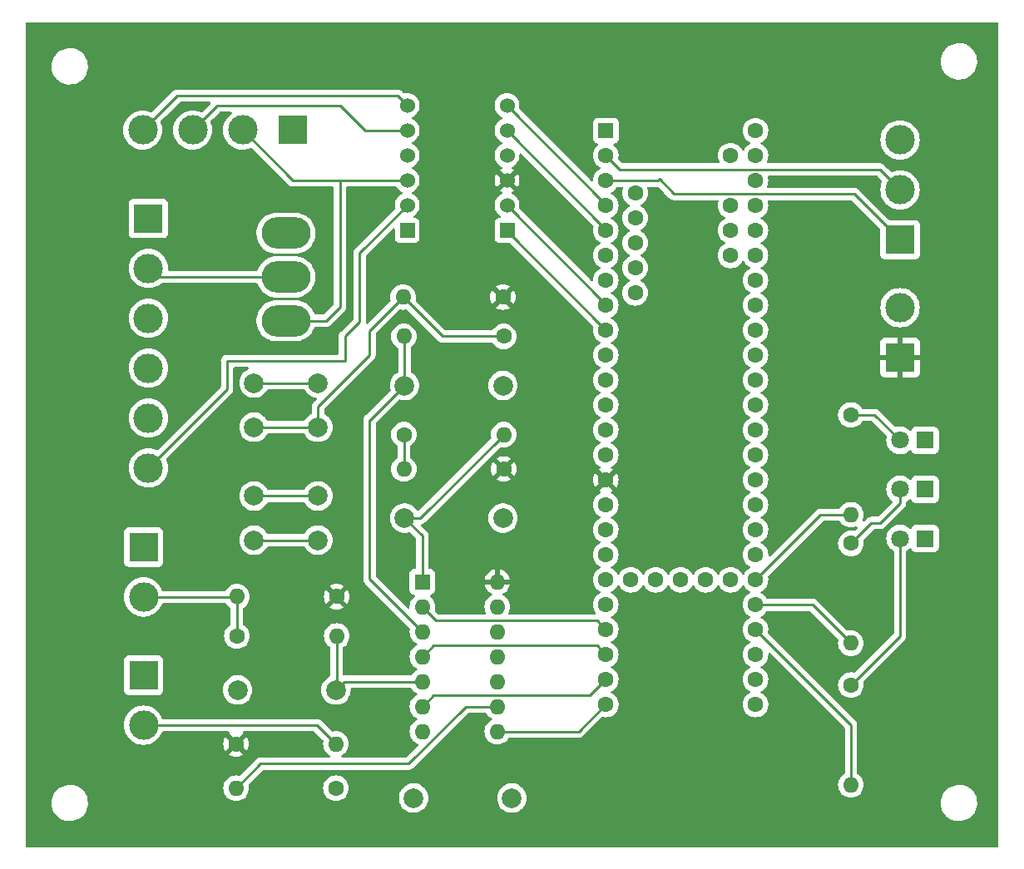
<source format=gbr>
%TF.GenerationSoftware,KiCad,Pcbnew,7.0.7*%
%TF.CreationDate,2023-10-16T12:37:20+02:00*%
%TF.ProjectId,kicad_pendulum_receiver1,6b696361-645f-4706-956e-64756c756d5f,rev?*%
%TF.SameCoordinates,Original*%
%TF.FileFunction,Copper,L1,Top*%
%TF.FilePolarity,Positive*%
%FSLAX46Y46*%
G04 Gerber Fmt 4.6, Leading zero omitted, Abs format (unit mm)*
G04 Created by KiCad (PCBNEW 7.0.7) date 2023-10-16 12:37:20*
%MOMM*%
%LPD*%
G01*
G04 APERTURE LIST*
%TA.AperFunction,ComponentPad*%
%ADD10R,1.800000X1.800000*%
%TD*%
%TA.AperFunction,ComponentPad*%
%ADD11C,1.800000*%
%TD*%
%TA.AperFunction,ComponentPad*%
%ADD12C,1.600000*%
%TD*%
%TA.AperFunction,ComponentPad*%
%ADD13O,1.600000X1.600000*%
%TD*%
%TA.AperFunction,ComponentPad*%
%ADD14C,2.000000*%
%TD*%
%TA.AperFunction,ComponentPad*%
%ADD15R,3.000000X3.000000*%
%TD*%
%TA.AperFunction,ComponentPad*%
%ADD16C,3.000000*%
%TD*%
%TA.AperFunction,ComponentPad*%
%ADD17C,1.524000*%
%TD*%
%TA.AperFunction,ComponentPad*%
%ADD18R,1.524000X1.524000*%
%TD*%
%TA.AperFunction,ComponentPad*%
%ADD19R,1.600000X1.600000*%
%TD*%
%TA.AperFunction,ComponentPad*%
%ADD20O,5.000000X3.200000*%
%TD*%
%TA.AperFunction,Conductor*%
%ADD21C,0.250000*%
%TD*%
G04 APERTURE END LIST*
D10*
%TO.P,D1,1,K*%
%TO.N,GND*%
X187540000Y-111080000D03*
D11*
%TO.P,D1,2,A*%
%TO.N,Net-(D1-A)*%
X185000000Y-111080000D03*
%TD*%
D12*
%TO.P,R7,1*%
%TO.N,VCC*%
X117420000Y-132000000D03*
D13*
%TO.P,R7,2*%
%TO.N,Net-(R7-Pad2)*%
X127580000Y-132000000D03*
%TD*%
D14*
%TO.P,C1,1*%
%TO.N,Net-(C1-Pad1)*%
X134580000Y-109000000D03*
%TO.P,C1,2*%
%TO.N,GND*%
X144580000Y-109000000D03*
%TD*%
D15*
%TO.P,J3,1,Pin_1*%
%TO.N,Net-(J3-Pin_1)*%
X185000000Y-80660000D03*
D16*
%TO.P,J3,2,Pin_2*%
%TO.N,Net-(J3-Pin_2)*%
X185000000Y-75580000D03*
%TO.P,J3,3,Pin_3*%
%TO.N,GND*%
X185000000Y-70500000D03*
%TD*%
D12*
%TO.P,R3,1*%
%TO.N,VCC*%
X144580000Y-86500000D03*
D13*
%TO.P,R3,2*%
%TO.N,Net-(R3-Pad2)*%
X134420000Y-86500000D03*
%TD*%
D12*
%TO.P,R9,1*%
%TO.N,Net-(D1-A)*%
X180000000Y-126000000D03*
D13*
%TO.P,R9,2*%
%TO.N,Net-(U1-36_A17_PWM)*%
X180000000Y-136160000D03*
%TD*%
D12*
%TO.P,R1,1*%
%TO.N,Net-(R1-Pad1)*%
X134500000Y-100500000D03*
D13*
%TO.P,R1,2*%
%TO.N,Net-(C1-Pad1)*%
X144660000Y-100500000D03*
%TD*%
D12*
%TO.P,R11,1*%
%TO.N,Net-(D3-A)*%
X180000000Y-98500000D03*
D13*
%TO.P,R11,2*%
%TO.N,Net-(U1-38_A19_PWM_SDA1)*%
X180000000Y-108660000D03*
%TD*%
D17*
%TO.P,U2,GND_1,GND*%
%TO.N,GND*%
X134840000Y-72080000D03*
%TO.P,U2,GND_2,GND*%
X145000000Y-72080000D03*
%TO.P,U2,HV,HV*%
%TO.N,Net-(J1-Pin_2)*%
X134840000Y-74620000D03*
D18*
%TO.P,U2,HV1,HV1*%
%TO.N,Net-(J2-Pin_4)*%
X134840000Y-79700000D03*
D17*
%TO.P,U2,HV2,HV2*%
%TO.N,Net-(J2-Pin_6)*%
X134840000Y-77160000D03*
%TO.P,U2,HV3,HV3*%
%TO.N,Net-(J1-Pin_3)*%
X134840000Y-69540000D03*
%TO.P,U2,HV4,HV4*%
%TO.N,Net-(J1-Pin_4)*%
X134840000Y-67000000D03*
%TO.P,U2,LV,LV*%
%TO.N,VCC*%
X145000000Y-74620000D03*
D18*
%TO.P,U2,LV1,LV1*%
%TO.N,Net-(U1-7_RX3_MISO0_SCL0)*%
X145000000Y-79700000D03*
D17*
%TO.P,U2,LV2,LV2*%
%TO.N,Net-(U1-6_PWM)*%
X145000000Y-77160000D03*
%TO.P,U2,LV3,LV3*%
%TO.N,Net-(U1-3_PWM_CAN0TX_SCL2)*%
X145000000Y-69540000D03*
%TO.P,U2,LV4,LV4*%
%TO.N,Net-(U1-2_PWM)*%
X145000000Y-67000000D03*
%TD*%
D12*
%TO.P,R4,1*%
%TO.N,Net-(R3-Pad2)*%
X144660000Y-90500000D03*
D13*
%TO.P,R4,2*%
%TO.N,Net-(C2-Pad1)*%
X134500000Y-90500000D03*
%TD*%
D15*
%TO.P,J2,1,Pin_1*%
%TO.N,GND*%
X108500000Y-78500000D03*
D16*
%TO.P,J2,2,Pin_2*%
%TO.N,Net-(J2-Pin_2)*%
X108500000Y-83580000D03*
%TO.P,J2,3,Pin_3*%
%TO.N,GND*%
X108500000Y-88660000D03*
%TO.P,J2,4,Pin_4*%
%TO.N,Net-(J2-Pin_4)*%
X108500000Y-93740000D03*
%TO.P,J2,5,Pin_5*%
%TO.N,GND*%
X108500000Y-98820000D03*
%TO.P,J2,6,Pin_6*%
%TO.N,Net-(J2-Pin_6)*%
X108500000Y-103900000D03*
%TD*%
D10*
%TO.P,D2,1,K*%
%TO.N,GND*%
X187540000Y-106080000D03*
D11*
%TO.P,D2,2,A*%
%TO.N,Net-(D2-A)*%
X185000000Y-106080000D03*
%TD*%
D12*
%TO.P,R8,1*%
%TO.N,Net-(R7-Pad2)*%
X127580000Y-136500000D03*
D13*
%TO.P,R8,2*%
%TO.N,Net-(C4-Pad1)*%
X117420000Y-136500000D03*
%TD*%
D15*
%TO.P,J1,1,Pin_1*%
%TO.N,GND*%
X123160000Y-69500000D03*
D16*
%TO.P,J1,2,Pin_2*%
%TO.N,Net-(J1-Pin_2)*%
X118080000Y-69500000D03*
%TO.P,J1,3,Pin_3*%
%TO.N,Net-(J1-Pin_3)*%
X113000000Y-69500000D03*
%TO.P,J1,4,Pin_4*%
%TO.N,Net-(J1-Pin_4)*%
X107920000Y-69500000D03*
%TD*%
D14*
%TO.P,C4,1*%
%TO.N,Net-(C4-Pad1)*%
X145500000Y-137500000D03*
%TO.P,C4,2*%
%TO.N,GND*%
X135500000Y-137500000D03*
%TD*%
D15*
%TO.P,J4,1,Pin_1*%
%TO.N,VCC*%
X185000000Y-92660000D03*
D16*
%TO.P,J4,2,Pin_2*%
%TO.N,GND*%
X185000000Y-87580000D03*
%TD*%
D19*
%TO.P,U1,1,GND*%
%TO.N,GND*%
X155050000Y-69560000D03*
D12*
%TO.P,U1,2,0_RX1_MOSI1_TOUCH*%
%TO.N,Net-(J3-Pin_2)*%
X155050000Y-72100000D03*
%TO.P,U1,3,1_TX1_MISO1_TOUCH*%
%TO.N,Net-(J3-Pin_1)*%
X155050000Y-74640000D03*
%TO.P,U1,4,2_PWM*%
%TO.N,Net-(U1-2_PWM)*%
X155050000Y-77180000D03*
%TO.P,U1,5,3_PWM_CAN0TX_SCL2*%
%TO.N,Net-(U1-3_PWM_CAN0TX_SCL2)*%
X155050000Y-79720000D03*
%TO.P,U1,6,4_PWM_CAN0RX_SDA2*%
%TO.N,unconnected-(U1-4_PWM_CAN0RX_SDA2-Pad6)*%
X155050000Y-82260000D03*
%TO.P,U1,7,5_PWM_TX1_MISO1*%
%TO.N,unconnected-(U1-5_PWM_TX1_MISO1-Pad7)*%
X155050000Y-84800000D03*
%TO.P,U1,8,6_PWM*%
%TO.N,Net-(U1-6_PWM)*%
X155050000Y-87340000D03*
%TO.P,U1,9,7_RX3_MISO0_SCL0*%
%TO.N,Net-(U1-7_RX3_MISO0_SCL0)*%
X155050000Y-89880000D03*
%TO.P,U1,10,8_TX3_MISO0_SDA0*%
%TO.N,unconnected-(U1-8_TX3_MISO0_SDA0-Pad10)*%
X155050000Y-92420000D03*
%TO.P,U1,11,9_PWM_RX2_CS0*%
%TO.N,unconnected-(U1-9_PWM_RX2_CS0-Pad11)*%
X155050000Y-94960000D03*
%TO.P,U1,12,10_PWM_TX2_CS0*%
%TO.N,unconnected-(U1-10_PWM_TX2_CS0-Pad12)*%
X155050000Y-97500000D03*
%TO.P,U1,13,11_MOSI0*%
%TO.N,unconnected-(U1-11_MOSI0-Pad13)*%
X155050000Y-100040000D03*
%TO.P,U1,14,12_MISO0*%
%TO.N,unconnected-(U1-12_MISO0-Pad14)*%
X155050000Y-102580000D03*
%TO.P,U1,15,3.3V*%
%TO.N,VCC*%
X155050000Y-105120000D03*
%TO.P,U1,16,24*%
%TO.N,unconnected-(U1-24-Pad16)*%
X155050000Y-107660000D03*
%TO.P,U1,17,25*%
%TO.N,unconnected-(U1-25-Pad17)*%
X155050000Y-110200000D03*
%TO.P,U1,18,26_TX1*%
%TO.N,unconnected-(U1-26_TX1-Pad18)*%
X155050000Y-112740000D03*
%TO.P,U1,19,27_RX1*%
%TO.N,unconnected-(U1-27_RX1-Pad19)*%
X155050000Y-115280000D03*
%TO.P,U1,20,28*%
%TO.N,unconnected-(U1-28-Pad20)*%
X155050000Y-117820000D03*
%TO.P,U1,21,29_PWM_CAN0TX_TOUCH*%
%TO.N,Net-(U1-29_PWM_CAN0TX_TOUCH)*%
X155050000Y-120360000D03*
%TO.P,U1,22,30_PWM_CAN0RX_TOUCH*%
%TO.N,Net-(U1-30_PWM_CAN0RX_TOUCH)*%
X155050000Y-122900000D03*
%TO.P,U1,23,31_A12_RX4_CS1*%
%TO.N,Net-(U1-31_A12_RX4_CS1)*%
X155050000Y-125440000D03*
%TO.P,U1,24,32_A13_TX4_SCK1*%
%TO.N,Net-(U1-32_A13_TX4_SCK1)*%
X155050000Y-127980000D03*
%TO.P,U1,25,VBAT*%
%TO.N,unconnected-(U1-VBAT-Pad25)*%
X157590000Y-115280000D03*
%TO.P,U1,26,3V3*%
%TO.N,unconnected-(U1-3V3-Pad26)*%
X160130000Y-115280000D03*
%TO.P,U1,27,GND*%
%TO.N,unconnected-(U1-GND-Pad27)*%
X162670000Y-115280000D03*
%TO.P,U1,28,PROGRAM*%
%TO.N,unconnected-(U1-PROGRAM-Pad28)*%
X165210000Y-115280000D03*
%TO.P,U1,29,RESET*%
%TO.N,unconnected-(U1-RESET-Pad29)*%
X167750000Y-115280000D03*
%TO.P,U1,30,33_A14_TX5_CAN1TX_SCL0*%
%TO.N,unconnected-(U1-33_A14_TX5_CAN1TX_SCL0-Pad30)*%
X170290000Y-127980000D03*
%TO.P,U1,31,34_A15_RX5_CAN1RX_SDA0*%
%TO.N,unconnected-(U1-34_A15_RX5_CAN1RX_SDA0-Pad31)*%
X170290000Y-125440000D03*
%TO.P,U1,32,35_A16_PWM*%
%TO.N,unconnected-(U1-35_A16_PWM-Pad32)*%
X170290000Y-122900000D03*
%TO.P,U1,33,36_A17_PWM*%
%TO.N,Net-(U1-36_A17_PWM)*%
X170290000Y-120360000D03*
%TO.P,U1,34,37_A18_PWM_SCL1*%
%TO.N,Net-(U1-37_A18_PWM_SCL1)*%
X170290000Y-117820000D03*
%TO.P,U1,35,38_A19_PWM_SDA1*%
%TO.N,Net-(U1-38_A19_PWM_SDA1)*%
X170290000Y-115280000D03*
%TO.P,U1,36,39_A20*%
%TO.N,unconnected-(U1-39_A20-Pad36)*%
X170290000Y-112740000D03*
%TO.P,U1,37,A21_DAC0*%
%TO.N,unconnected-(U1-A21_DAC0-Pad37)*%
X170290000Y-110200000D03*
%TO.P,U1,38,A22_DAC1*%
%TO.N,unconnected-(U1-A22_DAC1-Pad38)*%
X170290000Y-107660000D03*
%TO.P,U1,39,GND*%
%TO.N,unconnected-(U1-GND-Pad39)*%
X170290000Y-105120000D03*
%TO.P,U1,40,13_SCK0_LED*%
%TO.N,unconnected-(U1-13_SCK0_LED-Pad40)*%
X170290000Y-102580000D03*
%TO.P,U1,41,14_A0_PWM_SCK0*%
%TO.N,unconnected-(U1-14_A0_PWM_SCK0-Pad41)*%
X170290000Y-100040000D03*
%TO.P,U1,42,15_A1_CS0_TOUCH*%
%TO.N,unconnected-(U1-15_A1_CS0_TOUCH-Pad42)*%
X170290000Y-97500000D03*
%TO.P,U1,43,16_A2_SCL0_TOUCH*%
%TO.N,unconnected-(U1-16_A2_SCL0_TOUCH-Pad43)*%
X170290000Y-94960000D03*
%TO.P,U1,44,17_A3_SDA0_TOUCH*%
%TO.N,unconnected-(U1-17_A3_SDA0_TOUCH-Pad44)*%
X170290000Y-92420000D03*
%TO.P,U1,45,18_A4_SDA0_TOUCH*%
%TO.N,unconnected-(U1-18_A4_SDA0_TOUCH-Pad45)*%
X170290000Y-89880000D03*
%TO.P,U1,46,19_A5_SCL0_TOUCH*%
%TO.N,unconnected-(U1-19_A5_SCL0_TOUCH-Pad46)*%
X170290000Y-87340000D03*
%TO.P,U1,47,20_A6_PWM_CS0_SCK1*%
%TO.N,unconnected-(U1-20_A6_PWM_CS0_SCK1-Pad47)*%
X170290000Y-84800000D03*
%TO.P,U1,48,21_A7_PWM_CS0_SCK1*%
%TO.N,unconnected-(U1-21_A7_PWM_CS0_SCK1-Pad48)*%
X170290000Y-82260000D03*
%TO.P,U1,49,22_A8_PWM_TOUCH*%
%TO.N,unconnected-(U1-22_A8_PWM_TOUCH-Pad49)*%
X170290000Y-79720000D03*
%TO.P,U1,50,23_A9_PWM_TOUCH*%
%TO.N,unconnected-(U1-23_A9_PWM_TOUCH-Pad50)*%
X170290000Y-77180000D03*
%TO.P,U1,51,3.3V*%
%TO.N,unconnected-(U1-3.3V-Pad51)*%
X170290000Y-74640000D03*
%TO.P,U1,52,AGND*%
%TO.N,unconnected-(U1-AGND-Pad52)*%
X170290000Y-72100000D03*
%TO.P,U1,53,VIN*%
%TO.N,Net-(J1-Pin_2)*%
X170290000Y-69560000D03*
%TO.P,U1,54,VUSB*%
%TO.N,unconnected-(U1-VUSB-Pad54)*%
X167750000Y-72100000D03*
%TO.P,U1,55,AREF*%
%TO.N,unconnected-(U1-AREF-Pad55)*%
X167750000Y-77180000D03*
%TO.P,U1,56,A10*%
%TO.N,unconnected-(U1-A10-Pad56)*%
X167750000Y-79720000D03*
%TO.P,U1,57,A11*%
%TO.N,unconnected-(U1-A11-Pad57)*%
X167750000Y-82260000D03*
%TO.P,U1,58,5V*%
%TO.N,unconnected-(U1-5V-Pad58)*%
X158050000Y-75910000D03*
%TO.P,U1,59,A26_D-*%
%TO.N,unconnected-(U1-A26_D--Pad59)*%
X158050000Y-78450000D03*
%TO.P,U1,60,A25_D+*%
%TO.N,unconnected-(U1-A25_D+-Pad60)*%
X158050000Y-80990000D03*
%TO.P,U1,61,GND*%
%TO.N,unconnected-(U1-GND-Pad61)*%
X158050000Y-83530000D03*
%TO.P,U1,62,GND*%
%TO.N,unconnected-(U1-GND-Pad62)*%
X158050000Y-86070000D03*
%TD*%
D10*
%TO.P,D3,1,K*%
%TO.N,GND*%
X187540000Y-101080000D03*
D11*
%TO.P,D3,2,A*%
%TO.N,Net-(D3-A)*%
X185000000Y-101080000D03*
%TD*%
D15*
%TO.P,SW4,1,1*%
%TO.N,GND*%
X108000000Y-125000000D03*
D16*
%TO.P,SW4,2,2*%
%TO.N,Net-(R7-Pad2)*%
X108000000Y-130080000D03*
%TD*%
D12*
%TO.P,R2,1*%
%TO.N,VCC*%
X144660000Y-104000000D03*
D13*
%TO.P,R2,2*%
%TO.N,Net-(R1-Pad1)*%
X134500000Y-104000000D03*
%TD*%
D19*
%TO.P,U3,1*%
%TO.N,Net-(C1-Pad1)*%
X136380000Y-115500000D03*
D13*
%TO.P,U3,2*%
%TO.N,Net-(U1-29_PWM_CAN0TX_TOUCH)*%
X136380000Y-118040000D03*
%TO.P,U3,3*%
%TO.N,Net-(C2-Pad1)*%
X136380000Y-120580000D03*
%TO.P,U3,4*%
%TO.N,Net-(U1-30_PWM_CAN0RX_TOUCH)*%
X136380000Y-123120000D03*
%TO.P,U3,5*%
%TO.N,Net-(C3-Pad1)*%
X136380000Y-125660000D03*
%TO.P,U3,6*%
%TO.N,Net-(U1-31_A12_RX4_CS1)*%
X136380000Y-128200000D03*
%TO.P,U3,7,GND*%
%TO.N,GND*%
X136380000Y-130740000D03*
%TO.P,U3,8*%
%TO.N,Net-(U1-32_A13_TX4_SCK1)*%
X144000000Y-130740000D03*
%TO.P,U3,9*%
%TO.N,Net-(C4-Pad1)*%
X144000000Y-128200000D03*
%TO.P,U3,10*%
%TO.N,N/C*%
X144000000Y-125660000D03*
%TO.P,U3,11*%
X144000000Y-123120000D03*
%TO.P,U3,12*%
X144000000Y-120580000D03*
%TO.P,U3,13*%
X144000000Y-118040000D03*
%TO.P,U3,14,VCC*%
%TO.N,VCC*%
X144000000Y-115500000D03*
%TD*%
D14*
%TO.P,C2,1*%
%TO.N,Net-(C2-Pad1)*%
X134580000Y-95500000D03*
%TO.P,C2,2*%
%TO.N,GND*%
X144580000Y-95500000D03*
%TD*%
D12*
%TO.P,R10,1*%
%TO.N,Net-(D2-A)*%
X180000000Y-111580000D03*
D13*
%TO.P,R10,2*%
%TO.N,Net-(U1-37_A18_PWM_SCL1)*%
X180000000Y-121740000D03*
%TD*%
D15*
%TO.P,SW3,1,1*%
%TO.N,GND*%
X108000000Y-111960000D03*
D16*
%TO.P,SW3,2,2*%
%TO.N,Net-(R5-Pad2)*%
X108000000Y-117040000D03*
%TD*%
D14*
%TO.P,SW2,1,1*%
%TO.N,GND*%
X119250000Y-95250000D03*
X125750000Y-95250000D03*
%TO.P,SW2,2,2*%
%TO.N,Net-(R3-Pad2)*%
X119250000Y-99750000D03*
X125750000Y-99750000D03*
%TD*%
D20*
%TO.P,SW5,1,A*%
%TO.N,Net-(J1-Pin_2)*%
X122500000Y-88900000D03*
%TO.P,SW5,2,B*%
%TO.N,Net-(J2-Pin_2)*%
X122500000Y-84450000D03*
%TO.P,SW5,3,C*%
%TO.N,GND*%
X122500000Y-80000000D03*
%TD*%
D14*
%TO.P,SW1,1,1*%
%TO.N,GND*%
X119250000Y-106750000D03*
X125750000Y-106750000D03*
%TO.P,SW1,2,2*%
%TO.N,Net-(R1-Pad1)*%
X119250000Y-111250000D03*
X125750000Y-111250000D03*
%TD*%
D12*
%TO.P,R6,1*%
%TO.N,Net-(R5-Pad2)*%
X117500000Y-121000000D03*
D13*
%TO.P,R6,2*%
%TO.N,Net-(C3-Pad1)*%
X127660000Y-121000000D03*
%TD*%
D12*
%TO.P,R5,1*%
%TO.N,VCC*%
X127660000Y-117000000D03*
D13*
%TO.P,R5,2*%
%TO.N,Net-(R5-Pad2)*%
X117500000Y-117000000D03*
%TD*%
D14*
%TO.P,C3,1*%
%TO.N,Net-(C3-Pad1)*%
X127580000Y-126500000D03*
%TO.P,C3,2*%
%TO.N,GND*%
X117580000Y-126500000D03*
%TD*%
D21*
%TO.N,Net-(C1-Pad1)*%
X134580000Y-109000000D02*
X136160000Y-109000000D01*
X136380000Y-115500000D02*
X136380000Y-110800000D01*
X136160000Y-109000000D02*
X144660000Y-100500000D01*
X136380000Y-110800000D02*
X134580000Y-109000000D01*
%TO.N,GND*%
X119250000Y-95250000D02*
X125750000Y-95250000D01*
X119250000Y-106750000D02*
X125750000Y-106750000D01*
%TO.N,Net-(C2-Pad1)*%
X131000000Y-115200000D02*
X131000000Y-99000000D01*
X134580000Y-95500000D02*
X134580000Y-90580000D01*
X131000000Y-99000000D02*
X131080000Y-99000000D01*
X131080000Y-99000000D02*
X134580000Y-95500000D01*
X136380000Y-120580000D02*
X131000000Y-115200000D01*
X134580000Y-90580000D02*
X134500000Y-90500000D01*
%TO.N,Net-(C3-Pad1)*%
X136380000Y-125660000D02*
X128420000Y-125660000D01*
X128420000Y-125660000D02*
X127580000Y-126500000D01*
X127660000Y-126420000D02*
X127580000Y-126500000D01*
X127660000Y-121000000D02*
X127660000Y-126420000D01*
%TO.N,Net-(C4-Pad1)*%
X135000000Y-134000000D02*
X119920000Y-134000000D01*
X140800000Y-128200000D02*
X135000000Y-134000000D01*
X119920000Y-134000000D02*
X117420000Y-136500000D01*
X144000000Y-128200000D02*
X140800000Y-128200000D01*
%TO.N,Net-(D1-A)*%
X185000000Y-111080000D02*
X185000000Y-121000000D01*
X185000000Y-121000000D02*
X180000000Y-126000000D01*
%TO.N,Net-(D2-A)*%
X185000000Y-106080000D02*
X185000000Y-107500000D01*
X185000000Y-107500000D02*
X183000000Y-109500000D01*
X182080000Y-109500000D02*
X180000000Y-111580000D01*
X183000000Y-109500000D02*
X182080000Y-109500000D01*
%TO.N,Net-(D3-A)*%
X182420000Y-98500000D02*
X185000000Y-101080000D01*
X180000000Y-98500000D02*
X182420000Y-98500000D01*
%TO.N,Net-(J1-Pin_2)*%
X122500000Y-88900000D02*
X126600000Y-88900000D01*
X128000000Y-74620000D02*
X128500000Y-74620000D01*
X126600000Y-88900000D02*
X128000000Y-87500000D01*
X118080000Y-69500000D02*
X123200000Y-74620000D01*
X128500000Y-74620000D02*
X134840000Y-74620000D01*
X123200000Y-74620000D02*
X128000000Y-74620000D01*
X128000000Y-87500000D02*
X128000000Y-74620000D01*
%TO.N,Net-(J1-Pin_3)*%
X113000000Y-69500000D02*
X115500000Y-67000000D01*
X115500000Y-67000000D02*
X128000000Y-67000000D01*
X128000000Y-67000000D02*
X130540000Y-69540000D01*
X130540000Y-69540000D02*
X134840000Y-69540000D01*
%TO.N,Net-(J1-Pin_4)*%
X107920000Y-69500000D02*
X111420000Y-66000000D01*
X111420000Y-66000000D02*
X133840000Y-66000000D01*
X133840000Y-66000000D02*
X134840000Y-67000000D01*
%TO.N,Net-(J2-Pin_2)*%
X122130000Y-83580000D02*
X123000000Y-84450000D01*
X109370000Y-84450000D02*
X108500000Y-83580000D01*
X122500000Y-84450000D02*
X109370000Y-84450000D01*
%TO.N,Net-(J2-Pin_6)*%
X128500000Y-90500000D02*
X130000000Y-89000000D01*
X116500000Y-95900000D02*
X116500000Y-93000000D01*
X130000000Y-89000000D02*
X130000000Y-82000000D01*
X128500000Y-93000000D02*
X128500000Y-90500000D01*
X130000000Y-82000000D02*
X134840000Y-77160000D01*
X116500000Y-93000000D02*
X128500000Y-93000000D01*
X108500000Y-103900000D02*
X116500000Y-95900000D01*
%TO.N,Net-(J3-Pin_1)*%
X160500000Y-74500000D02*
X160360000Y-74640000D01*
X162000000Y-76000000D02*
X160500000Y-74500000D01*
X185000000Y-80660000D02*
X180340000Y-76000000D01*
X160360000Y-74640000D02*
X155050000Y-74640000D01*
X180340000Y-76000000D02*
X162000000Y-76000000D01*
%TO.N,Net-(J3-Pin_2)*%
X156465000Y-73515000D02*
X155050000Y-72100000D01*
X182935000Y-73515000D02*
X156465000Y-73515000D01*
X185000000Y-75580000D02*
X182935000Y-73515000D01*
%TO.N,Net-(R1-Pad1)*%
X119250000Y-111250000D02*
X125750000Y-111250000D01*
X134500000Y-104000000D02*
X134500000Y-100500000D01*
%TO.N,Net-(R3-Pad2)*%
X131000000Y-89920000D02*
X134420000Y-86500000D01*
X125750000Y-99750000D02*
X125750000Y-97659009D01*
X131000000Y-92409009D02*
X131000000Y-89920000D01*
X144660000Y-90500000D02*
X138420000Y-90500000D01*
X125750000Y-97659009D02*
X131000000Y-92409009D01*
X138420000Y-90500000D02*
X134420000Y-86500000D01*
X119250000Y-99750000D02*
X125750000Y-99750000D01*
%TO.N,Net-(R5-Pad2)*%
X117500000Y-117000000D02*
X117500000Y-121000000D01*
X108000000Y-117040000D02*
X117460000Y-117040000D01*
X117460000Y-117040000D02*
X117500000Y-117000000D01*
%TO.N,Net-(R7-Pad2)*%
X108000000Y-130080000D02*
X125660000Y-130080000D01*
X125660000Y-130080000D02*
X127580000Y-132000000D01*
%TO.N,Net-(U1-36_A17_PWM)*%
X180000000Y-130070000D02*
X180000000Y-136160000D01*
X170290000Y-120360000D02*
X180000000Y-130070000D01*
%TO.N,Net-(U1-37_A18_PWM_SCL1)*%
X176080000Y-117820000D02*
X180000000Y-121740000D01*
X170290000Y-117820000D02*
X176080000Y-117820000D01*
%TO.N,Net-(U1-38_A19_PWM_SDA1)*%
X176910000Y-108660000D02*
X170290000Y-115280000D01*
X180000000Y-108660000D02*
X176910000Y-108660000D01*
%TO.N,Net-(U1-29_PWM_CAN0TX_TOUCH)*%
X137795000Y-119455000D02*
X154145000Y-119455000D01*
X154145000Y-119455000D02*
X155050000Y-120360000D01*
X136380000Y-118040000D02*
X137795000Y-119455000D01*
%TO.N,Net-(U1-30_PWM_CAN0RX_TOUCH)*%
X137505000Y-121995000D02*
X136380000Y-123120000D01*
X155050000Y-122900000D02*
X154145000Y-121995000D01*
X154145000Y-121995000D02*
X137505000Y-121995000D01*
%TO.N,Net-(U1-31_A12_RX4_CS1)*%
X136380000Y-128200000D02*
X137505000Y-127075000D01*
X153415000Y-127075000D02*
X155050000Y-125440000D01*
X137505000Y-127075000D02*
X153415000Y-127075000D01*
%TO.N,Net-(U1-32_A13_TX4_SCK1)*%
X144000000Y-130740000D02*
X152290000Y-130740000D01*
X152290000Y-130740000D02*
X155050000Y-127980000D01*
%TO.N,Net-(U1-7_RX3_MISO0_SCL0)*%
X145000000Y-79830000D02*
X155050000Y-89880000D01*
X145000000Y-79700000D02*
X145000000Y-79830000D01*
%TO.N,Net-(U1-6_PWM)*%
X145000000Y-77160000D02*
X155050000Y-87210000D01*
X155050000Y-87210000D02*
X155050000Y-87340000D01*
%TO.N,Net-(U1-3_PWM_CAN0TX_SCL2)*%
X145000000Y-69540000D02*
X155050000Y-79590000D01*
X155050000Y-79590000D02*
X155050000Y-79720000D01*
%TO.N,Net-(U1-2_PWM)*%
X145000000Y-67000000D02*
X155050000Y-77050000D01*
X155050000Y-77050000D02*
X155050000Y-77180000D01*
%TD*%
%TA.AperFunction,Conductor*%
%TO.N,VCC*%
G36*
X156787990Y-75285185D02*
G01*
X156833745Y-75337989D01*
X156843689Y-75407147D01*
X156833333Y-75441905D01*
X156823262Y-75463502D01*
X156823258Y-75463511D01*
X156764366Y-75683302D01*
X156764364Y-75683313D01*
X156744532Y-75909998D01*
X156744532Y-75910001D01*
X156764364Y-76136686D01*
X156764366Y-76136697D01*
X156823258Y-76356488D01*
X156823261Y-76356497D01*
X156919431Y-76562732D01*
X156919432Y-76562734D01*
X157049954Y-76749141D01*
X157210858Y-76910045D01*
X157210861Y-76910047D01*
X157397266Y-77040568D01*
X157455275Y-77067618D01*
X157507714Y-77113791D01*
X157526866Y-77180984D01*
X157506650Y-77247865D01*
X157455275Y-77292382D01*
X157397267Y-77319431D01*
X157397265Y-77319432D01*
X157210858Y-77449954D01*
X157049954Y-77610858D01*
X156919432Y-77797265D01*
X156919431Y-77797267D01*
X156823261Y-78003502D01*
X156823258Y-78003511D01*
X156764366Y-78223302D01*
X156764364Y-78223313D01*
X156744532Y-78449998D01*
X156744532Y-78450001D01*
X156764364Y-78676686D01*
X156764366Y-78676697D01*
X156823258Y-78896488D01*
X156823261Y-78896497D01*
X156919431Y-79102732D01*
X156919432Y-79102734D01*
X157049954Y-79289141D01*
X157210858Y-79450045D01*
X157210861Y-79450047D01*
X157397266Y-79580568D01*
X157429185Y-79595452D01*
X157455275Y-79607618D01*
X157507714Y-79653791D01*
X157526866Y-79720984D01*
X157506650Y-79787865D01*
X157455275Y-79832382D01*
X157397267Y-79859431D01*
X157397265Y-79859432D01*
X157210858Y-79989954D01*
X157049954Y-80150858D01*
X156919432Y-80337265D01*
X156919431Y-80337267D01*
X156823261Y-80543502D01*
X156823258Y-80543511D01*
X156764366Y-80763302D01*
X156764364Y-80763313D01*
X156744532Y-80989998D01*
X156744532Y-80990001D01*
X156764364Y-81216686D01*
X156764366Y-81216697D01*
X156823258Y-81436488D01*
X156823261Y-81436497D01*
X156919431Y-81642732D01*
X156919432Y-81642734D01*
X157049954Y-81829141D01*
X157210858Y-81990045D01*
X157210861Y-81990047D01*
X157397266Y-82120568D01*
X157455275Y-82147618D01*
X157507714Y-82193791D01*
X157526866Y-82260984D01*
X157506650Y-82327865D01*
X157455275Y-82372382D01*
X157397267Y-82399431D01*
X157397265Y-82399432D01*
X157210858Y-82529954D01*
X157049954Y-82690858D01*
X156919432Y-82877265D01*
X156919431Y-82877267D01*
X156823261Y-83083502D01*
X156823258Y-83083511D01*
X156764366Y-83303302D01*
X156764364Y-83303313D01*
X156744532Y-83529998D01*
X156744532Y-83530001D01*
X156764364Y-83756686D01*
X156764366Y-83756697D01*
X156823258Y-83976488D01*
X156823261Y-83976497D01*
X156919431Y-84182732D01*
X156919432Y-84182734D01*
X157049954Y-84369141D01*
X157210858Y-84530045D01*
X157210861Y-84530047D01*
X157397266Y-84660568D01*
X157455275Y-84687618D01*
X157507714Y-84733791D01*
X157526866Y-84800984D01*
X157506650Y-84867865D01*
X157455275Y-84912382D01*
X157397267Y-84939431D01*
X157397265Y-84939432D01*
X157210858Y-85069954D01*
X157049954Y-85230858D01*
X156919432Y-85417265D01*
X156919431Y-85417267D01*
X156823261Y-85623502D01*
X156823258Y-85623511D01*
X156764366Y-85843302D01*
X156764364Y-85843313D01*
X156744532Y-86069998D01*
X156744532Y-86070001D01*
X156764364Y-86296686D01*
X156764366Y-86296697D01*
X156823258Y-86516488D01*
X156823261Y-86516497D01*
X156919431Y-86722732D01*
X156919432Y-86722734D01*
X157049954Y-86909141D01*
X157210858Y-87070045D01*
X157210861Y-87070047D01*
X157397266Y-87200568D01*
X157603504Y-87296739D01*
X157823308Y-87355635D01*
X157985230Y-87369801D01*
X158049998Y-87375468D01*
X158050000Y-87375468D01*
X158050002Y-87375468D01*
X158106672Y-87370509D01*
X158276692Y-87355635D01*
X158496496Y-87296739D01*
X158702734Y-87200568D01*
X158889139Y-87070047D01*
X159050047Y-86909139D01*
X159180568Y-86722734D01*
X159276739Y-86516496D01*
X159335635Y-86296692D01*
X159355468Y-86070000D01*
X159354025Y-86053511D01*
X159349531Y-86002135D01*
X159335635Y-85843308D01*
X159276739Y-85623504D01*
X159180568Y-85417266D01*
X159050047Y-85230861D01*
X159050045Y-85230858D01*
X158889141Y-85069954D01*
X158702734Y-84939432D01*
X158702728Y-84939429D01*
X158644725Y-84912382D01*
X158592285Y-84866210D01*
X158573133Y-84799017D01*
X158593348Y-84732135D01*
X158644725Y-84687618D01*
X158702734Y-84660568D01*
X158889139Y-84530047D01*
X159050047Y-84369139D01*
X159180568Y-84182734D01*
X159276739Y-83976496D01*
X159335635Y-83756692D01*
X159355468Y-83530000D01*
X159351214Y-83481382D01*
X159335635Y-83303313D01*
X159335635Y-83303308D01*
X159276739Y-83083504D01*
X159180568Y-82877266D01*
X159050047Y-82690861D01*
X159050045Y-82690858D01*
X158889141Y-82529954D01*
X158702734Y-82399432D01*
X158702728Y-82399429D01*
X158644725Y-82372382D01*
X158592285Y-82326210D01*
X158573133Y-82259017D01*
X158593348Y-82192135D01*
X158644725Y-82147618D01*
X158702734Y-82120568D01*
X158889139Y-81990047D01*
X159050047Y-81829139D01*
X159180568Y-81642734D01*
X159276739Y-81436496D01*
X159335635Y-81216692D01*
X159355468Y-80990000D01*
X159335635Y-80763308D01*
X159276739Y-80543504D01*
X159180568Y-80337266D01*
X159050047Y-80150861D01*
X159050045Y-80150858D01*
X158889141Y-79989954D01*
X158702734Y-79859432D01*
X158702728Y-79859429D01*
X158644725Y-79832382D01*
X158592285Y-79786210D01*
X158573133Y-79719017D01*
X158593348Y-79652135D01*
X158644725Y-79607618D01*
X158647230Y-79606450D01*
X158702734Y-79580568D01*
X158889139Y-79450047D01*
X159050047Y-79289139D01*
X159180568Y-79102734D01*
X159276739Y-78896496D01*
X159335635Y-78676692D01*
X159355468Y-78450000D01*
X159354374Y-78437501D01*
X159335635Y-78223313D01*
X159335635Y-78223308D01*
X159276739Y-78003504D01*
X159180568Y-77797266D01*
X159050047Y-77610861D01*
X159050045Y-77610858D01*
X158889141Y-77449954D01*
X158702734Y-77319432D01*
X158702728Y-77319429D01*
X158644725Y-77292382D01*
X158592285Y-77246210D01*
X158573133Y-77179017D01*
X158593348Y-77112135D01*
X158644725Y-77067618D01*
X158702734Y-77040568D01*
X158889139Y-76910047D01*
X159050047Y-76749139D01*
X159180568Y-76562734D01*
X159276739Y-76356496D01*
X159335635Y-76136692D01*
X159355468Y-75910000D01*
X159353952Y-75892677D01*
X159338591Y-75717094D01*
X159335635Y-75683308D01*
X159279976Y-75475585D01*
X159276741Y-75463511D01*
X159276740Y-75463510D01*
X159276739Y-75463504D01*
X159266666Y-75441904D01*
X159256175Y-75372827D01*
X159284695Y-75309043D01*
X159343171Y-75270804D01*
X159379049Y-75265500D01*
X160277257Y-75265500D01*
X160292877Y-75267224D01*
X160292904Y-75266939D01*
X160300661Y-75267671D01*
X160300667Y-75267673D01*
X160326939Y-75266847D01*
X160394563Y-75284416D01*
X160418514Y-75303104D01*
X160980837Y-75865428D01*
X161499197Y-76383788D01*
X161509022Y-76396051D01*
X161509243Y-76395869D01*
X161514214Y-76401878D01*
X161526230Y-76413161D01*
X161564635Y-76449226D01*
X161585529Y-76470120D01*
X161591011Y-76474373D01*
X161595443Y-76478157D01*
X161629418Y-76510062D01*
X161646976Y-76519714D01*
X161663235Y-76530395D01*
X161679064Y-76542673D01*
X161721838Y-76561182D01*
X161727056Y-76563738D01*
X161767908Y-76586197D01*
X161787316Y-76591180D01*
X161805717Y-76597480D01*
X161824104Y-76605437D01*
X161867488Y-76612308D01*
X161870119Y-76612725D01*
X161875839Y-76613909D01*
X161920981Y-76625500D01*
X161941016Y-76625500D01*
X161960414Y-76627026D01*
X161980194Y-76630159D01*
X161980195Y-76630160D01*
X161980195Y-76630159D01*
X161980196Y-76630160D01*
X162026583Y-76625775D01*
X162032422Y-76625500D01*
X166390600Y-76625500D01*
X166457639Y-76645185D01*
X166503394Y-76697989D01*
X166513338Y-76767147D01*
X166510375Y-76781593D01*
X166464366Y-76953302D01*
X166464364Y-76953313D01*
X166444532Y-77179998D01*
X166444532Y-77180001D01*
X166464364Y-77406686D01*
X166464366Y-77406697D01*
X166523258Y-77626488D01*
X166523261Y-77626497D01*
X166619431Y-77832732D01*
X166619432Y-77832734D01*
X166749954Y-78019141D01*
X166910858Y-78180045D01*
X166910861Y-78180047D01*
X167097266Y-78310568D01*
X167151805Y-78336000D01*
X167155275Y-78337618D01*
X167207714Y-78383791D01*
X167226866Y-78450984D01*
X167206650Y-78517865D01*
X167155275Y-78562381D01*
X167138272Y-78570310D01*
X167097267Y-78589431D01*
X167097265Y-78589432D01*
X166910858Y-78719954D01*
X166749954Y-78880858D01*
X166619432Y-79067265D01*
X166619431Y-79067267D01*
X166523261Y-79273502D01*
X166523258Y-79273511D01*
X166464366Y-79493302D01*
X166464364Y-79493313D01*
X166444532Y-79719998D01*
X166444532Y-79720001D01*
X166464364Y-79946686D01*
X166464366Y-79946697D01*
X166523258Y-80166488D01*
X166523261Y-80166497D01*
X166619431Y-80372732D01*
X166619432Y-80372734D01*
X166749954Y-80559141D01*
X166910858Y-80720045D01*
X166910861Y-80720047D01*
X167097266Y-80850568D01*
X167155275Y-80877618D01*
X167207714Y-80923791D01*
X167226866Y-80990984D01*
X167206650Y-81057865D01*
X167155275Y-81102382D01*
X167097267Y-81129431D01*
X167097265Y-81129432D01*
X166910858Y-81259954D01*
X166749954Y-81420858D01*
X166619432Y-81607265D01*
X166619431Y-81607267D01*
X166523261Y-81813502D01*
X166523258Y-81813511D01*
X166464366Y-82033302D01*
X166464364Y-82033313D01*
X166444532Y-82259998D01*
X166444532Y-82260001D01*
X166464364Y-82486686D01*
X166464366Y-82486697D01*
X166523258Y-82706488D01*
X166523261Y-82706497D01*
X166619431Y-82912732D01*
X166619432Y-82912734D01*
X166749954Y-83099141D01*
X166910858Y-83260045D01*
X166910861Y-83260047D01*
X167097266Y-83390568D01*
X167303504Y-83486739D01*
X167523308Y-83545635D01*
X167685230Y-83559801D01*
X167749998Y-83565468D01*
X167750000Y-83565468D01*
X167750002Y-83565468D01*
X167806672Y-83560509D01*
X167976692Y-83545635D01*
X168196496Y-83486739D01*
X168402734Y-83390568D01*
X168589139Y-83260047D01*
X168750047Y-83099139D01*
X168880568Y-82912734D01*
X168907618Y-82854724D01*
X168953790Y-82802285D01*
X169020983Y-82783133D01*
X169087865Y-82803348D01*
X169132382Y-82854725D01*
X169159429Y-82912728D01*
X169159432Y-82912734D01*
X169289954Y-83099141D01*
X169450858Y-83260045D01*
X169450861Y-83260047D01*
X169637266Y-83390568D01*
X169695275Y-83417618D01*
X169747714Y-83463791D01*
X169766866Y-83530984D01*
X169746650Y-83597865D01*
X169695275Y-83642382D01*
X169637267Y-83669431D01*
X169637265Y-83669432D01*
X169450858Y-83799954D01*
X169289954Y-83960858D01*
X169159432Y-84147265D01*
X169159431Y-84147267D01*
X169063261Y-84353502D01*
X169063258Y-84353511D01*
X169004366Y-84573302D01*
X169004364Y-84573313D01*
X168984532Y-84799998D01*
X168984532Y-84800001D01*
X169004364Y-85026686D01*
X169004366Y-85026697D01*
X169063258Y-85246488D01*
X169063261Y-85246497D01*
X169159431Y-85452732D01*
X169159432Y-85452734D01*
X169289954Y-85639141D01*
X169450858Y-85800045D01*
X169450861Y-85800047D01*
X169637266Y-85930568D01*
X169695275Y-85957618D01*
X169747714Y-86003791D01*
X169766866Y-86070984D01*
X169746650Y-86137865D01*
X169695275Y-86182382D01*
X169637267Y-86209431D01*
X169637265Y-86209432D01*
X169450858Y-86339954D01*
X169289954Y-86500858D01*
X169159432Y-86687265D01*
X169159431Y-86687267D01*
X169063261Y-86893502D01*
X169063258Y-86893511D01*
X169004366Y-87113302D01*
X169004364Y-87113313D01*
X168984532Y-87339998D01*
X168984532Y-87340001D01*
X169004364Y-87566686D01*
X169004366Y-87566697D01*
X169063258Y-87786488D01*
X169063261Y-87786497D01*
X169159431Y-87992732D01*
X169159432Y-87992734D01*
X169289954Y-88179141D01*
X169450858Y-88340045D01*
X169450861Y-88340047D01*
X169637266Y-88470568D01*
X169695275Y-88497618D01*
X169747714Y-88543791D01*
X169766866Y-88610984D01*
X169746650Y-88677865D01*
X169695275Y-88722382D01*
X169637267Y-88749431D01*
X169637265Y-88749432D01*
X169450858Y-88879954D01*
X169289954Y-89040858D01*
X169159432Y-89227265D01*
X169159431Y-89227267D01*
X169063261Y-89433502D01*
X169063258Y-89433511D01*
X169004366Y-89653302D01*
X169004364Y-89653313D01*
X168984532Y-89879998D01*
X168984532Y-89880001D01*
X169004364Y-90106686D01*
X169004366Y-90106697D01*
X169063258Y-90326488D01*
X169063261Y-90326497D01*
X169159431Y-90532732D01*
X169159432Y-90532734D01*
X169289954Y-90719141D01*
X169450858Y-90880045D01*
X169450861Y-90880047D01*
X169637266Y-91010568D01*
X169695275Y-91037618D01*
X169747714Y-91083791D01*
X169766866Y-91150984D01*
X169746650Y-91217865D01*
X169695275Y-91262382D01*
X169637267Y-91289431D01*
X169637265Y-91289432D01*
X169450858Y-91419954D01*
X169289954Y-91580858D01*
X169159432Y-91767265D01*
X169159431Y-91767267D01*
X169063261Y-91973502D01*
X169063258Y-91973511D01*
X169004366Y-92193302D01*
X169004364Y-92193313D01*
X168984532Y-92419998D01*
X168984532Y-92420001D01*
X169004364Y-92646686D01*
X169004366Y-92646697D01*
X169063258Y-92866488D01*
X169063261Y-92866497D01*
X169159431Y-93072732D01*
X169159432Y-93072734D01*
X169289954Y-93259141D01*
X169450858Y-93420045D01*
X169450861Y-93420047D01*
X169637266Y-93550568D01*
X169695275Y-93577618D01*
X169747714Y-93623791D01*
X169766866Y-93690984D01*
X169746650Y-93757865D01*
X169695275Y-93802382D01*
X169637267Y-93829431D01*
X169637265Y-93829432D01*
X169450858Y-93959954D01*
X169289954Y-94120858D01*
X169159432Y-94307265D01*
X169159431Y-94307267D01*
X169063261Y-94513502D01*
X169063258Y-94513511D01*
X169004366Y-94733302D01*
X169004364Y-94733313D01*
X168984532Y-94959998D01*
X168984532Y-94960001D01*
X169004364Y-95186686D01*
X169004366Y-95186697D01*
X169063258Y-95406488D01*
X169063261Y-95406497D01*
X169159431Y-95612732D01*
X169159432Y-95612734D01*
X169289954Y-95799141D01*
X169450858Y-95960045D01*
X169450861Y-95960047D01*
X169637266Y-96090568D01*
X169695275Y-96117618D01*
X169747714Y-96163791D01*
X169766866Y-96230984D01*
X169746650Y-96297865D01*
X169695275Y-96342382D01*
X169637267Y-96369431D01*
X169637265Y-96369432D01*
X169450858Y-96499954D01*
X169289954Y-96660858D01*
X169159432Y-96847265D01*
X169159431Y-96847267D01*
X169063261Y-97053502D01*
X169063258Y-97053511D01*
X169004366Y-97273302D01*
X169004364Y-97273313D01*
X168984532Y-97499998D01*
X168984532Y-97500001D01*
X169004364Y-97726686D01*
X169004366Y-97726697D01*
X169063258Y-97946488D01*
X169063261Y-97946497D01*
X169159431Y-98152732D01*
X169159432Y-98152734D01*
X169289954Y-98339141D01*
X169450858Y-98500045D01*
X169450861Y-98500047D01*
X169637266Y-98630568D01*
X169695275Y-98657618D01*
X169747714Y-98703791D01*
X169766866Y-98770984D01*
X169746650Y-98837865D01*
X169695275Y-98882382D01*
X169637267Y-98909431D01*
X169637265Y-98909432D01*
X169450858Y-99039954D01*
X169289954Y-99200858D01*
X169159432Y-99387265D01*
X169159431Y-99387267D01*
X169063261Y-99593502D01*
X169063258Y-99593511D01*
X169004366Y-99813302D01*
X169004364Y-99813313D01*
X168984532Y-100039998D01*
X168984532Y-100040001D01*
X169004364Y-100266686D01*
X169004366Y-100266697D01*
X169063258Y-100486488D01*
X169063261Y-100486497D01*
X169159431Y-100692732D01*
X169159432Y-100692734D01*
X169289954Y-100879141D01*
X169450858Y-101040045D01*
X169450861Y-101040047D01*
X169637266Y-101170568D01*
X169695275Y-101197618D01*
X169747714Y-101243791D01*
X169766866Y-101310984D01*
X169746650Y-101377865D01*
X169695275Y-101422382D01*
X169637267Y-101449431D01*
X169637265Y-101449432D01*
X169450858Y-101579954D01*
X169289954Y-101740858D01*
X169159432Y-101927265D01*
X169159431Y-101927267D01*
X169063261Y-102133502D01*
X169063258Y-102133511D01*
X169004366Y-102353302D01*
X169004364Y-102353313D01*
X168984532Y-102579998D01*
X168984532Y-102580001D01*
X169004364Y-102806686D01*
X169004366Y-102806697D01*
X169063258Y-103026488D01*
X169063261Y-103026497D01*
X169159431Y-103232732D01*
X169159432Y-103232734D01*
X169289954Y-103419141D01*
X169450858Y-103580045D01*
X169450861Y-103580047D01*
X169637266Y-103710568D01*
X169695275Y-103737618D01*
X169747714Y-103783791D01*
X169766866Y-103850984D01*
X169746650Y-103917865D01*
X169695275Y-103962382D01*
X169637267Y-103989431D01*
X169637265Y-103989432D01*
X169450858Y-104119954D01*
X169289954Y-104280858D01*
X169159432Y-104467265D01*
X169159431Y-104467267D01*
X169063261Y-104673502D01*
X169063258Y-104673511D01*
X169004366Y-104893302D01*
X169004364Y-104893313D01*
X168984532Y-105119998D01*
X168984532Y-105120001D01*
X169004364Y-105346686D01*
X169004366Y-105346697D01*
X169063258Y-105566488D01*
X169063261Y-105566497D01*
X169159431Y-105772732D01*
X169159432Y-105772734D01*
X169289954Y-105959141D01*
X169450858Y-106120045D01*
X169636648Y-106250135D01*
X169637266Y-106250568D01*
X169695278Y-106277619D01*
X169747713Y-106323788D01*
X169766866Y-106390982D01*
X169746651Y-106457863D01*
X169695277Y-106502380D01*
X169637268Y-106529430D01*
X169637265Y-106529432D01*
X169450858Y-106659954D01*
X169289954Y-106820858D01*
X169159432Y-107007265D01*
X169159431Y-107007267D01*
X169063261Y-107213502D01*
X169063258Y-107213511D01*
X169004366Y-107433302D01*
X169004364Y-107433313D01*
X168984532Y-107659998D01*
X168984532Y-107660001D01*
X169004364Y-107886686D01*
X169004366Y-107886697D01*
X169063258Y-108106488D01*
X169063261Y-108106497D01*
X169159431Y-108312732D01*
X169159432Y-108312734D01*
X169289954Y-108499141D01*
X169450858Y-108660045D01*
X169582435Y-108752175D01*
X169637266Y-108790568D01*
X169695278Y-108817619D01*
X169747713Y-108863788D01*
X169766866Y-108930982D01*
X169746651Y-108997863D01*
X169695277Y-109042380D01*
X169637268Y-109069430D01*
X169637265Y-109069432D01*
X169450858Y-109199954D01*
X169289954Y-109360858D01*
X169159432Y-109547265D01*
X169159431Y-109547267D01*
X169063261Y-109753502D01*
X169063258Y-109753511D01*
X169004366Y-109973302D01*
X169004364Y-109973313D01*
X168984532Y-110199998D01*
X168984532Y-110200001D01*
X169004364Y-110426686D01*
X169004366Y-110426697D01*
X169063258Y-110646488D01*
X169063261Y-110646497D01*
X169159431Y-110852732D01*
X169159432Y-110852734D01*
X169289954Y-111039141D01*
X169450858Y-111200045D01*
X169609760Y-111311308D01*
X169637266Y-111330568D01*
X169695278Y-111357619D01*
X169747713Y-111403788D01*
X169766866Y-111470982D01*
X169746651Y-111537863D01*
X169695277Y-111582380D01*
X169637268Y-111609430D01*
X169637265Y-111609432D01*
X169450858Y-111739954D01*
X169289954Y-111900858D01*
X169159432Y-112087265D01*
X169159431Y-112087267D01*
X169063261Y-112293502D01*
X169063258Y-112293511D01*
X169004366Y-112513302D01*
X169004364Y-112513313D01*
X168984532Y-112739998D01*
X168984532Y-112740001D01*
X169004364Y-112966686D01*
X169004366Y-112966697D01*
X169063258Y-113186488D01*
X169063261Y-113186497D01*
X169159431Y-113392732D01*
X169159432Y-113392734D01*
X169289954Y-113579141D01*
X169450858Y-113740045D01*
X169450861Y-113740047D01*
X169637266Y-113870568D01*
X169695275Y-113897618D01*
X169747714Y-113943791D01*
X169766866Y-114010984D01*
X169746650Y-114077865D01*
X169695275Y-114122382D01*
X169637267Y-114149431D01*
X169637265Y-114149432D01*
X169450858Y-114279954D01*
X169289954Y-114440858D01*
X169159432Y-114627265D01*
X169159431Y-114627267D01*
X169132382Y-114685275D01*
X169086209Y-114737714D01*
X169019016Y-114756866D01*
X168952135Y-114736650D01*
X168907618Y-114685275D01*
X168896382Y-114661179D01*
X168880568Y-114627266D01*
X168761816Y-114457669D01*
X168750045Y-114440858D01*
X168589141Y-114279954D01*
X168402734Y-114149432D01*
X168402732Y-114149431D01*
X168196497Y-114053261D01*
X168196488Y-114053258D01*
X167976697Y-113994366D01*
X167976693Y-113994365D01*
X167976692Y-113994365D01*
X167976691Y-113994364D01*
X167976686Y-113994364D01*
X167750002Y-113974532D01*
X167749998Y-113974532D01*
X167523313Y-113994364D01*
X167523302Y-113994366D01*
X167303511Y-114053258D01*
X167303502Y-114053261D01*
X167097267Y-114149431D01*
X167097265Y-114149432D01*
X166910858Y-114279954D01*
X166749954Y-114440858D01*
X166619432Y-114627265D01*
X166619431Y-114627267D01*
X166592382Y-114685275D01*
X166546209Y-114737714D01*
X166479016Y-114756866D01*
X166412135Y-114736650D01*
X166367618Y-114685275D01*
X166356382Y-114661179D01*
X166340568Y-114627266D01*
X166221816Y-114457669D01*
X166210045Y-114440858D01*
X166049141Y-114279954D01*
X165862734Y-114149432D01*
X165862732Y-114149431D01*
X165656497Y-114053261D01*
X165656488Y-114053258D01*
X165436697Y-113994366D01*
X165436693Y-113994365D01*
X165436692Y-113994365D01*
X165436691Y-113994364D01*
X165436686Y-113994364D01*
X165210002Y-113974532D01*
X165209998Y-113974532D01*
X164983313Y-113994364D01*
X164983302Y-113994366D01*
X164763511Y-114053258D01*
X164763502Y-114053261D01*
X164557267Y-114149431D01*
X164557265Y-114149432D01*
X164370858Y-114279954D01*
X164209954Y-114440858D01*
X164079432Y-114627265D01*
X164079431Y-114627267D01*
X164052382Y-114685275D01*
X164006209Y-114737714D01*
X163939016Y-114756866D01*
X163872135Y-114736650D01*
X163827618Y-114685275D01*
X163816382Y-114661179D01*
X163800568Y-114627266D01*
X163681816Y-114457669D01*
X163670045Y-114440858D01*
X163509141Y-114279954D01*
X163322734Y-114149432D01*
X163322732Y-114149431D01*
X163116497Y-114053261D01*
X163116488Y-114053258D01*
X162896697Y-113994366D01*
X162896693Y-113994365D01*
X162896692Y-113994365D01*
X162896691Y-113994364D01*
X162896686Y-113994364D01*
X162670002Y-113974532D01*
X162669998Y-113974532D01*
X162443313Y-113994364D01*
X162443302Y-113994366D01*
X162223511Y-114053258D01*
X162223502Y-114053261D01*
X162017267Y-114149431D01*
X162017265Y-114149432D01*
X161830858Y-114279954D01*
X161669954Y-114440858D01*
X161539432Y-114627265D01*
X161539431Y-114627267D01*
X161512382Y-114685275D01*
X161466209Y-114737714D01*
X161399016Y-114756866D01*
X161332135Y-114736650D01*
X161287618Y-114685275D01*
X161276382Y-114661179D01*
X161260568Y-114627266D01*
X161141816Y-114457669D01*
X161130045Y-114440858D01*
X160969141Y-114279954D01*
X160782734Y-114149432D01*
X160782732Y-114149431D01*
X160576497Y-114053261D01*
X160576488Y-114053258D01*
X160356697Y-113994366D01*
X160356693Y-113994365D01*
X160356692Y-113994365D01*
X160356691Y-113994364D01*
X160356686Y-113994364D01*
X160130002Y-113974532D01*
X160129998Y-113974532D01*
X159903313Y-113994364D01*
X159903302Y-113994366D01*
X159683511Y-114053258D01*
X159683502Y-114053261D01*
X159477267Y-114149431D01*
X159477265Y-114149432D01*
X159290858Y-114279954D01*
X159129954Y-114440858D01*
X158999432Y-114627265D01*
X158999431Y-114627267D01*
X158972382Y-114685275D01*
X158926209Y-114737714D01*
X158859016Y-114756866D01*
X158792135Y-114736650D01*
X158747618Y-114685275D01*
X158736382Y-114661179D01*
X158720568Y-114627266D01*
X158601816Y-114457669D01*
X158590045Y-114440858D01*
X158429141Y-114279954D01*
X158242734Y-114149432D01*
X158242732Y-114149431D01*
X158036497Y-114053261D01*
X158036488Y-114053258D01*
X157816697Y-113994366D01*
X157816693Y-113994365D01*
X157816692Y-113994365D01*
X157816691Y-113994364D01*
X157816686Y-113994364D01*
X157590002Y-113974532D01*
X157589998Y-113974532D01*
X157363313Y-113994364D01*
X157363302Y-113994366D01*
X157143511Y-114053258D01*
X157143502Y-114053261D01*
X156937267Y-114149431D01*
X156937265Y-114149432D01*
X156750858Y-114279954D01*
X156589954Y-114440858D01*
X156459432Y-114627265D01*
X156459431Y-114627267D01*
X156432382Y-114685275D01*
X156386209Y-114737714D01*
X156319016Y-114756866D01*
X156252135Y-114736650D01*
X156207618Y-114685275D01*
X156196382Y-114661179D01*
X156180568Y-114627266D01*
X156061816Y-114457669D01*
X156050045Y-114440858D01*
X155889141Y-114279954D01*
X155702734Y-114149432D01*
X155702728Y-114149429D01*
X155644725Y-114122382D01*
X155592285Y-114076210D01*
X155573133Y-114009017D01*
X155593348Y-113942135D01*
X155644725Y-113897618D01*
X155702734Y-113870568D01*
X155889139Y-113740047D01*
X156050047Y-113579139D01*
X156180568Y-113392734D01*
X156276739Y-113186496D01*
X156335635Y-112966692D01*
X156355468Y-112740000D01*
X156335635Y-112513308D01*
X156276739Y-112293504D01*
X156180568Y-112087266D01*
X156050047Y-111900861D01*
X156050045Y-111900858D01*
X155889141Y-111739954D01*
X155702734Y-111609432D01*
X155702728Y-111609429D01*
X155644725Y-111582382D01*
X155592285Y-111536210D01*
X155573133Y-111469017D01*
X155593348Y-111402135D01*
X155644725Y-111357618D01*
X155702734Y-111330568D01*
X155889139Y-111200047D01*
X156050047Y-111039139D01*
X156180568Y-110852734D01*
X156276739Y-110646496D01*
X156335635Y-110426692D01*
X156355468Y-110200000D01*
X156350416Y-110142261D01*
X156344315Y-110072517D01*
X156335635Y-109973308D01*
X156276739Y-109753504D01*
X156180568Y-109547266D01*
X156050047Y-109360861D01*
X156050045Y-109360858D01*
X155889141Y-109199954D01*
X155702734Y-109069432D01*
X155702728Y-109069429D01*
X155644725Y-109042382D01*
X155592285Y-108996210D01*
X155573133Y-108929017D01*
X155593348Y-108862135D01*
X155644725Y-108817618D01*
X155702734Y-108790568D01*
X155889139Y-108660047D01*
X156050047Y-108499139D01*
X156180568Y-108312734D01*
X156276739Y-108106496D01*
X156335635Y-107886692D01*
X156354077Y-107675896D01*
X156355468Y-107660001D01*
X156355468Y-107659998D01*
X156341426Y-107499500D01*
X156335635Y-107433308D01*
X156276739Y-107213504D01*
X156180568Y-107007266D01*
X156050047Y-106820861D01*
X156050045Y-106820858D01*
X155889141Y-106659954D01*
X155782546Y-106585317D01*
X155702734Y-106529432D01*
X155644132Y-106502105D01*
X155591694Y-106455933D01*
X155572543Y-106388739D01*
X155592759Y-106321858D01*
X155644135Y-106277341D01*
X155702482Y-106250133D01*
X155775472Y-106199025D01*
X155343165Y-105766719D01*
X155309680Y-105705396D01*
X155314664Y-105635705D01*
X155352589Y-105582852D01*
X155455739Y-105498934D01*
X155506052Y-105427655D01*
X155560793Y-105384239D01*
X155630318Y-105377309D01*
X155692553Y-105409067D01*
X155695037Y-105411483D01*
X156129025Y-105845472D01*
X156180136Y-105772478D01*
X156276264Y-105566331D01*
X156276269Y-105566317D01*
X156335139Y-105346610D01*
X156335141Y-105346599D01*
X156354966Y-105120002D01*
X156354966Y-105119997D01*
X156335141Y-104893400D01*
X156335139Y-104893389D01*
X156276269Y-104673682D01*
X156276265Y-104673673D01*
X156180133Y-104467516D01*
X156180131Y-104467512D01*
X156129025Y-104394526D01*
X155698517Y-104825035D01*
X155637194Y-104858520D01*
X155567502Y-104853536D01*
X155511569Y-104811664D01*
X155508486Y-104806750D01*
X155508451Y-104806775D01*
X155503558Y-104799843D01*
X155400360Y-104689346D01*
X155400358Y-104689345D01*
X155365300Y-104668026D01*
X155318248Y-104616375D01*
X155306590Y-104547485D01*
X155334027Y-104483228D01*
X155342047Y-104474397D01*
X155775472Y-104040973D01*
X155702483Y-103989866D01*
X155702481Y-103989865D01*
X155644133Y-103962657D01*
X155591694Y-103916484D01*
X155572542Y-103849291D01*
X155592758Y-103782410D01*
X155644129Y-103737895D01*
X155702734Y-103710568D01*
X155889139Y-103580047D01*
X156050047Y-103419139D01*
X156180568Y-103232734D01*
X156276739Y-103026496D01*
X156335635Y-102806692D01*
X156355468Y-102580000D01*
X156335635Y-102353308D01*
X156276739Y-102133504D01*
X156180568Y-101927266D01*
X156050047Y-101740861D01*
X156050045Y-101740858D01*
X155889141Y-101579954D01*
X155702734Y-101449432D01*
X155702728Y-101449429D01*
X155644725Y-101422382D01*
X155592285Y-101376210D01*
X155573133Y-101309017D01*
X155593348Y-101242135D01*
X155644725Y-101197618D01*
X155702734Y-101170568D01*
X155889139Y-101040047D01*
X156050047Y-100879139D01*
X156180568Y-100692734D01*
X156276739Y-100486496D01*
X156335635Y-100266692D01*
X156354287Y-100053502D01*
X156355468Y-100040001D01*
X156355468Y-100039998D01*
X156343597Y-99904315D01*
X156335635Y-99813308D01*
X156276739Y-99593504D01*
X156180568Y-99387266D01*
X156050047Y-99200861D01*
X156050045Y-99200858D01*
X155889141Y-99039954D01*
X155702734Y-98909432D01*
X155702728Y-98909429D01*
X155644725Y-98882382D01*
X155592285Y-98836210D01*
X155573133Y-98769017D01*
X155593348Y-98702135D01*
X155644725Y-98657618D01*
X155702734Y-98630568D01*
X155889139Y-98500047D01*
X156050047Y-98339139D01*
X156180568Y-98152734D01*
X156276739Y-97946496D01*
X156335635Y-97726692D01*
X156355468Y-97500000D01*
X156353990Y-97483111D01*
X156345502Y-97386093D01*
X156335635Y-97273308D01*
X156276739Y-97053504D01*
X156180568Y-96847266D01*
X156050047Y-96660861D01*
X156050045Y-96660858D01*
X155889141Y-96499954D01*
X155702734Y-96369432D01*
X155702728Y-96369429D01*
X155644725Y-96342382D01*
X155592285Y-96296210D01*
X155573133Y-96229017D01*
X155593348Y-96162135D01*
X155644725Y-96117618D01*
X155702734Y-96090568D01*
X155889139Y-95960047D01*
X156050047Y-95799139D01*
X156180568Y-95612734D01*
X156276739Y-95406496D01*
X156335635Y-95186692D01*
X156355468Y-94960000D01*
X156335635Y-94733308D01*
X156276739Y-94513504D01*
X156180568Y-94307266D01*
X156050047Y-94120861D01*
X156050045Y-94120858D01*
X155889141Y-93959954D01*
X155702734Y-93829432D01*
X155702728Y-93829429D01*
X155644725Y-93802382D01*
X155592285Y-93756210D01*
X155573133Y-93689017D01*
X155593348Y-93622135D01*
X155644725Y-93577618D01*
X155702734Y-93550568D01*
X155889139Y-93420047D01*
X156050047Y-93259139D01*
X156180568Y-93072734D01*
X156276739Y-92866496D01*
X156335635Y-92646692D01*
X156355468Y-92420000D01*
X156352695Y-92388310D01*
X156342993Y-92277413D01*
X156335635Y-92193308D01*
X156276739Y-91973504D01*
X156180568Y-91767266D01*
X156050047Y-91580861D01*
X156050045Y-91580858D01*
X155889141Y-91419954D01*
X155702734Y-91289432D01*
X155702728Y-91289429D01*
X155644725Y-91262382D01*
X155592285Y-91216210D01*
X155573133Y-91149017D01*
X155593348Y-91082135D01*
X155644725Y-91037618D01*
X155702734Y-91010568D01*
X155889139Y-90880047D01*
X156050047Y-90719139D01*
X156180568Y-90532734D01*
X156276739Y-90326496D01*
X156335635Y-90106692D01*
X156355468Y-89880000D01*
X156354177Y-89865248D01*
X156343597Y-89744315D01*
X156335635Y-89653308D01*
X156281825Y-89452486D01*
X156276741Y-89433511D01*
X156276738Y-89433502D01*
X156253661Y-89384013D01*
X156180568Y-89227266D01*
X156062736Y-89058983D01*
X156050045Y-89040858D01*
X155889141Y-88879954D01*
X155702734Y-88749432D01*
X155702728Y-88749429D01*
X155644725Y-88722382D01*
X155592285Y-88676210D01*
X155573133Y-88609017D01*
X155593348Y-88542135D01*
X155644725Y-88497618D01*
X155702734Y-88470568D01*
X155889139Y-88340047D01*
X156050047Y-88179139D01*
X156180568Y-87992734D01*
X156276739Y-87786496D01*
X156335635Y-87566692D01*
X156355468Y-87340000D01*
X156335635Y-87113308D01*
X156276739Y-86893504D01*
X156180568Y-86687266D01*
X156050047Y-86500861D01*
X156050045Y-86500858D01*
X155889141Y-86339954D01*
X155702734Y-86209432D01*
X155702728Y-86209429D01*
X155644725Y-86182382D01*
X155592285Y-86136210D01*
X155573133Y-86069017D01*
X155593348Y-86002135D01*
X155644725Y-85957618D01*
X155702734Y-85930568D01*
X155889139Y-85800047D01*
X156050047Y-85639139D01*
X156180568Y-85452734D01*
X156276739Y-85246496D01*
X156335635Y-85026692D01*
X156355468Y-84800000D01*
X156335635Y-84573308D01*
X156276739Y-84353504D01*
X156180568Y-84147266D01*
X156050047Y-83960861D01*
X156050045Y-83960858D01*
X155889141Y-83799954D01*
X155702734Y-83669432D01*
X155702728Y-83669429D01*
X155644725Y-83642382D01*
X155592285Y-83596210D01*
X155573133Y-83529017D01*
X155593348Y-83462135D01*
X155644725Y-83417618D01*
X155702734Y-83390568D01*
X155889139Y-83260047D01*
X156050047Y-83099139D01*
X156180568Y-82912734D01*
X156276739Y-82706496D01*
X156335635Y-82486692D01*
X156355468Y-82260000D01*
X156350907Y-82207873D01*
X156343269Y-82120567D01*
X156335635Y-82033308D01*
X156276739Y-81813504D01*
X156180568Y-81607266D01*
X156050047Y-81420861D01*
X156050045Y-81420858D01*
X155889141Y-81259954D01*
X155702734Y-81129432D01*
X155702728Y-81129429D01*
X155644725Y-81102382D01*
X155592285Y-81056210D01*
X155573133Y-80989017D01*
X155593348Y-80922135D01*
X155644725Y-80877618D01*
X155702734Y-80850568D01*
X155889139Y-80720047D01*
X156050047Y-80559139D01*
X156180568Y-80372734D01*
X156276739Y-80166496D01*
X156335635Y-79946692D01*
X156355468Y-79720000D01*
X156335635Y-79493308D01*
X156276739Y-79273504D01*
X156180568Y-79067266D01*
X156056541Y-78890135D01*
X156050045Y-78880858D01*
X155889141Y-78719954D01*
X155702734Y-78589432D01*
X155702728Y-78589429D01*
X155675038Y-78576517D01*
X155644724Y-78562381D01*
X155592285Y-78516210D01*
X155573133Y-78449017D01*
X155593348Y-78382135D01*
X155644725Y-78337618D01*
X155648195Y-78336000D01*
X155702734Y-78310568D01*
X155889139Y-78180047D01*
X156050047Y-78019139D01*
X156180568Y-77832734D01*
X156276739Y-77626496D01*
X156335635Y-77406692D01*
X156355468Y-77180000D01*
X156353718Y-77160002D01*
X156335635Y-76953313D01*
X156335635Y-76953312D01*
X156335635Y-76953308D01*
X156285754Y-76767147D01*
X156276741Y-76733511D01*
X156276738Y-76733502D01*
X156244475Y-76664315D01*
X156180568Y-76527266D01*
X156050047Y-76340861D01*
X156050045Y-76340858D01*
X155889141Y-76179954D01*
X155702734Y-76049432D01*
X155702728Y-76049429D01*
X155644725Y-76022382D01*
X155592285Y-75976210D01*
X155573133Y-75909017D01*
X155593348Y-75842135D01*
X155644725Y-75797618D01*
X155702734Y-75770568D01*
X155889139Y-75640047D01*
X156050047Y-75479139D01*
X156148746Y-75338181D01*
X156162613Y-75318377D01*
X156217189Y-75274752D01*
X156264188Y-75265500D01*
X156720951Y-75265500D01*
X156787990Y-75285185D01*
G37*
%TD.AperFunction*%
%TA.AperFunction,Conductor*%
G36*
X146456061Y-71882853D02*
G01*
X146471015Y-71895605D01*
X150126182Y-75550773D01*
X153778059Y-79202650D01*
X153811544Y-79263973D01*
X153810153Y-79322424D01*
X153764366Y-79493302D01*
X153764364Y-79493313D01*
X153744532Y-79719998D01*
X153744532Y-79720001D01*
X153764364Y-79946686D01*
X153764366Y-79946697D01*
X153823258Y-80166488D01*
X153823261Y-80166497D01*
X153919431Y-80372732D01*
X153919432Y-80372734D01*
X154049954Y-80559141D01*
X154210858Y-80720045D01*
X154210861Y-80720047D01*
X154397266Y-80850568D01*
X154455275Y-80877618D01*
X154507714Y-80923791D01*
X154526866Y-80990984D01*
X154506650Y-81057865D01*
X154455275Y-81102382D01*
X154397267Y-81129431D01*
X154397265Y-81129432D01*
X154210858Y-81259954D01*
X154049954Y-81420858D01*
X153919432Y-81607265D01*
X153919431Y-81607267D01*
X153823261Y-81813502D01*
X153823258Y-81813511D01*
X153764366Y-82033302D01*
X153764364Y-82033313D01*
X153744532Y-82259998D01*
X153744532Y-82260001D01*
X153764364Y-82486686D01*
X153764366Y-82486697D01*
X153823258Y-82706488D01*
X153823261Y-82706497D01*
X153919431Y-82912732D01*
X153919432Y-82912734D01*
X154049954Y-83099141D01*
X154210858Y-83260045D01*
X154210861Y-83260047D01*
X154397266Y-83390568D01*
X154455275Y-83417618D01*
X154507714Y-83463791D01*
X154526866Y-83530984D01*
X154506650Y-83597865D01*
X154455275Y-83642382D01*
X154397267Y-83669431D01*
X154397265Y-83669432D01*
X154210858Y-83799954D01*
X154049954Y-83960858D01*
X153919432Y-84147265D01*
X153919431Y-84147267D01*
X153823261Y-84353502D01*
X153823258Y-84353511D01*
X153764366Y-84573302D01*
X153764364Y-84573312D01*
X153750013Y-84737340D01*
X153724560Y-84802409D01*
X153667969Y-84843387D01*
X153598207Y-84847265D01*
X153538804Y-84814213D01*
X146268386Y-77543795D01*
X146234901Y-77482472D01*
X146236293Y-77424018D01*
X146240935Y-77406697D01*
X146248070Y-77380068D01*
X146265573Y-77180000D01*
X146267323Y-77160002D01*
X146267323Y-77159997D01*
X146256874Y-77040567D01*
X146248070Y-76939932D01*
X146190894Y-76726550D01*
X146097534Y-76526339D01*
X146018290Y-76413166D01*
X145970827Y-76345381D01*
X145966304Y-76340858D01*
X145814620Y-76189174D01*
X145814616Y-76189171D01*
X145814615Y-76189170D01*
X145633666Y-76062468D01*
X145633658Y-76062464D01*
X145504219Y-76002106D01*
X145451779Y-75955934D01*
X145432627Y-75888741D01*
X145452843Y-75821859D01*
X145504219Y-75777342D01*
X145633408Y-75717100D01*
X145633420Y-75717093D01*
X145698186Y-75671742D01*
X145698187Y-75671740D01*
X145264884Y-75238437D01*
X145231399Y-75177114D01*
X145236383Y-75107422D01*
X145271362Y-75057043D01*
X145277465Y-75051753D01*
X145277470Y-75051752D01*
X145387869Y-74956090D01*
X145422742Y-74901825D01*
X145475544Y-74856071D01*
X145544702Y-74846127D01*
X145608258Y-74875151D01*
X145614738Y-74881184D01*
X146051741Y-75318187D01*
X146051742Y-75318186D01*
X146097093Y-75253420D01*
X146097100Y-75253408D01*
X146190419Y-75053284D01*
X146190424Y-75053270D01*
X146247573Y-74839986D01*
X146247575Y-74839976D01*
X146266821Y-74620000D01*
X146266821Y-74619999D01*
X146247575Y-74400023D01*
X146247573Y-74400013D01*
X146190424Y-74186729D01*
X146190420Y-74186720D01*
X146097098Y-73986590D01*
X146051740Y-73921811D01*
X145614738Y-74358814D01*
X145553415Y-74392299D01*
X145483723Y-74387315D01*
X145427790Y-74345443D01*
X145422742Y-74338173D01*
X145387870Y-74283911D01*
X145387865Y-74283907D01*
X145362577Y-74261994D01*
X145271361Y-74182954D01*
X145233588Y-74124176D01*
X145233588Y-74054306D01*
X145264884Y-74001561D01*
X145698187Y-73568258D01*
X145633409Y-73522900D01*
X145633407Y-73522899D01*
X145504219Y-73462658D01*
X145451779Y-73416486D01*
X145432627Y-73349293D01*
X145452843Y-73282411D01*
X145504219Y-73237894D01*
X145519932Y-73230567D01*
X145633662Y-73177534D01*
X145814620Y-73050826D01*
X145970826Y-72894620D01*
X146097534Y-72713662D01*
X146190894Y-72513450D01*
X146248070Y-72300068D01*
X146265573Y-72100000D01*
X146267323Y-72080002D01*
X146267323Y-72079999D01*
X146266130Y-72066372D01*
X146259807Y-71994093D01*
X146273573Y-71925595D01*
X146322188Y-71875412D01*
X146390217Y-71859478D01*
X146456061Y-71882853D01*
G37*
%TD.AperFunction*%
%TA.AperFunction,Conductor*%
G36*
X194942539Y-58520185D02*
G01*
X194988294Y-58572989D01*
X194999500Y-58624500D01*
X194999500Y-142375500D01*
X194979815Y-142442539D01*
X194927011Y-142488294D01*
X194875500Y-142499500D01*
X96124500Y-142499500D01*
X96057461Y-142479815D01*
X96011706Y-142427011D01*
X96000500Y-142375500D01*
X96000500Y-138067763D01*
X98645787Y-138067763D01*
X98675413Y-138337013D01*
X98675415Y-138337024D01*
X98743926Y-138599082D01*
X98743928Y-138599088D01*
X98849870Y-138848390D01*
X98917723Y-138959571D01*
X98990979Y-139079605D01*
X98990986Y-139079615D01*
X99164253Y-139287819D01*
X99164259Y-139287824D01*
X99365998Y-139468582D01*
X99591910Y-139618044D01*
X99837176Y-139733020D01*
X99837183Y-139733022D01*
X99837185Y-139733023D01*
X100096557Y-139811057D01*
X100096564Y-139811058D01*
X100096569Y-139811060D01*
X100364561Y-139850500D01*
X100364566Y-139850500D01*
X100567636Y-139850500D01*
X100619133Y-139846730D01*
X100770156Y-139835677D01*
X100882758Y-139810593D01*
X101034546Y-139776782D01*
X101034548Y-139776781D01*
X101034553Y-139776780D01*
X101287558Y-139680014D01*
X101523777Y-139547441D01*
X101738177Y-139381888D01*
X101926186Y-139186881D01*
X102083799Y-138966579D01*
X102157787Y-138822669D01*
X102207649Y-138725690D01*
X102207651Y-138725684D01*
X102207656Y-138725675D01*
X102295118Y-138469305D01*
X102344319Y-138202933D01*
X102354212Y-137932235D01*
X102324586Y-137662982D01*
X102256072Y-137400912D01*
X102150130Y-137151610D01*
X102009018Y-136920390D01*
X101919747Y-136813119D01*
X101835746Y-136712180D01*
X101835740Y-136712175D01*
X101634002Y-136531418D01*
X101408092Y-136381957D01*
X101408090Y-136381956D01*
X101162824Y-136266980D01*
X101162819Y-136266978D01*
X101162814Y-136266976D01*
X100903442Y-136188942D01*
X100903428Y-136188939D01*
X100787791Y-136171921D01*
X100635439Y-136149500D01*
X100432369Y-136149500D01*
X100432364Y-136149500D01*
X100229844Y-136164323D01*
X100229831Y-136164325D01*
X99965453Y-136223217D01*
X99965446Y-136223220D01*
X99712439Y-136319987D01*
X99476226Y-136452557D01*
X99261822Y-136618112D01*
X99073822Y-136813109D01*
X99073816Y-136813116D01*
X98916202Y-137033419D01*
X98916199Y-137033424D01*
X98792350Y-137274309D01*
X98792343Y-137274327D01*
X98704884Y-137530685D01*
X98704881Y-137530699D01*
X98655681Y-137797068D01*
X98655680Y-137797075D01*
X98645787Y-138067763D01*
X96000500Y-138067763D01*
X96000500Y-130080001D01*
X105994390Y-130080001D01*
X106014804Y-130365433D01*
X106075628Y-130645037D01*
X106075630Y-130645043D01*
X106075631Y-130645046D01*
X106128266Y-130786166D01*
X106175635Y-130913166D01*
X106312770Y-131164309D01*
X106312775Y-131164317D01*
X106484254Y-131393387D01*
X106484270Y-131393405D01*
X106686594Y-131595729D01*
X106686612Y-131595745D01*
X106915682Y-131767224D01*
X106915690Y-131767229D01*
X107166833Y-131904364D01*
X107166832Y-131904364D01*
X107166836Y-131904365D01*
X107166839Y-131904367D01*
X107434954Y-132004369D01*
X107434960Y-132004370D01*
X107434962Y-132004371D01*
X107714566Y-132065195D01*
X107714568Y-132065195D01*
X107714572Y-132065196D01*
X107968220Y-132083337D01*
X107999999Y-132085610D01*
X108000000Y-132085610D01*
X108000001Y-132085610D01*
X108028595Y-132083564D01*
X108285428Y-132065196D01*
X108376117Y-132045468D01*
X108565037Y-132004371D01*
X108565037Y-132004370D01*
X108565046Y-132004369D01*
X108833161Y-131904367D01*
X109084315Y-131767226D01*
X109313395Y-131595739D01*
X109515739Y-131393395D01*
X109687226Y-131164315D01*
X109824367Y-130913161D01*
X109871733Y-130786166D01*
X109913606Y-130730232D01*
X109979071Y-130705816D01*
X109987916Y-130705500D01*
X116608977Y-130705500D01*
X116676016Y-130725185D01*
X116721771Y-130777989D01*
X116731715Y-130847147D01*
X116702690Y-130910703D01*
X116694803Y-130917815D01*
X116694526Y-130920973D01*
X117236133Y-131462580D01*
X117269618Y-131523903D01*
X117264634Y-131593595D01*
X117222762Y-131649528D01*
X117204748Y-131660745D01*
X117181956Y-131672358D01*
X117181949Y-131672363D01*
X117092363Y-131761949D01*
X117092358Y-131761956D01*
X117080745Y-131784748D01*
X117032770Y-131835544D01*
X116964949Y-131852338D01*
X116898814Y-131829800D01*
X116882580Y-131816133D01*
X116340973Y-131274526D01*
X116289868Y-131347513D01*
X116193734Y-131553673D01*
X116193730Y-131553682D01*
X116134860Y-131773389D01*
X116134858Y-131773400D01*
X116115034Y-131999997D01*
X116115034Y-132000002D01*
X116134858Y-132226599D01*
X116134860Y-132226610D01*
X116193730Y-132446317D01*
X116193734Y-132446326D01*
X116289865Y-132652481D01*
X116289866Y-132652483D01*
X116340973Y-132725471D01*
X116340973Y-132725472D01*
X116882580Y-132183865D01*
X116943903Y-132150380D01*
X117013594Y-132155364D01*
X117069528Y-132197235D01*
X117080742Y-132215246D01*
X117086527Y-132226599D01*
X117092358Y-132238044D01*
X117092363Y-132238050D01*
X117181949Y-132327636D01*
X117181951Y-132327637D01*
X117181955Y-132327641D01*
X117204747Y-132339254D01*
X117255542Y-132387228D01*
X117272337Y-132455049D01*
X117249799Y-132521184D01*
X117236132Y-132537419D01*
X116694526Y-133079025D01*
X116694526Y-133079026D01*
X116767512Y-133130131D01*
X116767516Y-133130133D01*
X116973673Y-133226265D01*
X116973682Y-133226269D01*
X117193389Y-133285139D01*
X117193400Y-133285141D01*
X117419998Y-133304966D01*
X117420002Y-133304966D01*
X117646599Y-133285141D01*
X117646610Y-133285139D01*
X117866317Y-133226269D01*
X117866331Y-133226264D01*
X118072478Y-133130136D01*
X118145472Y-133079025D01*
X117603866Y-132537419D01*
X117570381Y-132476096D01*
X117575365Y-132406404D01*
X117617237Y-132350471D01*
X117635245Y-132339258D01*
X117658045Y-132327641D01*
X117747641Y-132238045D01*
X117759254Y-132215252D01*
X117807225Y-132164458D01*
X117875046Y-132147661D01*
X117941181Y-132170197D01*
X117957419Y-132183866D01*
X118499025Y-132725472D01*
X118550136Y-132652478D01*
X118646264Y-132446331D01*
X118646269Y-132446317D01*
X118705139Y-132226610D01*
X118705141Y-132226599D01*
X118724966Y-132000002D01*
X118724966Y-131999997D01*
X118705141Y-131773400D01*
X118705139Y-131773389D01*
X118646269Y-131553682D01*
X118646265Y-131553673D01*
X118550133Y-131347516D01*
X118550131Y-131347512D01*
X118499026Y-131274526D01*
X118499025Y-131274526D01*
X117957419Y-131816132D01*
X117896096Y-131849617D01*
X117826404Y-131844633D01*
X117770471Y-131802761D01*
X117759256Y-131784751D01*
X117747641Y-131761955D01*
X117747637Y-131761951D01*
X117747636Y-131761949D01*
X117658050Y-131672363D01*
X117658044Y-131672358D01*
X117648109Y-131667296D01*
X117635250Y-131660744D01*
X117584456Y-131612773D01*
X117567660Y-131544952D01*
X117590197Y-131478817D01*
X117603865Y-131462580D01*
X118145472Y-130920973D01*
X118144691Y-130912049D01*
X118116274Y-130876499D01*
X118109080Y-130807001D01*
X118140602Y-130744646D01*
X118200832Y-130709231D01*
X118231022Y-130705500D01*
X125349548Y-130705500D01*
X125416587Y-130725185D01*
X125437229Y-130741819D01*
X126280586Y-131585177D01*
X126314071Y-131646500D01*
X126312680Y-131704949D01*
X126294367Y-131773296D01*
X126294364Y-131773313D01*
X126274532Y-131999999D01*
X126274532Y-132000001D01*
X126294364Y-132226686D01*
X126294366Y-132226697D01*
X126353258Y-132446488D01*
X126353261Y-132446497D01*
X126449431Y-132652732D01*
X126449432Y-132652734D01*
X126579954Y-132839141D01*
X126740858Y-133000045D01*
X126740861Y-133000047D01*
X126927266Y-133130568D01*
X126943459Y-133138119D01*
X126995897Y-133184291D01*
X127015048Y-133251485D01*
X126994832Y-133318366D01*
X126941666Y-133363700D01*
X126891052Y-133374500D01*
X120002743Y-133374500D01*
X119987122Y-133372775D01*
X119987096Y-133373061D01*
X119979334Y-133372327D01*
X119979333Y-133372327D01*
X119910186Y-133374500D01*
X119880649Y-133374500D01*
X119873766Y-133375369D01*
X119867949Y-133375826D01*
X119821373Y-133377290D01*
X119802129Y-133382881D01*
X119783079Y-133386825D01*
X119763211Y-133389334D01*
X119719884Y-133406488D01*
X119714358Y-133408379D01*
X119669614Y-133421379D01*
X119669610Y-133421381D01*
X119652366Y-133431579D01*
X119634905Y-133440133D01*
X119616274Y-133447510D01*
X119616262Y-133447517D01*
X119578570Y-133474902D01*
X119573687Y-133478109D01*
X119533580Y-133501829D01*
X119519414Y-133515995D01*
X119504624Y-133528627D01*
X119488414Y-133540404D01*
X119488411Y-133540407D01*
X119458710Y-133576309D01*
X119454777Y-133580631D01*
X117834821Y-135200586D01*
X117773498Y-135234071D01*
X117715048Y-135232680D01*
X117646697Y-135214366D01*
X117646693Y-135214365D01*
X117646692Y-135214365D01*
X117533345Y-135204448D01*
X117420001Y-135194532D01*
X117419998Y-135194532D01*
X117193313Y-135214364D01*
X117193302Y-135214366D01*
X116973511Y-135273258D01*
X116973502Y-135273261D01*
X116767267Y-135369431D01*
X116767265Y-135369432D01*
X116580858Y-135499954D01*
X116419954Y-135660858D01*
X116289432Y-135847265D01*
X116289431Y-135847267D01*
X116193261Y-136053502D01*
X116193258Y-136053511D01*
X116134366Y-136273302D01*
X116134364Y-136273313D01*
X116114532Y-136499998D01*
X116114532Y-136500001D01*
X116134364Y-136726686D01*
X116134366Y-136726697D01*
X116193258Y-136946488D01*
X116193261Y-136946497D01*
X116289431Y-137152732D01*
X116289432Y-137152734D01*
X116419954Y-137339141D01*
X116580858Y-137500045D01*
X116580861Y-137500047D01*
X116767266Y-137630568D01*
X116973504Y-137726739D01*
X117193308Y-137785635D01*
X117355230Y-137799801D01*
X117419998Y-137805468D01*
X117420000Y-137805468D01*
X117420002Y-137805468D01*
X117476672Y-137800509D01*
X117646692Y-137785635D01*
X117866496Y-137726739D01*
X118072734Y-137630568D01*
X118259139Y-137500047D01*
X118420047Y-137339139D01*
X118550568Y-137152734D01*
X118646739Y-136946496D01*
X118705635Y-136726692D01*
X118725468Y-136500001D01*
X126274532Y-136500001D01*
X126294364Y-136726686D01*
X126294366Y-136726697D01*
X126353258Y-136946488D01*
X126353261Y-136946497D01*
X126449431Y-137152732D01*
X126449432Y-137152734D01*
X126579954Y-137339141D01*
X126740858Y-137500045D01*
X126740861Y-137500047D01*
X126927266Y-137630568D01*
X127133504Y-137726739D01*
X127353308Y-137785635D01*
X127515230Y-137799801D01*
X127579998Y-137805468D01*
X127580000Y-137805468D01*
X127580002Y-137805468D01*
X127636673Y-137800509D01*
X127806692Y-137785635D01*
X128026496Y-137726739D01*
X128232734Y-137630568D01*
X128419139Y-137500047D01*
X128419181Y-137500005D01*
X133994357Y-137500005D01*
X134014890Y-137747812D01*
X134014892Y-137747824D01*
X134075936Y-137988881D01*
X134175826Y-138216606D01*
X134311833Y-138424782D01*
X134311836Y-138424785D01*
X134480256Y-138607738D01*
X134676491Y-138760474D01*
X134676493Y-138760475D01*
X134838945Y-138848390D01*
X134895190Y-138878828D01*
X135130386Y-138959571D01*
X135375665Y-139000500D01*
X135624335Y-139000500D01*
X135869614Y-138959571D01*
X136104810Y-138878828D01*
X136323509Y-138760474D01*
X136519744Y-138607738D01*
X136688164Y-138424785D01*
X136824173Y-138216607D01*
X136924063Y-137988881D01*
X136985108Y-137747821D01*
X136994824Y-137630567D01*
X137005643Y-137500005D01*
X143994357Y-137500005D01*
X144014890Y-137747812D01*
X144014892Y-137747824D01*
X144075936Y-137988881D01*
X144175826Y-138216606D01*
X144311833Y-138424782D01*
X144311836Y-138424785D01*
X144480256Y-138607738D01*
X144676491Y-138760474D01*
X144676493Y-138760475D01*
X144838945Y-138848390D01*
X144895190Y-138878828D01*
X145130386Y-138959571D01*
X145375665Y-139000500D01*
X145624335Y-139000500D01*
X145869614Y-138959571D01*
X146104810Y-138878828D01*
X146323509Y-138760474D01*
X146519744Y-138607738D01*
X146688164Y-138424785D01*
X146824173Y-138216607D01*
X146889462Y-138067763D01*
X189145787Y-138067763D01*
X189175413Y-138337013D01*
X189175415Y-138337024D01*
X189243926Y-138599082D01*
X189243928Y-138599088D01*
X189349870Y-138848390D01*
X189417723Y-138959571D01*
X189490979Y-139079605D01*
X189490986Y-139079615D01*
X189664253Y-139287819D01*
X189664259Y-139287824D01*
X189865998Y-139468582D01*
X190091910Y-139618044D01*
X190337176Y-139733020D01*
X190337183Y-139733022D01*
X190337185Y-139733023D01*
X190596557Y-139811057D01*
X190596564Y-139811058D01*
X190596569Y-139811060D01*
X190864561Y-139850500D01*
X190864566Y-139850500D01*
X191067636Y-139850500D01*
X191119133Y-139846730D01*
X191270156Y-139835677D01*
X191382758Y-139810593D01*
X191534546Y-139776782D01*
X191534548Y-139776781D01*
X191534553Y-139776780D01*
X191787558Y-139680014D01*
X192023777Y-139547441D01*
X192238177Y-139381888D01*
X192426186Y-139186881D01*
X192583799Y-138966579D01*
X192657787Y-138822669D01*
X192707649Y-138725690D01*
X192707651Y-138725684D01*
X192707656Y-138725675D01*
X192795118Y-138469305D01*
X192844319Y-138202933D01*
X192854212Y-137932235D01*
X192824586Y-137662982D01*
X192756072Y-137400912D01*
X192650130Y-137151610D01*
X192509018Y-136920390D01*
X192419747Y-136813119D01*
X192335746Y-136712180D01*
X192335740Y-136712175D01*
X192134002Y-136531418D01*
X191908092Y-136381957D01*
X191908090Y-136381956D01*
X191662824Y-136266980D01*
X191662819Y-136266978D01*
X191662814Y-136266976D01*
X191403442Y-136188942D01*
X191403428Y-136188939D01*
X191287791Y-136171921D01*
X191135439Y-136149500D01*
X190932369Y-136149500D01*
X190932364Y-136149500D01*
X190729844Y-136164323D01*
X190729831Y-136164325D01*
X190465453Y-136223217D01*
X190465446Y-136223220D01*
X190212439Y-136319987D01*
X189976226Y-136452557D01*
X189761822Y-136618112D01*
X189573822Y-136813109D01*
X189573816Y-136813116D01*
X189416202Y-137033419D01*
X189416199Y-137033424D01*
X189292350Y-137274309D01*
X189292343Y-137274327D01*
X189204884Y-137530685D01*
X189204881Y-137530699D01*
X189155681Y-137797068D01*
X189155680Y-137797075D01*
X189145787Y-138067763D01*
X146889462Y-138067763D01*
X146924063Y-137988881D01*
X146985108Y-137747821D01*
X146994824Y-137630567D01*
X147005643Y-137500005D01*
X147005643Y-137499994D01*
X146985109Y-137252187D01*
X146985107Y-137252175D01*
X146924063Y-137011118D01*
X146824173Y-136783393D01*
X146688166Y-136575217D01*
X146647846Y-136531418D01*
X146519744Y-136392262D01*
X146323509Y-136239526D01*
X146323507Y-136239525D01*
X146323506Y-136239524D01*
X146104811Y-136121172D01*
X146104802Y-136121169D01*
X145869616Y-136040429D01*
X145624335Y-135999500D01*
X145375665Y-135999500D01*
X145130383Y-136040429D01*
X144895197Y-136121169D01*
X144895188Y-136121172D01*
X144676493Y-136239524D01*
X144480257Y-136392261D01*
X144311833Y-136575217D01*
X144175826Y-136783393D01*
X144075936Y-137011118D01*
X144014892Y-137252175D01*
X144014890Y-137252187D01*
X143994357Y-137499994D01*
X143994357Y-137500005D01*
X137005643Y-137500005D01*
X137005643Y-137499994D01*
X136985109Y-137252187D01*
X136985107Y-137252175D01*
X136924063Y-137011118D01*
X136824173Y-136783393D01*
X136688166Y-136575217D01*
X136647846Y-136531418D01*
X136519744Y-136392262D01*
X136323509Y-136239526D01*
X136323507Y-136239525D01*
X136323506Y-136239524D01*
X136104811Y-136121172D01*
X136104802Y-136121169D01*
X135869616Y-136040429D01*
X135624335Y-135999500D01*
X135375665Y-135999500D01*
X135130383Y-136040429D01*
X134895197Y-136121169D01*
X134895188Y-136121172D01*
X134676493Y-136239524D01*
X134480257Y-136392261D01*
X134311833Y-136575217D01*
X134175826Y-136783393D01*
X134075936Y-137011118D01*
X134014892Y-137252175D01*
X134014890Y-137252187D01*
X133994357Y-137499994D01*
X133994357Y-137500005D01*
X128419181Y-137500005D01*
X128580047Y-137339139D01*
X128710568Y-137152734D01*
X128806739Y-136946496D01*
X128865635Y-136726692D01*
X128885468Y-136500000D01*
X128865635Y-136273308D01*
X128806739Y-136053504D01*
X128710568Y-135847266D01*
X128580047Y-135660861D01*
X128580045Y-135660858D01*
X128419141Y-135499954D01*
X128232734Y-135369432D01*
X128232732Y-135369431D01*
X128026497Y-135273261D01*
X128026488Y-135273258D01*
X127806697Y-135214366D01*
X127806693Y-135214365D01*
X127806692Y-135214365D01*
X127806691Y-135214364D01*
X127806686Y-135214364D01*
X127580002Y-135194532D01*
X127579998Y-135194532D01*
X127353313Y-135214364D01*
X127353302Y-135214366D01*
X127133511Y-135273258D01*
X127133502Y-135273261D01*
X126927267Y-135369431D01*
X126927265Y-135369432D01*
X126740858Y-135499954D01*
X126579954Y-135660858D01*
X126449432Y-135847265D01*
X126449431Y-135847267D01*
X126353261Y-136053502D01*
X126353258Y-136053511D01*
X126294366Y-136273302D01*
X126294364Y-136273313D01*
X126274532Y-136499998D01*
X126274532Y-136500001D01*
X118725468Y-136500001D01*
X118725468Y-136500000D01*
X118705635Y-136273308D01*
X118687318Y-136204948D01*
X118688981Y-136135103D01*
X118719410Y-136085179D01*
X120142771Y-134661819D01*
X120204095Y-134628334D01*
X120230453Y-134625500D01*
X134917257Y-134625500D01*
X134932877Y-134627224D01*
X134932904Y-134626939D01*
X134940660Y-134627671D01*
X134940667Y-134627673D01*
X135009814Y-134625500D01*
X135039350Y-134625500D01*
X135046228Y-134624630D01*
X135052041Y-134624172D01*
X135098627Y-134622709D01*
X135117869Y-134617117D01*
X135136912Y-134613174D01*
X135156792Y-134610664D01*
X135200122Y-134593507D01*
X135205646Y-134591617D01*
X135209396Y-134590527D01*
X135250390Y-134578618D01*
X135267629Y-134568422D01*
X135285103Y-134559862D01*
X135303727Y-134552488D01*
X135303727Y-134552487D01*
X135303732Y-134552486D01*
X135341449Y-134525082D01*
X135346305Y-134521892D01*
X135386420Y-134498170D01*
X135400589Y-134483999D01*
X135415379Y-134471368D01*
X135431587Y-134459594D01*
X135461299Y-134423676D01*
X135465212Y-134419376D01*
X141022770Y-128861819D01*
X141084094Y-128828334D01*
X141110452Y-128825500D01*
X142785812Y-128825500D01*
X142852851Y-128845185D01*
X142887387Y-128878377D01*
X142999954Y-129039141D01*
X143160858Y-129200045D01*
X143160861Y-129200047D01*
X143347266Y-129330568D01*
X143405275Y-129357618D01*
X143457714Y-129403791D01*
X143476866Y-129470984D01*
X143456650Y-129537865D01*
X143405275Y-129582382D01*
X143347267Y-129609431D01*
X143347265Y-129609432D01*
X143160858Y-129739954D01*
X142999954Y-129900858D01*
X142869432Y-130087265D01*
X142869431Y-130087267D01*
X142773261Y-130293502D01*
X142773258Y-130293511D01*
X142714366Y-130513302D01*
X142714364Y-130513313D01*
X142694532Y-130739998D01*
X142694532Y-130740001D01*
X142714364Y-130966686D01*
X142714366Y-130966697D01*
X142773258Y-131186488D01*
X142773261Y-131186497D01*
X142869431Y-131392732D01*
X142869432Y-131392734D01*
X142999954Y-131579141D01*
X143160858Y-131740045D01*
X143160861Y-131740047D01*
X143347266Y-131870568D01*
X143553504Y-131966739D01*
X143773308Y-132025635D01*
X143935230Y-132039801D01*
X143999998Y-132045468D01*
X144000000Y-132045468D01*
X144000002Y-132045468D01*
X144056672Y-132040509D01*
X144226692Y-132025635D01*
X144446496Y-131966739D01*
X144652734Y-131870568D01*
X144839139Y-131740047D01*
X145000047Y-131579139D01*
X145112612Y-131418377D01*
X145167189Y-131374752D01*
X145214188Y-131365500D01*
X152207257Y-131365500D01*
X152222877Y-131367224D01*
X152222904Y-131366939D01*
X152230660Y-131367671D01*
X152230667Y-131367673D01*
X152299814Y-131365500D01*
X152329350Y-131365500D01*
X152336228Y-131364630D01*
X152342041Y-131364172D01*
X152388627Y-131362709D01*
X152407869Y-131357117D01*
X152426912Y-131353174D01*
X152446792Y-131350664D01*
X152490122Y-131333507D01*
X152495646Y-131331617D01*
X152499396Y-131330527D01*
X152540390Y-131318618D01*
X152557629Y-131308422D01*
X152575103Y-131299862D01*
X152593727Y-131292488D01*
X152593727Y-131292487D01*
X152593732Y-131292486D01*
X152631449Y-131265082D01*
X152636305Y-131261892D01*
X152676420Y-131238170D01*
X152690589Y-131223999D01*
X152705379Y-131211368D01*
X152721587Y-131199594D01*
X152751299Y-131163676D01*
X152755212Y-131159376D01*
X154635179Y-129279410D01*
X154696500Y-129245927D01*
X154754947Y-129247317D01*
X154823308Y-129265635D01*
X154980780Y-129279412D01*
X155049998Y-129285468D01*
X155050000Y-129285468D01*
X155050002Y-129285468D01*
X155119220Y-129279412D01*
X155276692Y-129265635D01*
X155496496Y-129206739D01*
X155702734Y-129110568D01*
X155889139Y-128980047D01*
X156050047Y-128819139D01*
X156180568Y-128632734D01*
X156276739Y-128426496D01*
X156335635Y-128206692D01*
X156352634Y-128012384D01*
X156355468Y-127980001D01*
X156355468Y-127979998D01*
X156346617Y-127878830D01*
X156335635Y-127753308D01*
X156280427Y-127547267D01*
X156276741Y-127533511D01*
X156276738Y-127533502D01*
X156226042Y-127424785D01*
X156180568Y-127327266D01*
X156050047Y-127140861D01*
X156050045Y-127140858D01*
X155889141Y-126979954D01*
X155702734Y-126849432D01*
X155702728Y-126849429D01*
X155644725Y-126822382D01*
X155592285Y-126776210D01*
X155573133Y-126709017D01*
X155593348Y-126642135D01*
X155644725Y-126597618D01*
X155702734Y-126570568D01*
X155889139Y-126440047D01*
X156050047Y-126279139D01*
X156180568Y-126092734D01*
X156276739Y-125886496D01*
X156335635Y-125666692D01*
X156355468Y-125440000D01*
X156351291Y-125392262D01*
X156347355Y-125347265D01*
X156335635Y-125213308D01*
X156287697Y-125034399D01*
X156276741Y-124993511D01*
X156276738Y-124993502D01*
X156263674Y-124965487D01*
X156180568Y-124787266D01*
X156050047Y-124600861D01*
X156050045Y-124600858D01*
X155889141Y-124439954D01*
X155702734Y-124309432D01*
X155702728Y-124309429D01*
X155644725Y-124282382D01*
X155592285Y-124236210D01*
X155573133Y-124169017D01*
X155593348Y-124102135D01*
X155644725Y-124057618D01*
X155702734Y-124030568D01*
X155889139Y-123900047D01*
X156050047Y-123739139D01*
X156180568Y-123552734D01*
X156276739Y-123346496D01*
X156335635Y-123126692D01*
X156355468Y-122900000D01*
X156335635Y-122673308D01*
X156280427Y-122467267D01*
X156276741Y-122453511D01*
X156276738Y-122453502D01*
X156207708Y-122305468D01*
X156180568Y-122247266D01*
X156050047Y-122060861D01*
X156050045Y-122060858D01*
X155889141Y-121899954D01*
X155702734Y-121769432D01*
X155702728Y-121769429D01*
X155644725Y-121742382D01*
X155592285Y-121696210D01*
X155573133Y-121629017D01*
X155593348Y-121562135D01*
X155644725Y-121517618D01*
X155702734Y-121490568D01*
X155889139Y-121360047D01*
X156050047Y-121199139D01*
X156180568Y-121012734D01*
X156276739Y-120806496D01*
X156335635Y-120586692D01*
X156355468Y-120360000D01*
X156354882Y-120353306D01*
X156348902Y-120284949D01*
X156335635Y-120133308D01*
X156276739Y-119913504D01*
X156180568Y-119707266D01*
X156050047Y-119520861D01*
X156050045Y-119520858D01*
X155889141Y-119359954D01*
X155702734Y-119229432D01*
X155702728Y-119229429D01*
X155644725Y-119202382D01*
X155592285Y-119156210D01*
X155573133Y-119089017D01*
X155593348Y-119022135D01*
X155644725Y-118977618D01*
X155702734Y-118950568D01*
X155889139Y-118820047D01*
X156050047Y-118659139D01*
X156180568Y-118472734D01*
X156276739Y-118266496D01*
X156335635Y-118046692D01*
X156355468Y-117820000D01*
X156335635Y-117593308D01*
X156288695Y-117418123D01*
X156276741Y-117373511D01*
X156276738Y-117373502D01*
X156180568Y-117167266D01*
X156050047Y-116980861D01*
X156050045Y-116980858D01*
X155889141Y-116819954D01*
X155702734Y-116689432D01*
X155702728Y-116689429D01*
X155644725Y-116662382D01*
X155592285Y-116616210D01*
X155573133Y-116549017D01*
X155593348Y-116482135D01*
X155644725Y-116437618D01*
X155702734Y-116410568D01*
X155889139Y-116280047D01*
X156050047Y-116119139D01*
X156180568Y-115932734D01*
X156207618Y-115874724D01*
X156253790Y-115822285D01*
X156320983Y-115803133D01*
X156387865Y-115823348D01*
X156432382Y-115874725D01*
X156459429Y-115932728D01*
X156459432Y-115932734D01*
X156589954Y-116119141D01*
X156750858Y-116280045D01*
X156750861Y-116280047D01*
X156937266Y-116410568D01*
X157143504Y-116506739D01*
X157363308Y-116565635D01*
X157525230Y-116579801D01*
X157589998Y-116585468D01*
X157590000Y-116585468D01*
X157590002Y-116585468D01*
X157646672Y-116580509D01*
X157816692Y-116565635D01*
X158036496Y-116506739D01*
X158242734Y-116410568D01*
X158429139Y-116280047D01*
X158590047Y-116119139D01*
X158720568Y-115932734D01*
X158747618Y-115874724D01*
X158793790Y-115822285D01*
X158860983Y-115803133D01*
X158927865Y-115823348D01*
X158972382Y-115874725D01*
X158999429Y-115932728D01*
X158999432Y-115932734D01*
X159129954Y-116119141D01*
X159290858Y-116280045D01*
X159290861Y-116280047D01*
X159477266Y-116410568D01*
X159683504Y-116506739D01*
X159903308Y-116565635D01*
X160065230Y-116579801D01*
X160129998Y-116585468D01*
X160130000Y-116585468D01*
X160130002Y-116585468D01*
X160186672Y-116580509D01*
X160356692Y-116565635D01*
X160576496Y-116506739D01*
X160782734Y-116410568D01*
X160969139Y-116280047D01*
X161130047Y-116119139D01*
X161260568Y-115932734D01*
X161287618Y-115874724D01*
X161333790Y-115822285D01*
X161400983Y-115803133D01*
X161467865Y-115823348D01*
X161512382Y-115874725D01*
X161539429Y-115932728D01*
X161539432Y-115932734D01*
X161669954Y-116119141D01*
X161830858Y-116280045D01*
X161830861Y-116280047D01*
X162017266Y-116410568D01*
X162223504Y-116506739D01*
X162443308Y-116565635D01*
X162605230Y-116579801D01*
X162669998Y-116585468D01*
X162670000Y-116585468D01*
X162670002Y-116585468D01*
X162726672Y-116580509D01*
X162896692Y-116565635D01*
X163116496Y-116506739D01*
X163322734Y-116410568D01*
X163509139Y-116280047D01*
X163670047Y-116119139D01*
X163800568Y-115932734D01*
X163827618Y-115874724D01*
X163873790Y-115822285D01*
X163940983Y-115803133D01*
X164007865Y-115823348D01*
X164052382Y-115874725D01*
X164079429Y-115932728D01*
X164079432Y-115932734D01*
X164209954Y-116119141D01*
X164370858Y-116280045D01*
X164370861Y-116280047D01*
X164557266Y-116410568D01*
X164763504Y-116506739D01*
X164983308Y-116565635D01*
X165145230Y-116579801D01*
X165209998Y-116585468D01*
X165210000Y-116585468D01*
X165210002Y-116585468D01*
X165266673Y-116580509D01*
X165436692Y-116565635D01*
X165656496Y-116506739D01*
X165862734Y-116410568D01*
X166049139Y-116280047D01*
X166210047Y-116119139D01*
X166340568Y-115932734D01*
X166367618Y-115874724D01*
X166413790Y-115822285D01*
X166480983Y-115803133D01*
X166547865Y-115823348D01*
X166592382Y-115874725D01*
X166619429Y-115932728D01*
X166619432Y-115932734D01*
X166749954Y-116119141D01*
X166910858Y-116280045D01*
X166910861Y-116280047D01*
X167097266Y-116410568D01*
X167303504Y-116506739D01*
X167523308Y-116565635D01*
X167685230Y-116579801D01*
X167749998Y-116585468D01*
X167750000Y-116585468D01*
X167750002Y-116585468D01*
X167806673Y-116580509D01*
X167976692Y-116565635D01*
X168196496Y-116506739D01*
X168402734Y-116410568D01*
X168589139Y-116280047D01*
X168750047Y-116119139D01*
X168880568Y-115932734D01*
X168907618Y-115874724D01*
X168953790Y-115822285D01*
X169020983Y-115803133D01*
X169087865Y-115823348D01*
X169132382Y-115874725D01*
X169159429Y-115932728D01*
X169159432Y-115932734D01*
X169289954Y-116119141D01*
X169450858Y-116280045D01*
X169450861Y-116280047D01*
X169637266Y-116410568D01*
X169695275Y-116437618D01*
X169747714Y-116483791D01*
X169766866Y-116550984D01*
X169746650Y-116617865D01*
X169695275Y-116662382D01*
X169637267Y-116689431D01*
X169637265Y-116689432D01*
X169450858Y-116819954D01*
X169289954Y-116980858D01*
X169159432Y-117167265D01*
X169159431Y-117167267D01*
X169063261Y-117373502D01*
X169063258Y-117373511D01*
X169004366Y-117593302D01*
X169004364Y-117593313D01*
X168984532Y-117819998D01*
X168984532Y-117820001D01*
X169004364Y-118046686D01*
X169004366Y-118046697D01*
X169063258Y-118266488D01*
X169063261Y-118266497D01*
X169159431Y-118472732D01*
X169159432Y-118472734D01*
X169289954Y-118659141D01*
X169450858Y-118820045D01*
X169450861Y-118820047D01*
X169637266Y-118950568D01*
X169695275Y-118977618D01*
X169747714Y-119023791D01*
X169766866Y-119090984D01*
X169746650Y-119157865D01*
X169695275Y-119202382D01*
X169637267Y-119229431D01*
X169637265Y-119229432D01*
X169450858Y-119359954D01*
X169289954Y-119520858D01*
X169159432Y-119707265D01*
X169159431Y-119707267D01*
X169063261Y-119913502D01*
X169063258Y-119913511D01*
X169004366Y-120133302D01*
X169004364Y-120133313D01*
X168984532Y-120359998D01*
X168984532Y-120360001D01*
X169004364Y-120586686D01*
X169004366Y-120586697D01*
X169063258Y-120806488D01*
X169063261Y-120806497D01*
X169159431Y-121012732D01*
X169159432Y-121012734D01*
X169289954Y-121199141D01*
X169450858Y-121360045D01*
X169450861Y-121360047D01*
X169637266Y-121490568D01*
X169695275Y-121517618D01*
X169747714Y-121563791D01*
X169766866Y-121630984D01*
X169746650Y-121697865D01*
X169695275Y-121742382D01*
X169637267Y-121769431D01*
X169637265Y-121769432D01*
X169450858Y-121899954D01*
X169289954Y-122060858D01*
X169159432Y-122247265D01*
X169159431Y-122247267D01*
X169063261Y-122453502D01*
X169063258Y-122453511D01*
X169004366Y-122673302D01*
X169004364Y-122673313D01*
X168984532Y-122899998D01*
X168984532Y-122900001D01*
X169004364Y-123126686D01*
X169004366Y-123126697D01*
X169063258Y-123346488D01*
X169063261Y-123346497D01*
X169159431Y-123552732D01*
X169159432Y-123552734D01*
X169289954Y-123739141D01*
X169450858Y-123900045D01*
X169450861Y-123900047D01*
X169637266Y-124030568D01*
X169695275Y-124057618D01*
X169747714Y-124103791D01*
X169766866Y-124170984D01*
X169746650Y-124237865D01*
X169695275Y-124282382D01*
X169637267Y-124309431D01*
X169637265Y-124309432D01*
X169450858Y-124439954D01*
X169289954Y-124600858D01*
X169159432Y-124787265D01*
X169159431Y-124787267D01*
X169063261Y-124993502D01*
X169063258Y-124993511D01*
X169004366Y-125213302D01*
X169004364Y-125213313D01*
X168984532Y-125439998D01*
X168984532Y-125440001D01*
X169004364Y-125666686D01*
X169004366Y-125666697D01*
X169063258Y-125886488D01*
X169063261Y-125886497D01*
X169159431Y-126092732D01*
X169159432Y-126092734D01*
X169289954Y-126279141D01*
X169450858Y-126440045D01*
X169450861Y-126440047D01*
X169637266Y-126570568D01*
X169695275Y-126597618D01*
X169747714Y-126643791D01*
X169766866Y-126710984D01*
X169746650Y-126777865D01*
X169695275Y-126822382D01*
X169637267Y-126849431D01*
X169637265Y-126849432D01*
X169450858Y-126979954D01*
X169289954Y-127140858D01*
X169159432Y-127327265D01*
X169159431Y-127327267D01*
X169063261Y-127533502D01*
X169063258Y-127533511D01*
X169004366Y-127753302D01*
X169004364Y-127753313D01*
X168984532Y-127979998D01*
X168984532Y-127980001D01*
X169004364Y-128206686D01*
X169004366Y-128206697D01*
X169063258Y-128426488D01*
X169063261Y-128426497D01*
X169159431Y-128632732D01*
X169159432Y-128632734D01*
X169289954Y-128819141D01*
X169450858Y-128980045D01*
X169450861Y-128980047D01*
X169637266Y-129110568D01*
X169843504Y-129206739D01*
X170063308Y-129265635D01*
X170220780Y-129279412D01*
X170289998Y-129285468D01*
X170290000Y-129285468D01*
X170290002Y-129285468D01*
X170359220Y-129279412D01*
X170516692Y-129265635D01*
X170736496Y-129206739D01*
X170942734Y-129110568D01*
X171129139Y-128980047D01*
X171290047Y-128819139D01*
X171420568Y-128632734D01*
X171516739Y-128426496D01*
X171575635Y-128206692D01*
X171592634Y-128012384D01*
X171595468Y-127980001D01*
X171595468Y-127979998D01*
X171586617Y-127878830D01*
X171575635Y-127753308D01*
X171520427Y-127547267D01*
X171516741Y-127533511D01*
X171516738Y-127533502D01*
X171466042Y-127424785D01*
X171420568Y-127327266D01*
X171290047Y-127140861D01*
X171290045Y-127140858D01*
X171129141Y-126979954D01*
X170942734Y-126849432D01*
X170942728Y-126849429D01*
X170884725Y-126822382D01*
X170832285Y-126776210D01*
X170813133Y-126709017D01*
X170833348Y-126642135D01*
X170884725Y-126597618D01*
X170942734Y-126570568D01*
X171129139Y-126440047D01*
X171290047Y-126279139D01*
X171420568Y-126092734D01*
X171516739Y-125886496D01*
X171575635Y-125666692D01*
X171595468Y-125440000D01*
X171591291Y-125392262D01*
X171587355Y-125347265D01*
X171575635Y-125213308D01*
X171527697Y-125034399D01*
X171516741Y-124993511D01*
X171516738Y-124993502D01*
X171503674Y-124965487D01*
X171420568Y-124787266D01*
X171290047Y-124600861D01*
X171290045Y-124600858D01*
X171129141Y-124439954D01*
X170942734Y-124309432D01*
X170942728Y-124309429D01*
X170884725Y-124282382D01*
X170832285Y-124236210D01*
X170813133Y-124169017D01*
X170833348Y-124102135D01*
X170884725Y-124057618D01*
X170942734Y-124030568D01*
X171129139Y-123900047D01*
X171290047Y-123739139D01*
X171420568Y-123552734D01*
X171516739Y-123346496D01*
X171575635Y-123126692D01*
X171595468Y-122900000D01*
X171591609Y-122855896D01*
X171605375Y-122787398D01*
X171653990Y-122737214D01*
X171722018Y-122721280D01*
X171787862Y-122744655D01*
X171802818Y-122757408D01*
X179338181Y-130292771D01*
X179371666Y-130354094D01*
X179374500Y-130380452D01*
X179374500Y-134945811D01*
X179354815Y-135012850D01*
X179321623Y-135047386D01*
X179160859Y-135159953D01*
X178999954Y-135320858D01*
X178869432Y-135507265D01*
X178869431Y-135507267D01*
X178773261Y-135713502D01*
X178773258Y-135713511D01*
X178714366Y-135933302D01*
X178714364Y-135933313D01*
X178694532Y-136159998D01*
X178694532Y-136160001D01*
X178714364Y-136386686D01*
X178714366Y-136386697D01*
X178773258Y-136606488D01*
X178773261Y-136606497D01*
X178869431Y-136812732D01*
X178869432Y-136812734D01*
X178999954Y-136999141D01*
X179160858Y-137160045D01*
X179160861Y-137160047D01*
X179347266Y-137290568D01*
X179553504Y-137386739D01*
X179773308Y-137445635D01*
X179935230Y-137459801D01*
X179999998Y-137465468D01*
X180000000Y-137465468D01*
X180000002Y-137465468D01*
X180056673Y-137460509D01*
X180226692Y-137445635D01*
X180446496Y-137386739D01*
X180652734Y-137290568D01*
X180839139Y-137160047D01*
X181000047Y-136999139D01*
X181130568Y-136812734D01*
X181226739Y-136606496D01*
X181285635Y-136386692D01*
X181305468Y-136160000D01*
X181304549Y-136149500D01*
X181285635Y-135933313D01*
X181285635Y-135933308D01*
X181226739Y-135713504D01*
X181130568Y-135507266D01*
X181000047Y-135320861D01*
X181000045Y-135320858D01*
X180839140Y-135159953D01*
X180678377Y-135047386D01*
X180634752Y-134992809D01*
X180625500Y-134945811D01*
X180625500Y-130152742D01*
X180627224Y-130137122D01*
X180626939Y-130137095D01*
X180627673Y-130129333D01*
X180625500Y-130060172D01*
X180625500Y-130030656D01*
X180625500Y-130030650D01*
X180624631Y-130023779D01*
X180624173Y-130017952D01*
X180622710Y-129971373D01*
X180617119Y-129952130D01*
X180613173Y-129933078D01*
X180610664Y-129913208D01*
X180593504Y-129869867D01*
X180591624Y-129864379D01*
X180578618Y-129819610D01*
X180568422Y-129802370D01*
X180559861Y-129784894D01*
X180552487Y-129766270D01*
X180552486Y-129766268D01*
X180525079Y-129728545D01*
X180521888Y-129723686D01*
X180498172Y-129683583D01*
X180498165Y-129683574D01*
X180484006Y-129669415D01*
X180471368Y-129654619D01*
X180459594Y-129638413D01*
X180425103Y-129609880D01*
X180423688Y-129608709D01*
X180419376Y-129604786D01*
X176814591Y-126000001D01*
X178694532Y-126000001D01*
X178714364Y-126226686D01*
X178714366Y-126226697D01*
X178773258Y-126446488D01*
X178773261Y-126446497D01*
X178869431Y-126652732D01*
X178869432Y-126652734D01*
X178999954Y-126839141D01*
X179160858Y-127000045D01*
X179161508Y-127000500D01*
X179347266Y-127130568D01*
X179553504Y-127226739D01*
X179773308Y-127285635D01*
X179935230Y-127299801D01*
X179999998Y-127305468D01*
X180000000Y-127305468D01*
X180000002Y-127305468D01*
X180056673Y-127300509D01*
X180226692Y-127285635D01*
X180446496Y-127226739D01*
X180652734Y-127130568D01*
X180839139Y-127000047D01*
X181000047Y-126839139D01*
X181130568Y-126652734D01*
X181226739Y-126446496D01*
X181285635Y-126226692D01*
X181305468Y-126000000D01*
X181285635Y-125773308D01*
X181267318Y-125704948D01*
X181268981Y-125635103D01*
X181299410Y-125585179D01*
X185383788Y-121500801D01*
X185396042Y-121490986D01*
X185395859Y-121490764D01*
X185401866Y-121485792D01*
X185401877Y-121485786D01*
X185438772Y-121446497D01*
X185449227Y-121435364D01*
X185459671Y-121424918D01*
X185470120Y-121414471D01*
X185474379Y-121408978D01*
X185478152Y-121404561D01*
X185510062Y-121370582D01*
X185519715Y-121353020D01*
X185530389Y-121336770D01*
X185542673Y-121320936D01*
X185561180Y-121278167D01*
X185563749Y-121272924D01*
X185586196Y-121232093D01*
X185586197Y-121232092D01*
X185591177Y-121212691D01*
X185597478Y-121194288D01*
X185605438Y-121175896D01*
X185612730Y-121129849D01*
X185613911Y-121124152D01*
X185625500Y-121079019D01*
X185625500Y-121058974D01*
X185627025Y-121039591D01*
X185630160Y-121019804D01*
X185629492Y-121012734D01*
X185625775Y-120973415D01*
X185625500Y-120967577D01*
X185625500Y-112407814D01*
X185645185Y-112340775D01*
X185690483Y-112298759D01*
X185700197Y-112293502D01*
X185768626Y-112256470D01*
X185951784Y-112113913D01*
X185960130Y-112104846D01*
X186020010Y-112068854D01*
X186089849Y-112070949D01*
X186147468Y-112110469D01*
X186167544Y-112145491D01*
X186196203Y-112222330D01*
X186196206Y-112222335D01*
X186282452Y-112337544D01*
X186282455Y-112337547D01*
X186397664Y-112423793D01*
X186397671Y-112423797D01*
X186532517Y-112474091D01*
X186532516Y-112474091D01*
X186539444Y-112474835D01*
X186592127Y-112480500D01*
X188487872Y-112480499D01*
X188547483Y-112474091D01*
X188682331Y-112423796D01*
X188797546Y-112337546D01*
X188883796Y-112222331D01*
X188934091Y-112087483D01*
X188940500Y-112027873D01*
X188940499Y-110132128D01*
X188934091Y-110072517D01*
X188932565Y-110068426D01*
X188883797Y-109937671D01*
X188883793Y-109937664D01*
X188797547Y-109822455D01*
X188797544Y-109822452D01*
X188682335Y-109736206D01*
X188682328Y-109736202D01*
X188547482Y-109685908D01*
X188547483Y-109685908D01*
X188487883Y-109679501D01*
X188487881Y-109679500D01*
X188487873Y-109679500D01*
X188487864Y-109679500D01*
X186592129Y-109679500D01*
X186592123Y-109679501D01*
X186532516Y-109685908D01*
X186397671Y-109736202D01*
X186397664Y-109736206D01*
X186282455Y-109822452D01*
X186282452Y-109822455D01*
X186196206Y-109937664D01*
X186196203Y-109937670D01*
X186167544Y-110014508D01*
X186125672Y-110070441D01*
X186060208Y-110094858D01*
X185991935Y-110080006D01*
X185960135Y-110055158D01*
X185951784Y-110046087D01*
X185951778Y-110046082D01*
X185951777Y-110046081D01*
X185768634Y-109903535D01*
X185768628Y-109903531D01*
X185564504Y-109793064D01*
X185564495Y-109793061D01*
X185344984Y-109717702D01*
X185128861Y-109681638D01*
X185116049Y-109679500D01*
X184883951Y-109679500D01*
X184871139Y-109681638D01*
X184655015Y-109717702D01*
X184435504Y-109793061D01*
X184435495Y-109793064D01*
X184231371Y-109903531D01*
X184231365Y-109903535D01*
X184048222Y-110046081D01*
X184048219Y-110046084D01*
X184048216Y-110046086D01*
X184048216Y-110046087D01*
X183989267Y-110110121D01*
X183891016Y-110216852D01*
X183764075Y-110411151D01*
X183670842Y-110623699D01*
X183613866Y-110848691D01*
X183613864Y-110848702D01*
X183594700Y-111079993D01*
X183594700Y-111080006D01*
X183613864Y-111311297D01*
X183613866Y-111311308D01*
X183670842Y-111536300D01*
X183764075Y-111748848D01*
X183891016Y-111943147D01*
X183891019Y-111943151D01*
X183891021Y-111943153D01*
X184048216Y-112113913D01*
X184048219Y-112113915D01*
X184048222Y-112113918D01*
X184231365Y-112256464D01*
X184231376Y-112256471D01*
X184309517Y-112298759D01*
X184359108Y-112347978D01*
X184374500Y-112407814D01*
X184374500Y-120689546D01*
X184354815Y-120756585D01*
X184338181Y-120777227D01*
X180414821Y-124700586D01*
X180353498Y-124734071D01*
X180295048Y-124732680D01*
X180226697Y-124714366D01*
X180226693Y-124714365D01*
X180226692Y-124714365D01*
X180113346Y-124704448D01*
X180000001Y-124694532D01*
X179999998Y-124694532D01*
X179773313Y-124714364D01*
X179773302Y-124714366D01*
X179553511Y-124773258D01*
X179553502Y-124773261D01*
X179347267Y-124869431D01*
X179347265Y-124869432D01*
X179160858Y-124999954D01*
X178999954Y-125160858D01*
X178869432Y-125347265D01*
X178869431Y-125347267D01*
X178773261Y-125553502D01*
X178773258Y-125553511D01*
X178714366Y-125773302D01*
X178714364Y-125773313D01*
X178694532Y-125999998D01*
X178694532Y-126000001D01*
X176814591Y-126000001D01*
X171589413Y-120774822D01*
X171555928Y-120713499D01*
X171557319Y-120655048D01*
X171575635Y-120586692D01*
X171595468Y-120360000D01*
X171594882Y-120353306D01*
X171588902Y-120284949D01*
X171575635Y-120133308D01*
X171516739Y-119913504D01*
X171420568Y-119707266D01*
X171290047Y-119520861D01*
X171290045Y-119520858D01*
X171129141Y-119359954D01*
X170942734Y-119229432D01*
X170942728Y-119229429D01*
X170884725Y-119202382D01*
X170832285Y-119156210D01*
X170813133Y-119089017D01*
X170833348Y-119022135D01*
X170884725Y-118977618D01*
X170942734Y-118950568D01*
X171129139Y-118820047D01*
X171290047Y-118659139D01*
X171402612Y-118498377D01*
X171457189Y-118454752D01*
X171504188Y-118445500D01*
X175769548Y-118445500D01*
X175836587Y-118465185D01*
X175857229Y-118481819D01*
X178700586Y-121325177D01*
X178734071Y-121386500D01*
X178732680Y-121444949D01*
X178714367Y-121513296D01*
X178714364Y-121513313D01*
X178694532Y-121739999D01*
X178694532Y-121740001D01*
X178714364Y-121966686D01*
X178714366Y-121966697D01*
X178773258Y-122186488D01*
X178773261Y-122186497D01*
X178869431Y-122392732D01*
X178869432Y-122392734D01*
X178999954Y-122579141D01*
X179160858Y-122740045D01*
X179160861Y-122740047D01*
X179347266Y-122870568D01*
X179553504Y-122966739D01*
X179773308Y-123025635D01*
X179935230Y-123039801D01*
X179999998Y-123045468D01*
X180000000Y-123045468D01*
X180000002Y-123045468D01*
X180056672Y-123040509D01*
X180226692Y-123025635D01*
X180446496Y-122966739D01*
X180652734Y-122870568D01*
X180839139Y-122740047D01*
X181000047Y-122579139D01*
X181130568Y-122392734D01*
X181226739Y-122186496D01*
X181285635Y-121966692D01*
X181305468Y-121740000D01*
X181285635Y-121513308D01*
X181226739Y-121293504D01*
X181130568Y-121087266D01*
X181000047Y-120900861D01*
X181000045Y-120900858D01*
X180839141Y-120739954D01*
X180652734Y-120609432D01*
X180652732Y-120609431D01*
X180446497Y-120513261D01*
X180446488Y-120513258D01*
X180226697Y-120454366D01*
X180226693Y-120454365D01*
X180226692Y-120454365D01*
X180226691Y-120454364D01*
X180226686Y-120454364D01*
X180000002Y-120434532D01*
X179999999Y-120434532D01*
X179773313Y-120454364D01*
X179773296Y-120454367D01*
X179704949Y-120472680D01*
X179635099Y-120471016D01*
X179585177Y-120440586D01*
X176580803Y-117436212D01*
X176570980Y-117423950D01*
X176570759Y-117424134D01*
X176565786Y-117418123D01*
X176565785Y-117418122D01*
X176515364Y-117370773D01*
X176504919Y-117360328D01*
X176494475Y-117349883D01*
X176488986Y-117345625D01*
X176484561Y-117341847D01*
X176450582Y-117309938D01*
X176450580Y-117309936D01*
X176450577Y-117309935D01*
X176433029Y-117300288D01*
X176416763Y-117289604D01*
X176400933Y-117277325D01*
X176358168Y-117258818D01*
X176352922Y-117256248D01*
X176312093Y-117233803D01*
X176312092Y-117233802D01*
X176292693Y-117228822D01*
X176274281Y-117222518D01*
X176255898Y-117214562D01*
X176255892Y-117214560D01*
X176209874Y-117207272D01*
X176204152Y-117206087D01*
X176159021Y-117194500D01*
X176159019Y-117194500D01*
X176138984Y-117194500D01*
X176119586Y-117192973D01*
X176112162Y-117191797D01*
X176099805Y-117189840D01*
X176099804Y-117189840D01*
X176053416Y-117194225D01*
X176047578Y-117194500D01*
X171504188Y-117194500D01*
X171437149Y-117174815D01*
X171402613Y-117141623D01*
X171290045Y-116980858D01*
X171129141Y-116819954D01*
X170942734Y-116689432D01*
X170942728Y-116689429D01*
X170884725Y-116662382D01*
X170832285Y-116616210D01*
X170813133Y-116549017D01*
X170833348Y-116482135D01*
X170884725Y-116437618D01*
X170942734Y-116410568D01*
X171129139Y-116280047D01*
X171290047Y-116119139D01*
X171420568Y-115932734D01*
X171516739Y-115726496D01*
X171575635Y-115506692D01*
X171595468Y-115280000D01*
X171592844Y-115250013D01*
X171589801Y-115215230D01*
X171575635Y-115053308D01*
X171557318Y-114984947D01*
X171558981Y-114915101D01*
X171589410Y-114865178D01*
X177132770Y-109321819D01*
X177194094Y-109288334D01*
X177220452Y-109285500D01*
X178785812Y-109285500D01*
X178852851Y-109305185D01*
X178887387Y-109338377D01*
X178999954Y-109499141D01*
X179160858Y-109660045D01*
X179160861Y-109660047D01*
X179347266Y-109790568D01*
X179553504Y-109886739D01*
X179773308Y-109945635D01*
X179931786Y-109959500D01*
X179999998Y-109965468D01*
X180000000Y-109965468D01*
X180000002Y-109965468D01*
X180056672Y-109960509D01*
X180226692Y-109945635D01*
X180446496Y-109886739D01*
X180487765Y-109867494D01*
X180556839Y-109857003D01*
X180620624Y-109885522D01*
X180658864Y-109943998D01*
X180659419Y-110013865D01*
X180627849Y-110067558D01*
X180414821Y-110280586D01*
X180353498Y-110314071D01*
X180295048Y-110312680D01*
X180226697Y-110294366D01*
X180226693Y-110294365D01*
X180226692Y-110294365D01*
X180113345Y-110284448D01*
X180000001Y-110274532D01*
X179999998Y-110274532D01*
X179773313Y-110294364D01*
X179773302Y-110294366D01*
X179553511Y-110353258D01*
X179553502Y-110353261D01*
X179347267Y-110449431D01*
X179347265Y-110449432D01*
X179160858Y-110579954D01*
X178999954Y-110740858D01*
X178869432Y-110927265D01*
X178869431Y-110927267D01*
X178773261Y-111133502D01*
X178773258Y-111133511D01*
X178714366Y-111353302D01*
X178714364Y-111353313D01*
X178694532Y-111579998D01*
X178694532Y-111580001D01*
X178714364Y-111806686D01*
X178714366Y-111806697D01*
X178773258Y-112026488D01*
X178773261Y-112026497D01*
X178869431Y-112232732D01*
X178869432Y-112232734D01*
X178999954Y-112419141D01*
X179160858Y-112580045D01*
X179160861Y-112580047D01*
X179347266Y-112710568D01*
X179553504Y-112806739D01*
X179773308Y-112865635D01*
X179935230Y-112879801D01*
X179999998Y-112885468D01*
X180000000Y-112885468D01*
X180000002Y-112885468D01*
X180056672Y-112880509D01*
X180226692Y-112865635D01*
X180446496Y-112806739D01*
X180652734Y-112710568D01*
X180839139Y-112580047D01*
X181000047Y-112419139D01*
X181130568Y-112232734D01*
X181226739Y-112026496D01*
X181285635Y-111806692D01*
X181305468Y-111580000D01*
X181301781Y-111537863D01*
X181299629Y-111513261D01*
X181285635Y-111353308D01*
X181267318Y-111284948D01*
X181268981Y-111215103D01*
X181299410Y-111165179D01*
X182302771Y-110161819D01*
X182364095Y-110128334D01*
X182390453Y-110125500D01*
X182917257Y-110125500D01*
X182932877Y-110127224D01*
X182932904Y-110126939D01*
X182940660Y-110127671D01*
X182940667Y-110127673D01*
X183009814Y-110125500D01*
X183039350Y-110125500D01*
X183046228Y-110124630D01*
X183052041Y-110124172D01*
X183098627Y-110122709D01*
X183117869Y-110117117D01*
X183136912Y-110113174D01*
X183156792Y-110110664D01*
X183200122Y-110093507D01*
X183205646Y-110091617D01*
X183209396Y-110090527D01*
X183250390Y-110078618D01*
X183267629Y-110068422D01*
X183285103Y-110059862D01*
X183303727Y-110052488D01*
X183303727Y-110052487D01*
X183303732Y-110052486D01*
X183341449Y-110025082D01*
X183346305Y-110021892D01*
X183386420Y-109998170D01*
X183400589Y-109983999D01*
X183415379Y-109971368D01*
X183431587Y-109959594D01*
X183461299Y-109923676D01*
X183465212Y-109919376D01*
X185383788Y-108000801D01*
X185396042Y-107990986D01*
X185395859Y-107990764D01*
X185401866Y-107985792D01*
X185401877Y-107985786D01*
X185432775Y-107952882D01*
X185449227Y-107935364D01*
X185459671Y-107924918D01*
X185470120Y-107914471D01*
X185474379Y-107908978D01*
X185478152Y-107904561D01*
X185510062Y-107870582D01*
X185519713Y-107853024D01*
X185530396Y-107836761D01*
X185542673Y-107820936D01*
X185561185Y-107778153D01*
X185563738Y-107772941D01*
X185586197Y-107732092D01*
X185591180Y-107712680D01*
X185597481Y-107694280D01*
X185605437Y-107675896D01*
X185612729Y-107629852D01*
X185613906Y-107624171D01*
X185625500Y-107579019D01*
X185625500Y-107558982D01*
X185627027Y-107539582D01*
X185630160Y-107519804D01*
X185625775Y-107473415D01*
X185625500Y-107467577D01*
X185625500Y-107407814D01*
X185645185Y-107340775D01*
X185690483Y-107298759D01*
X185720033Y-107282767D01*
X185768626Y-107256470D01*
X185791225Y-107238881D01*
X185911212Y-107145491D01*
X185951784Y-107113913D01*
X185960130Y-107104846D01*
X186020010Y-107068854D01*
X186089849Y-107070949D01*
X186147468Y-107110469D01*
X186167544Y-107145491D01*
X186196203Y-107222330D01*
X186196206Y-107222335D01*
X186282452Y-107337544D01*
X186282455Y-107337547D01*
X186397664Y-107423793D01*
X186397671Y-107423797D01*
X186532517Y-107474091D01*
X186532516Y-107474091D01*
X186539444Y-107474835D01*
X186592127Y-107480500D01*
X188487872Y-107480499D01*
X188547483Y-107474091D01*
X188682331Y-107423796D01*
X188797546Y-107337546D01*
X188883796Y-107222331D01*
X188934091Y-107087483D01*
X188940500Y-107027873D01*
X188940499Y-105132128D01*
X188934091Y-105072517D01*
X188924233Y-105046087D01*
X188883797Y-104937671D01*
X188883793Y-104937664D01*
X188797547Y-104822455D01*
X188797544Y-104822452D01*
X188682335Y-104736206D01*
X188682328Y-104736202D01*
X188547482Y-104685908D01*
X188547483Y-104685908D01*
X188487883Y-104679501D01*
X188487881Y-104679500D01*
X188487873Y-104679500D01*
X188487864Y-104679500D01*
X186592129Y-104679500D01*
X186592123Y-104679501D01*
X186532516Y-104685908D01*
X186397671Y-104736202D01*
X186397664Y-104736206D01*
X186282455Y-104822452D01*
X186282452Y-104822455D01*
X186196206Y-104937664D01*
X186196203Y-104937670D01*
X186167544Y-105014508D01*
X186125672Y-105070441D01*
X186060208Y-105094858D01*
X185991935Y-105080006D01*
X185960135Y-105055158D01*
X185951784Y-105046087D01*
X185951778Y-105046082D01*
X185951777Y-105046081D01*
X185768634Y-104903535D01*
X185768628Y-104903531D01*
X185564504Y-104793064D01*
X185564495Y-104793061D01*
X185344984Y-104717702D01*
X185154450Y-104685908D01*
X185116049Y-104679500D01*
X184883951Y-104679500D01*
X184845550Y-104685908D01*
X184655015Y-104717702D01*
X184435504Y-104793061D01*
X184435495Y-104793064D01*
X184231371Y-104903531D01*
X184231365Y-104903535D01*
X184048222Y-105046081D01*
X184048219Y-105046084D01*
X184048216Y-105046086D01*
X184048216Y-105046087D01*
X184015051Y-105082114D01*
X183891016Y-105216852D01*
X183764075Y-105411151D01*
X183670842Y-105623699D01*
X183613866Y-105848691D01*
X183613864Y-105848702D01*
X183594700Y-106079993D01*
X183594700Y-106080006D01*
X183613864Y-106311297D01*
X183613866Y-106311308D01*
X183670842Y-106536300D01*
X183764075Y-106748848D01*
X183891016Y-106943147D01*
X183891019Y-106943151D01*
X183891021Y-106943153D01*
X184048216Y-107113913D01*
X184048219Y-107113915D01*
X184048222Y-107113918D01*
X184192298Y-107226057D01*
X184233111Y-107282767D01*
X184236786Y-107352540D01*
X184203817Y-107411591D01*
X182777228Y-108838181D01*
X182715905Y-108871666D01*
X182689547Y-108874500D01*
X182162737Y-108874500D01*
X182147120Y-108872776D01*
X182147093Y-108873062D01*
X182139331Y-108872327D01*
X182070203Y-108874500D01*
X182040650Y-108874500D01*
X182039929Y-108874590D01*
X182033757Y-108875369D01*
X182027945Y-108875826D01*
X181981373Y-108877290D01*
X181981372Y-108877290D01*
X181962129Y-108882881D01*
X181943079Y-108886825D01*
X181923211Y-108889334D01*
X181923209Y-108889335D01*
X181879884Y-108906488D01*
X181874357Y-108908380D01*
X181829610Y-108921381D01*
X181829609Y-108921382D01*
X181812367Y-108931579D01*
X181794899Y-108940137D01*
X181776269Y-108947513D01*
X181776267Y-108947514D01*
X181738576Y-108974898D01*
X181733694Y-108978105D01*
X181693579Y-109001830D01*
X181679408Y-109016000D01*
X181664623Y-109028628D01*
X181648412Y-109040407D01*
X181618709Y-109076310D01*
X181614777Y-109080631D01*
X181407558Y-109287849D01*
X181346235Y-109321334D01*
X181276543Y-109316350D01*
X181220610Y-109274478D01*
X181196193Y-109209014D01*
X181207494Y-109147766D01*
X181226739Y-109106496D01*
X181285635Y-108886692D01*
X181305468Y-108660000D01*
X181285635Y-108433308D01*
X181226739Y-108213504D01*
X181130568Y-108007266D01*
X181000047Y-107820861D01*
X181000045Y-107820858D01*
X180839141Y-107659954D01*
X180652734Y-107529432D01*
X180652732Y-107529431D01*
X180446497Y-107433261D01*
X180446488Y-107433258D01*
X180226697Y-107374366D01*
X180226693Y-107374365D01*
X180226692Y-107374365D01*
X180226691Y-107374364D01*
X180226686Y-107374364D01*
X180000002Y-107354532D01*
X179999998Y-107354532D01*
X179773313Y-107374364D01*
X179773302Y-107374366D01*
X179553511Y-107433258D01*
X179553502Y-107433261D01*
X179347267Y-107529431D01*
X179347265Y-107529432D01*
X179160858Y-107659954D01*
X178999954Y-107820858D01*
X178887387Y-107981623D01*
X178832811Y-108025248D01*
X178785812Y-108034500D01*
X176992743Y-108034500D01*
X176977122Y-108032775D01*
X176977096Y-108033061D01*
X176969334Y-108032327D01*
X176969333Y-108032327D01*
X176900186Y-108034500D01*
X176870649Y-108034500D01*
X176863766Y-108035369D01*
X176857949Y-108035826D01*
X176811373Y-108037290D01*
X176792129Y-108042881D01*
X176773079Y-108046825D01*
X176753211Y-108049334D01*
X176709884Y-108066488D01*
X176704358Y-108068379D01*
X176659614Y-108081379D01*
X176659610Y-108081381D01*
X176642366Y-108091579D01*
X176624905Y-108100133D01*
X176606274Y-108107510D01*
X176606262Y-108107517D01*
X176568570Y-108134902D01*
X176563687Y-108138109D01*
X176523580Y-108161829D01*
X176509414Y-108175995D01*
X176494624Y-108188627D01*
X176478414Y-108200404D01*
X176478411Y-108200407D01*
X176448710Y-108236309D01*
X176444777Y-108240631D01*
X171802818Y-112882589D01*
X171741495Y-112916074D01*
X171671803Y-112911090D01*
X171615870Y-112869218D01*
X171591453Y-112803754D01*
X171591608Y-112784109D01*
X171595468Y-112740000D01*
X171575635Y-112513308D01*
X171516739Y-112293504D01*
X171420568Y-112087266D01*
X171290047Y-111900861D01*
X171290045Y-111900858D01*
X171129141Y-111739954D01*
X170942735Y-111609433D01*
X170942736Y-111609433D01*
X170942734Y-111609432D01*
X170884722Y-111582380D01*
X170832284Y-111536208D01*
X170813133Y-111469014D01*
X170833349Y-111402133D01*
X170884721Y-111357619D01*
X170942734Y-111330568D01*
X171129139Y-111200047D01*
X171290047Y-111039139D01*
X171420568Y-110852734D01*
X171516739Y-110646496D01*
X171575635Y-110426692D01*
X171595468Y-110200000D01*
X171590416Y-110142261D01*
X171584315Y-110072517D01*
X171575635Y-109973308D01*
X171516739Y-109753504D01*
X171420568Y-109547266D01*
X171290047Y-109360861D01*
X171290045Y-109360858D01*
X171129141Y-109199954D01*
X170942735Y-109069433D01*
X170942736Y-109069433D01*
X170942734Y-109069432D01*
X170884722Y-109042380D01*
X170832284Y-108996208D01*
X170813133Y-108929014D01*
X170833349Y-108862133D01*
X170884721Y-108817619D01*
X170942734Y-108790568D01*
X171129139Y-108660047D01*
X171290047Y-108499139D01*
X171420568Y-108312734D01*
X171516739Y-108106496D01*
X171575635Y-107886692D01*
X171594077Y-107675896D01*
X171595468Y-107660001D01*
X171595468Y-107659998D01*
X171581426Y-107499500D01*
X171575635Y-107433308D01*
X171516739Y-107213504D01*
X171420568Y-107007266D01*
X171290047Y-106820861D01*
X171290045Y-106820858D01*
X171129141Y-106659954D01*
X171022546Y-106585317D01*
X170942734Y-106529432D01*
X170884722Y-106502380D01*
X170832284Y-106456208D01*
X170813133Y-106389014D01*
X170833349Y-106322133D01*
X170884721Y-106277619D01*
X170942734Y-106250568D01*
X171129139Y-106120047D01*
X171290047Y-105959139D01*
X171420568Y-105772734D01*
X171516739Y-105566496D01*
X171575635Y-105346692D01*
X171594581Y-105130136D01*
X171595468Y-105120001D01*
X171595468Y-105119998D01*
X171583597Y-104984315D01*
X171575635Y-104893308D01*
X171516739Y-104673504D01*
X171420568Y-104467266D01*
X171290047Y-104280861D01*
X171290045Y-104280858D01*
X171129141Y-104119954D01*
X170942734Y-103989432D01*
X170942728Y-103989429D01*
X170884725Y-103962382D01*
X170832285Y-103916210D01*
X170813133Y-103849017D01*
X170833348Y-103782135D01*
X170884725Y-103737618D01*
X170942734Y-103710568D01*
X171129139Y-103580047D01*
X171290047Y-103419139D01*
X171420568Y-103232734D01*
X171516739Y-103026496D01*
X171575635Y-102806692D01*
X171595468Y-102580000D01*
X171575635Y-102353308D01*
X171516739Y-102133504D01*
X171420568Y-101927266D01*
X171290047Y-101740861D01*
X171290045Y-101740858D01*
X171129141Y-101579954D01*
X170942734Y-101449432D01*
X170942728Y-101449429D01*
X170884725Y-101422382D01*
X170832285Y-101376210D01*
X170813133Y-101309017D01*
X170833348Y-101242135D01*
X170884725Y-101197618D01*
X170942734Y-101170568D01*
X171129139Y-101040047D01*
X171290047Y-100879139D01*
X171420568Y-100692734D01*
X171516739Y-100486496D01*
X171575635Y-100266692D01*
X171594287Y-100053502D01*
X171595468Y-100040001D01*
X171595468Y-100039998D01*
X171583597Y-99904315D01*
X171575635Y-99813308D01*
X171516739Y-99593504D01*
X171420568Y-99387266D01*
X171290047Y-99200861D01*
X171290045Y-99200858D01*
X171129141Y-99039954D01*
X170942734Y-98909432D01*
X170942728Y-98909429D01*
X170884725Y-98882382D01*
X170832285Y-98836210D01*
X170813133Y-98769017D01*
X170833348Y-98702135D01*
X170884725Y-98657618D01*
X170942734Y-98630568D01*
X171129139Y-98500047D01*
X171129185Y-98500001D01*
X178694532Y-98500001D01*
X178714364Y-98726686D01*
X178714366Y-98726697D01*
X178773258Y-98946488D01*
X178773261Y-98946497D01*
X178869431Y-99152732D01*
X178869432Y-99152734D01*
X178999954Y-99339141D01*
X179160858Y-99500045D01*
X179160861Y-99500047D01*
X179347266Y-99630568D01*
X179553504Y-99726739D01*
X179553509Y-99726740D01*
X179553511Y-99726741D01*
X179606415Y-99740916D01*
X179773308Y-99785635D01*
X179935230Y-99799801D01*
X179999998Y-99805468D01*
X180000000Y-99805468D01*
X180000002Y-99805468D01*
X180056672Y-99800509D01*
X180226692Y-99785635D01*
X180446496Y-99726739D01*
X180652734Y-99630568D01*
X180839139Y-99500047D01*
X181000047Y-99339139D01*
X181087415Y-99214364D01*
X181112613Y-99178377D01*
X181167189Y-99134752D01*
X181214188Y-99125500D01*
X182109548Y-99125500D01*
X182176587Y-99145185D01*
X182197229Y-99161819D01*
X183618650Y-100583240D01*
X183652135Y-100644563D01*
X183651175Y-100701361D01*
X183613866Y-100848690D01*
X183613864Y-100848702D01*
X183594700Y-101079993D01*
X183594700Y-101080006D01*
X183613864Y-101311297D01*
X183613866Y-101311308D01*
X183670842Y-101536300D01*
X183764075Y-101748848D01*
X183891016Y-101943147D01*
X183891019Y-101943151D01*
X183891021Y-101943153D01*
X184048216Y-102113913D01*
X184048219Y-102113915D01*
X184048222Y-102113918D01*
X184231365Y-102256464D01*
X184231371Y-102256468D01*
X184231374Y-102256470D01*
X184435497Y-102366936D01*
X184549487Y-102406068D01*
X184655015Y-102442297D01*
X184655017Y-102442297D01*
X184655019Y-102442298D01*
X184883951Y-102480500D01*
X184883952Y-102480500D01*
X185116048Y-102480500D01*
X185116049Y-102480500D01*
X185344981Y-102442298D01*
X185564503Y-102366936D01*
X185768626Y-102256470D01*
X185951784Y-102113913D01*
X185960130Y-102104846D01*
X186020010Y-102068854D01*
X186089849Y-102070949D01*
X186147468Y-102110469D01*
X186167544Y-102145491D01*
X186196203Y-102222330D01*
X186196206Y-102222335D01*
X186282452Y-102337544D01*
X186282455Y-102337547D01*
X186397664Y-102423793D01*
X186397671Y-102423797D01*
X186532517Y-102474091D01*
X186532516Y-102474091D01*
X186539444Y-102474835D01*
X186592127Y-102480500D01*
X188487872Y-102480499D01*
X188547483Y-102474091D01*
X188682331Y-102423796D01*
X188797546Y-102337546D01*
X188883796Y-102222331D01*
X188934091Y-102087483D01*
X188940500Y-102027873D01*
X188940499Y-100132128D01*
X188934091Y-100072517D01*
X188927002Y-100053511D01*
X188883797Y-99937671D01*
X188883793Y-99937664D01*
X188797547Y-99822455D01*
X188797544Y-99822452D01*
X188682335Y-99736206D01*
X188682328Y-99736202D01*
X188547482Y-99685908D01*
X188547483Y-99685908D01*
X188487883Y-99679501D01*
X188487881Y-99679500D01*
X188487873Y-99679500D01*
X188487864Y-99679500D01*
X186592129Y-99679500D01*
X186592123Y-99679501D01*
X186532516Y-99685908D01*
X186397671Y-99736202D01*
X186397664Y-99736206D01*
X186282455Y-99822452D01*
X186282452Y-99822455D01*
X186196206Y-99937664D01*
X186196203Y-99937670D01*
X186167544Y-100014508D01*
X186125672Y-100070441D01*
X186060208Y-100094858D01*
X185991935Y-100080006D01*
X185960135Y-100055158D01*
X185951784Y-100046087D01*
X185951778Y-100046082D01*
X185951777Y-100046081D01*
X185768634Y-99903535D01*
X185768628Y-99903531D01*
X185564504Y-99793064D01*
X185564495Y-99793061D01*
X185344984Y-99717702D01*
X185154450Y-99685908D01*
X185116049Y-99679500D01*
X184883951Y-99679500D01*
X184845795Y-99685867D01*
X184655014Y-99717702D01*
X184629419Y-99726489D01*
X184559620Y-99729637D01*
X184501478Y-99696888D01*
X183725571Y-98920981D01*
X182920803Y-98116212D01*
X182910980Y-98103950D01*
X182910759Y-98104134D01*
X182905786Y-98098123D01*
X182855364Y-98050773D01*
X182844919Y-98040328D01*
X182834475Y-98029883D01*
X182828986Y-98025625D01*
X182824561Y-98021847D01*
X182790582Y-97989938D01*
X182790580Y-97989936D01*
X182790577Y-97989935D01*
X182773029Y-97980288D01*
X182756763Y-97969604D01*
X182740933Y-97957325D01*
X182698168Y-97938818D01*
X182692922Y-97936248D01*
X182652093Y-97913803D01*
X182652092Y-97913802D01*
X182632693Y-97908822D01*
X182614281Y-97902518D01*
X182595898Y-97894562D01*
X182595892Y-97894560D01*
X182549874Y-97887272D01*
X182544152Y-97886087D01*
X182499021Y-97874500D01*
X182499019Y-97874500D01*
X182478984Y-97874500D01*
X182459586Y-97872973D01*
X182452162Y-97871797D01*
X182439805Y-97869840D01*
X182439804Y-97869840D01*
X182393416Y-97874225D01*
X182387578Y-97874500D01*
X181214188Y-97874500D01*
X181147149Y-97854815D01*
X181112613Y-97821623D01*
X181000045Y-97660858D01*
X180839141Y-97499954D01*
X180652734Y-97369432D01*
X180652732Y-97369431D01*
X180446497Y-97273261D01*
X180446488Y-97273258D01*
X180226697Y-97214366D01*
X180226693Y-97214365D01*
X180226692Y-97214365D01*
X180226691Y-97214364D01*
X180226686Y-97214364D01*
X180000002Y-97194532D01*
X179999998Y-97194532D01*
X179773313Y-97214364D01*
X179773302Y-97214366D01*
X179553511Y-97273258D01*
X179553502Y-97273261D01*
X179347267Y-97369431D01*
X179347265Y-97369432D01*
X179160858Y-97499954D01*
X178999954Y-97660858D01*
X178869432Y-97847265D01*
X178869431Y-97847267D01*
X178773261Y-98053502D01*
X178773258Y-98053511D01*
X178714366Y-98273302D01*
X178714364Y-98273313D01*
X178694532Y-98499998D01*
X178694532Y-98500001D01*
X171129185Y-98500001D01*
X171290047Y-98339139D01*
X171420568Y-98152734D01*
X171516739Y-97946496D01*
X171575635Y-97726692D01*
X171595468Y-97500000D01*
X171593990Y-97483111D01*
X171585502Y-97386093D01*
X171575635Y-97273308D01*
X171516739Y-97053504D01*
X171420568Y-96847266D01*
X171290047Y-96660861D01*
X171290045Y-96660858D01*
X171129141Y-96499954D01*
X170942734Y-96369432D01*
X170942728Y-96369429D01*
X170884725Y-96342382D01*
X170832285Y-96296210D01*
X170813133Y-96229017D01*
X170833348Y-96162135D01*
X170884725Y-96117618D01*
X170942734Y-96090568D01*
X171129139Y-95960047D01*
X171290047Y-95799139D01*
X171420568Y-95612734D01*
X171516739Y-95406496D01*
X171575635Y-95186692D01*
X171595468Y-94960000D01*
X171575635Y-94733308D01*
X171516739Y-94513504D01*
X171420568Y-94307266D01*
X171350953Y-94207844D01*
X183000000Y-94207844D01*
X183006401Y-94267372D01*
X183006403Y-94267379D01*
X183056645Y-94402086D01*
X183056649Y-94402093D01*
X183142809Y-94517187D01*
X183142812Y-94517190D01*
X183257906Y-94603350D01*
X183257913Y-94603354D01*
X183392620Y-94653596D01*
X183392627Y-94653598D01*
X183452155Y-94659999D01*
X183452172Y-94660000D01*
X184750000Y-94660000D01*
X184750000Y-93538625D01*
X184769685Y-93471586D01*
X184822489Y-93425831D01*
X184891647Y-93415887D01*
X184902589Y-93417966D01*
X184911169Y-93420000D01*
X184911170Y-93420000D01*
X185044260Y-93420000D01*
X185044267Y-93420000D01*
X185111605Y-93412129D01*
X185180475Y-93423897D01*
X185232051Y-93471031D01*
X185250000Y-93535290D01*
X185250000Y-94660000D01*
X186547828Y-94660000D01*
X186547844Y-94659999D01*
X186607372Y-94653598D01*
X186607379Y-94653596D01*
X186742086Y-94603354D01*
X186742093Y-94603350D01*
X186857187Y-94517190D01*
X186857190Y-94517187D01*
X186943350Y-94402093D01*
X186943354Y-94402086D01*
X186993596Y-94267379D01*
X186993598Y-94267372D01*
X186999999Y-94207844D01*
X187000000Y-94207827D01*
X187000000Y-92910000D01*
X185878159Y-92910000D01*
X185811120Y-92890315D01*
X185765365Y-92837511D01*
X185754369Y-92778790D01*
X185762054Y-92646852D01*
X185763879Y-92615509D01*
X185758437Y-92584646D01*
X185753304Y-92555531D01*
X185761048Y-92486092D01*
X185805105Y-92431863D01*
X185871487Y-92410062D01*
X185875420Y-92410000D01*
X187000000Y-92410000D01*
X187000000Y-91112172D01*
X186999999Y-91112155D01*
X186993598Y-91052627D01*
X186993596Y-91052620D01*
X186943354Y-90917913D01*
X186943350Y-90917906D01*
X186857190Y-90802812D01*
X186857187Y-90802809D01*
X186742093Y-90716649D01*
X186742086Y-90716645D01*
X186607379Y-90666403D01*
X186607372Y-90666401D01*
X186547844Y-90660000D01*
X185250000Y-90660000D01*
X185249999Y-91781374D01*
X185230314Y-91848414D01*
X185177510Y-91894168D01*
X185108352Y-91904112D01*
X185097405Y-91902032D01*
X185088831Y-91900000D01*
X184955733Y-91900000D01*
X184888393Y-91907870D01*
X184819523Y-91896102D01*
X184767948Y-91848966D01*
X184750000Y-91784709D01*
X184750000Y-90660000D01*
X183452155Y-90660000D01*
X183392627Y-90666401D01*
X183392620Y-90666403D01*
X183257913Y-90716645D01*
X183257906Y-90716649D01*
X183142812Y-90802809D01*
X183142809Y-90802812D01*
X183056649Y-90917906D01*
X183056645Y-90917913D01*
X183006403Y-91052620D01*
X183006401Y-91052627D01*
X183000000Y-91112155D01*
X183000000Y-92410000D01*
X184121841Y-92410000D01*
X184188880Y-92429685D01*
X184234635Y-92482489D01*
X184245631Y-92541210D01*
X184236120Y-92704489D01*
X184236121Y-92704491D01*
X184246696Y-92764469D01*
X184238952Y-92833908D01*
X184194895Y-92888137D01*
X184128513Y-92909938D01*
X184124580Y-92910000D01*
X183000000Y-92910000D01*
X183000000Y-94207844D01*
X171350953Y-94207844D01*
X171290047Y-94120861D01*
X171290045Y-94120858D01*
X171129141Y-93959954D01*
X170942734Y-93829432D01*
X170942728Y-93829429D01*
X170884725Y-93802382D01*
X170832285Y-93756210D01*
X170813133Y-93689017D01*
X170833348Y-93622135D01*
X170884725Y-93577618D01*
X170942734Y-93550568D01*
X171129139Y-93420047D01*
X171290047Y-93259139D01*
X171420568Y-93072734D01*
X171516739Y-92866496D01*
X171575635Y-92646692D01*
X171595468Y-92420000D01*
X171592695Y-92388310D01*
X171582993Y-92277413D01*
X171575635Y-92193308D01*
X171516739Y-91973504D01*
X171420568Y-91767266D01*
X171290047Y-91580861D01*
X171290045Y-91580858D01*
X171129141Y-91419954D01*
X170942734Y-91289432D01*
X170942728Y-91289429D01*
X170884725Y-91262382D01*
X170832285Y-91216210D01*
X170813133Y-91149017D01*
X170833348Y-91082135D01*
X170884725Y-91037618D01*
X170942734Y-91010568D01*
X171129139Y-90880047D01*
X171290047Y-90719139D01*
X171420568Y-90532734D01*
X171516739Y-90326496D01*
X171575635Y-90106692D01*
X171595468Y-89880000D01*
X171594177Y-89865248D01*
X171583597Y-89744315D01*
X171575635Y-89653308D01*
X171521825Y-89452486D01*
X171516741Y-89433511D01*
X171516738Y-89433502D01*
X171493661Y-89384013D01*
X171420568Y-89227266D01*
X171302736Y-89058983D01*
X171290045Y-89040858D01*
X171129141Y-88879954D01*
X170942734Y-88749432D01*
X170942728Y-88749429D01*
X170884725Y-88722382D01*
X170832285Y-88676210D01*
X170813133Y-88609017D01*
X170833348Y-88542135D01*
X170884725Y-88497618D01*
X170942734Y-88470568D01*
X171129139Y-88340047D01*
X171290047Y-88179139D01*
X171420568Y-87992734D01*
X171516739Y-87786496D01*
X171572069Y-87580001D01*
X182994390Y-87580001D01*
X183014804Y-87865433D01*
X183075628Y-88145037D01*
X183075630Y-88145043D01*
X183075631Y-88145046D01*
X183096878Y-88202011D01*
X183175635Y-88413166D01*
X183312770Y-88664309D01*
X183312775Y-88664317D01*
X183484254Y-88893387D01*
X183484270Y-88893405D01*
X183686594Y-89095729D01*
X183686612Y-89095745D01*
X183915682Y-89267224D01*
X183915690Y-89267229D01*
X184166833Y-89404364D01*
X184166832Y-89404364D01*
X184166836Y-89404365D01*
X184166839Y-89404367D01*
X184434954Y-89504369D01*
X184434960Y-89504370D01*
X184434962Y-89504371D01*
X184714566Y-89565195D01*
X184714568Y-89565195D01*
X184714572Y-89565196D01*
X184968220Y-89583337D01*
X184999999Y-89585610D01*
X185000000Y-89585610D01*
X185000001Y-89585610D01*
X185028595Y-89583564D01*
X185285428Y-89565196D01*
X185512499Y-89515800D01*
X185565037Y-89504371D01*
X185565037Y-89504370D01*
X185565046Y-89504369D01*
X185833161Y-89404367D01*
X186084315Y-89267226D01*
X186313395Y-89095739D01*
X186515739Y-88893395D01*
X186687226Y-88664315D01*
X186824367Y-88413161D01*
X186924369Y-88145046D01*
X186985196Y-87865428D01*
X187005610Y-87580000D01*
X187005301Y-87575685D01*
X187001227Y-87518718D01*
X186985196Y-87294572D01*
X186973522Y-87240909D01*
X186924371Y-87014962D01*
X186924370Y-87014960D01*
X186924369Y-87014954D01*
X186824367Y-86746839D01*
X186818245Y-86735628D01*
X186687229Y-86495690D01*
X186687224Y-86495682D01*
X186515745Y-86266612D01*
X186515729Y-86266594D01*
X186313405Y-86064270D01*
X186313387Y-86064254D01*
X186084317Y-85892775D01*
X186084309Y-85892770D01*
X185833166Y-85755635D01*
X185833167Y-85755635D01*
X185725915Y-85715632D01*
X185565046Y-85655631D01*
X185565043Y-85655630D01*
X185565037Y-85655628D01*
X185285433Y-85594804D01*
X185000001Y-85574390D01*
X184999999Y-85574390D01*
X184714566Y-85594804D01*
X184434962Y-85655628D01*
X184166833Y-85755635D01*
X183915690Y-85892770D01*
X183915682Y-85892775D01*
X183686612Y-86064254D01*
X183686594Y-86064270D01*
X183484270Y-86266594D01*
X183484254Y-86266612D01*
X183312775Y-86495682D01*
X183312770Y-86495690D01*
X183175635Y-86746833D01*
X183075628Y-87014962D01*
X183014804Y-87294566D01*
X182994390Y-87579998D01*
X182994390Y-87580001D01*
X171572069Y-87580001D01*
X171575635Y-87566692D01*
X171595468Y-87340000D01*
X171575635Y-87113308D01*
X171516739Y-86893504D01*
X171420568Y-86687266D01*
X171290047Y-86500861D01*
X171290045Y-86500858D01*
X171129141Y-86339954D01*
X170942734Y-86209432D01*
X170942728Y-86209429D01*
X170884725Y-86182382D01*
X170832285Y-86136210D01*
X170813133Y-86069017D01*
X170833348Y-86002135D01*
X170884725Y-85957618D01*
X170942734Y-85930568D01*
X171129139Y-85800047D01*
X171290047Y-85639139D01*
X171420568Y-85452734D01*
X171516739Y-85246496D01*
X171575635Y-85026692D01*
X171595468Y-84800000D01*
X171575635Y-84573308D01*
X171516739Y-84353504D01*
X171420568Y-84147266D01*
X171290047Y-83960861D01*
X171290045Y-83960858D01*
X171129141Y-83799954D01*
X170942734Y-83669432D01*
X170942728Y-83669429D01*
X170884725Y-83642382D01*
X170832285Y-83596210D01*
X170813133Y-83529017D01*
X170833348Y-83462135D01*
X170884725Y-83417618D01*
X170942734Y-83390568D01*
X171129139Y-83260047D01*
X171290047Y-83099139D01*
X171420568Y-82912734D01*
X171516739Y-82706496D01*
X171575635Y-82486692D01*
X171595468Y-82260000D01*
X171590907Y-82207873D01*
X171583269Y-82120567D01*
X171575635Y-82033308D01*
X171516739Y-81813504D01*
X171420568Y-81607266D01*
X171290047Y-81420861D01*
X171290045Y-81420858D01*
X171129141Y-81259954D01*
X170942734Y-81129432D01*
X170942728Y-81129429D01*
X170884725Y-81102382D01*
X170832285Y-81056210D01*
X170813133Y-80989017D01*
X170833348Y-80922135D01*
X170884725Y-80877618D01*
X170942734Y-80850568D01*
X171129139Y-80720047D01*
X171290047Y-80559139D01*
X171420568Y-80372734D01*
X171516739Y-80166496D01*
X171575635Y-79946692D01*
X171595468Y-79720000D01*
X171575635Y-79493308D01*
X171516739Y-79273504D01*
X171420568Y-79067266D01*
X171296541Y-78890135D01*
X171290045Y-78880858D01*
X171129141Y-78719954D01*
X170942734Y-78589432D01*
X170942728Y-78589429D01*
X170915038Y-78576517D01*
X170884724Y-78562381D01*
X170832285Y-78516210D01*
X170813133Y-78449017D01*
X170833348Y-78382135D01*
X170884725Y-78337618D01*
X170888195Y-78336000D01*
X170942734Y-78310568D01*
X171129139Y-78180047D01*
X171290047Y-78019139D01*
X171420568Y-77832734D01*
X171516739Y-77626496D01*
X171575635Y-77406692D01*
X171595468Y-77180000D01*
X171593718Y-77160002D01*
X171575635Y-76953313D01*
X171575635Y-76953312D01*
X171575635Y-76953308D01*
X171558445Y-76889156D01*
X171529625Y-76781593D01*
X171531288Y-76711743D01*
X171570451Y-76653881D01*
X171634679Y-76626377D01*
X171649400Y-76625500D01*
X180029548Y-76625500D01*
X180096587Y-76645185D01*
X180117229Y-76661819D01*
X182963181Y-79507771D01*
X182996666Y-79569094D01*
X182999500Y-79595452D01*
X182999500Y-82207870D01*
X182999501Y-82207876D01*
X183005908Y-82267483D01*
X183056202Y-82402328D01*
X183056206Y-82402335D01*
X183142452Y-82517544D01*
X183142455Y-82517547D01*
X183257664Y-82603793D01*
X183257671Y-82603797D01*
X183392517Y-82654091D01*
X183392516Y-82654091D01*
X183399444Y-82654835D01*
X183452127Y-82660500D01*
X186547872Y-82660499D01*
X186607483Y-82654091D01*
X186742331Y-82603796D01*
X186857546Y-82517546D01*
X186943796Y-82402331D01*
X186994091Y-82267483D01*
X187000500Y-82207873D01*
X187000499Y-79112128D01*
X186994091Y-79052517D01*
X186986208Y-79031382D01*
X186943797Y-78917671D01*
X186943793Y-78917664D01*
X186857547Y-78802455D01*
X186857544Y-78802452D01*
X186742335Y-78716206D01*
X186742328Y-78716202D01*
X186607482Y-78665908D01*
X186607483Y-78665908D01*
X186547883Y-78659501D01*
X186547881Y-78659500D01*
X186547873Y-78659500D01*
X186547865Y-78659500D01*
X183935453Y-78659500D01*
X183868414Y-78639815D01*
X183847772Y-78623181D01*
X180840803Y-75616212D01*
X180830980Y-75603950D01*
X180830759Y-75604134D01*
X180825786Y-75598123D01*
X180818019Y-75590829D01*
X180775364Y-75550773D01*
X180764919Y-75540328D01*
X180754475Y-75529883D01*
X180748986Y-75525625D01*
X180744561Y-75521847D01*
X180710582Y-75489938D01*
X180710580Y-75489936D01*
X180710577Y-75489935D01*
X180693029Y-75480288D01*
X180676763Y-75469604D01*
X180668899Y-75463504D01*
X180660936Y-75457327D01*
X180660935Y-75457326D01*
X180660933Y-75457325D01*
X180618168Y-75438818D01*
X180612922Y-75436248D01*
X180572093Y-75413803D01*
X180572092Y-75413802D01*
X180552693Y-75408822D01*
X180534281Y-75402518D01*
X180515898Y-75394562D01*
X180515892Y-75394560D01*
X180469874Y-75387272D01*
X180464152Y-75386087D01*
X180419021Y-75374500D01*
X180419019Y-75374500D01*
X180398984Y-75374500D01*
X180379586Y-75372973D01*
X180372162Y-75371797D01*
X180359805Y-75369840D01*
X180359804Y-75369840D01*
X180313416Y-75374225D01*
X180307578Y-75374500D01*
X171577081Y-75374500D01*
X171510042Y-75354815D01*
X171464287Y-75302011D01*
X171454343Y-75232853D01*
X171464699Y-75198095D01*
X171472046Y-75182339D01*
X171516739Y-75086496D01*
X171575635Y-74866692D01*
X171595468Y-74640000D01*
X171593718Y-74620002D01*
X171575635Y-74413313D01*
X171575635Y-74413312D01*
X171575635Y-74413308D01*
X171555503Y-74338173D01*
X171544362Y-74296593D01*
X171546025Y-74226743D01*
X171585188Y-74168881D01*
X171649417Y-74141377D01*
X171664137Y-74140500D01*
X182624548Y-74140500D01*
X182691587Y-74160185D01*
X182712229Y-74176819D01*
X183148246Y-74612836D01*
X183181731Y-74674159D01*
X183176747Y-74743850D01*
X183075629Y-75014960D01*
X183014804Y-75294566D01*
X182994390Y-75579998D01*
X182994390Y-75580001D01*
X183014804Y-75865433D01*
X183075628Y-76145037D01*
X183075630Y-76145043D01*
X183075631Y-76145046D01*
X183169251Y-76396051D01*
X183175635Y-76413166D01*
X183312770Y-76664309D01*
X183312775Y-76664317D01*
X183484254Y-76893387D01*
X183484270Y-76893405D01*
X183686594Y-77095729D01*
X183686612Y-77095745D01*
X183915682Y-77267224D01*
X183915690Y-77267229D01*
X184166833Y-77404364D01*
X184166832Y-77404364D01*
X184166836Y-77404365D01*
X184166839Y-77404367D01*
X184434954Y-77504369D01*
X184434960Y-77504370D01*
X184434962Y-77504371D01*
X184714566Y-77565195D01*
X184714568Y-77565195D01*
X184714572Y-77565196D01*
X184968220Y-77583337D01*
X184999999Y-77585610D01*
X185000000Y-77585610D01*
X185000001Y-77585610D01*
X185028595Y-77583564D01*
X185285428Y-77565196D01*
X185565046Y-77504369D01*
X185833161Y-77404367D01*
X186084315Y-77267226D01*
X186313395Y-77095739D01*
X186515739Y-76893395D01*
X186687226Y-76664315D01*
X186824367Y-76413161D01*
X186924369Y-76145046D01*
X186942334Y-76062464D01*
X186985195Y-75865433D01*
X186985195Y-75865432D01*
X186985196Y-75865428D01*
X187005610Y-75580000D01*
X186985196Y-75294572D01*
X186980884Y-75274752D01*
X186924371Y-75014962D01*
X186924370Y-75014960D01*
X186924369Y-75014954D01*
X186824367Y-74746839D01*
X186789719Y-74683387D01*
X186687229Y-74495690D01*
X186687224Y-74495682D01*
X186515745Y-74266612D01*
X186515729Y-74266594D01*
X186313405Y-74064270D01*
X186313387Y-74064254D01*
X186084317Y-73892775D01*
X186084309Y-73892770D01*
X185833166Y-73755635D01*
X185833167Y-73755635D01*
X185725914Y-73715632D01*
X185565046Y-73655631D01*
X185565043Y-73655630D01*
X185565037Y-73655628D01*
X185285433Y-73594804D01*
X185000001Y-73574390D01*
X184999999Y-73574390D01*
X184714566Y-73594804D01*
X184434960Y-73655629D01*
X184434955Y-73655630D01*
X184434954Y-73655631D01*
X184375260Y-73677895D01*
X184163850Y-73756747D01*
X184094158Y-73761731D01*
X184032836Y-73728246D01*
X183742455Y-73437865D01*
X183435803Y-73131212D01*
X183425980Y-73118950D01*
X183425759Y-73119134D01*
X183420786Y-73113123D01*
X183420785Y-73113122D01*
X183370364Y-73065773D01*
X183355415Y-73050824D01*
X183349475Y-73044883D01*
X183343986Y-73040625D01*
X183339561Y-73036847D01*
X183305582Y-73004938D01*
X183305580Y-73004936D01*
X183305577Y-73004935D01*
X183288029Y-72995288D01*
X183271763Y-72984604D01*
X183255933Y-72972325D01*
X183213168Y-72953818D01*
X183207922Y-72951248D01*
X183167093Y-72928803D01*
X183167092Y-72928802D01*
X183147693Y-72923822D01*
X183129281Y-72917518D01*
X183110898Y-72909562D01*
X183110892Y-72909560D01*
X183064874Y-72902272D01*
X183059152Y-72901087D01*
X183014021Y-72889500D01*
X183014019Y-72889500D01*
X182993984Y-72889500D01*
X182974586Y-72887973D01*
X182967162Y-72886797D01*
X182954805Y-72884840D01*
X182954804Y-72884840D01*
X182908416Y-72889225D01*
X182902578Y-72889500D01*
X171551434Y-72889500D01*
X171484395Y-72869815D01*
X171438640Y-72817011D01*
X171428696Y-72747853D01*
X171439052Y-72713095D01*
X171516739Y-72546496D01*
X171575635Y-72326692D01*
X171595468Y-72100000D01*
X171593718Y-72080002D01*
X171588095Y-72015729D01*
X171575635Y-71873308D01*
X171516739Y-71653504D01*
X171420568Y-71447266D01*
X171290047Y-71260861D01*
X171290045Y-71260858D01*
X171129141Y-71099954D01*
X171008868Y-71015739D01*
X170942734Y-70969432D01*
X170884722Y-70942380D01*
X170832284Y-70896208D01*
X170813133Y-70829014D01*
X170833349Y-70762133D01*
X170884721Y-70717619D01*
X170942734Y-70690568D01*
X171129139Y-70560047D01*
X171189185Y-70500001D01*
X182994390Y-70500001D01*
X183014804Y-70785433D01*
X183075628Y-71065037D01*
X183075630Y-71065043D01*
X183075631Y-71065046D01*
X183150351Y-71265377D01*
X183175635Y-71333166D01*
X183312770Y-71584309D01*
X183312775Y-71584317D01*
X183484254Y-71813387D01*
X183484270Y-71813405D01*
X183686594Y-72015729D01*
X183686612Y-72015745D01*
X183915682Y-72187224D01*
X183915690Y-72187229D01*
X184166833Y-72324364D01*
X184166832Y-72324364D01*
X184166836Y-72324365D01*
X184166839Y-72324367D01*
X184434954Y-72424369D01*
X184434960Y-72424370D01*
X184434962Y-72424371D01*
X184714566Y-72485195D01*
X184714568Y-72485195D01*
X184714572Y-72485196D01*
X184968220Y-72503337D01*
X184999999Y-72505610D01*
X185000000Y-72505610D01*
X185000001Y-72505610D01*
X185028595Y-72503564D01*
X185285428Y-72485196D01*
X185565046Y-72424369D01*
X185833161Y-72324367D01*
X186084315Y-72187226D01*
X186313395Y-72015739D01*
X186515739Y-71813395D01*
X186687226Y-71584315D01*
X186824367Y-71333161D01*
X186924369Y-71065046D01*
X186945168Y-70969433D01*
X186985195Y-70785433D01*
X186985195Y-70785432D01*
X186985196Y-70785428D01*
X187005610Y-70500000D01*
X186985196Y-70214572D01*
X186978803Y-70185185D01*
X186924371Y-69934962D01*
X186924370Y-69934960D01*
X186924369Y-69934954D01*
X186824367Y-69666839D01*
X186766028Y-69560000D01*
X186687229Y-69415690D01*
X186687224Y-69415682D01*
X186515745Y-69186612D01*
X186515729Y-69186594D01*
X186313405Y-68984270D01*
X186313387Y-68984254D01*
X186084317Y-68812775D01*
X186084309Y-68812770D01*
X185833166Y-68675635D01*
X185833167Y-68675635D01*
X185614721Y-68594159D01*
X185565046Y-68575631D01*
X185565043Y-68575630D01*
X185565037Y-68575628D01*
X185285433Y-68514804D01*
X185000001Y-68494390D01*
X184999999Y-68494390D01*
X184714566Y-68514804D01*
X184434962Y-68575628D01*
X184166833Y-68675635D01*
X183915690Y-68812770D01*
X183915682Y-68812775D01*
X183686612Y-68984254D01*
X183686594Y-68984270D01*
X183484270Y-69186594D01*
X183484254Y-69186612D01*
X183312775Y-69415682D01*
X183312770Y-69415690D01*
X183175635Y-69666833D01*
X183075628Y-69934962D01*
X183014804Y-70214566D01*
X182994390Y-70499998D01*
X182994390Y-70500001D01*
X171189185Y-70500001D01*
X171290047Y-70399139D01*
X171420568Y-70212734D01*
X171516739Y-70006496D01*
X171575635Y-69786692D01*
X171595468Y-69560000D01*
X171593718Y-69540002D01*
X171589801Y-69495230D01*
X171575635Y-69333308D01*
X171516739Y-69113504D01*
X171420568Y-68907266D01*
X171290047Y-68720861D01*
X171290045Y-68720858D01*
X171129141Y-68559954D01*
X170942734Y-68429432D01*
X170942732Y-68429431D01*
X170736497Y-68333261D01*
X170736488Y-68333258D01*
X170516697Y-68274366D01*
X170516693Y-68274365D01*
X170516692Y-68274365D01*
X170516691Y-68274364D01*
X170516686Y-68274364D01*
X170290002Y-68254532D01*
X170289998Y-68254532D01*
X170063313Y-68274364D01*
X170063302Y-68274366D01*
X169843511Y-68333258D01*
X169843502Y-68333261D01*
X169637267Y-68429431D01*
X169637265Y-68429432D01*
X169450858Y-68559954D01*
X169289954Y-68720858D01*
X169159432Y-68907265D01*
X169159431Y-68907267D01*
X169063261Y-69113502D01*
X169063258Y-69113511D01*
X169004366Y-69333302D01*
X169004364Y-69333313D01*
X168984532Y-69559998D01*
X168984532Y-69560001D01*
X169004364Y-69786686D01*
X169004366Y-69786697D01*
X169063258Y-70006488D01*
X169063261Y-70006497D01*
X169159431Y-70212732D01*
X169159432Y-70212734D01*
X169289954Y-70399141D01*
X169450858Y-70560045D01*
X169450861Y-70560047D01*
X169637266Y-70690568D01*
X169695275Y-70717618D01*
X169747714Y-70763791D01*
X169766866Y-70830984D01*
X169746650Y-70897865D01*
X169695275Y-70942382D01*
X169637267Y-70969431D01*
X169637265Y-70969432D01*
X169450858Y-71099954D01*
X169289954Y-71260858D01*
X169159432Y-71447265D01*
X169159431Y-71447267D01*
X169141745Y-71485195D01*
X169134609Y-71500500D01*
X169132382Y-71505275D01*
X169086209Y-71557714D01*
X169019016Y-71576866D01*
X168952135Y-71556650D01*
X168907618Y-71505275D01*
X168880568Y-71447266D01*
X168750047Y-71260861D01*
X168750045Y-71260858D01*
X168589141Y-71099954D01*
X168402734Y-70969432D01*
X168402732Y-70969431D01*
X168196497Y-70873261D01*
X168196488Y-70873258D01*
X167976697Y-70814366D01*
X167976693Y-70814365D01*
X167976692Y-70814365D01*
X167976691Y-70814364D01*
X167976686Y-70814364D01*
X167750002Y-70794532D01*
X167749998Y-70794532D01*
X167523313Y-70814364D01*
X167523302Y-70814366D01*
X167303511Y-70873258D01*
X167303502Y-70873261D01*
X167097267Y-70969431D01*
X167097265Y-70969432D01*
X166910858Y-71099954D01*
X166749954Y-71260858D01*
X166619432Y-71447265D01*
X166619431Y-71447267D01*
X166523261Y-71653502D01*
X166523258Y-71653511D01*
X166464366Y-71873302D01*
X166464364Y-71873313D01*
X166444532Y-72099998D01*
X166444532Y-72100001D01*
X166464364Y-72326686D01*
X166464366Y-72326697D01*
X166523258Y-72546488D01*
X166523260Y-72546492D01*
X166523261Y-72546496D01*
X166600948Y-72713095D01*
X166611440Y-72782173D01*
X166582920Y-72845957D01*
X166524444Y-72884196D01*
X166488566Y-72889500D01*
X156775453Y-72889500D01*
X156708414Y-72869815D01*
X156687772Y-72853181D01*
X156349413Y-72514822D01*
X156315928Y-72453499D01*
X156317319Y-72395048D01*
X156320000Y-72385042D01*
X156335635Y-72326692D01*
X156355468Y-72100000D01*
X156353718Y-72080002D01*
X156348095Y-72015729D01*
X156335635Y-71873308D01*
X156276739Y-71653504D01*
X156180568Y-71447266D01*
X156050047Y-71260861D01*
X156050045Y-71260858D01*
X155889143Y-71099956D01*
X155864536Y-71082726D01*
X155820912Y-71028149D01*
X155813719Y-70958650D01*
X155845241Y-70896296D01*
X155905471Y-70860882D01*
X155922404Y-70857861D01*
X155957483Y-70854091D01*
X156092331Y-70803796D01*
X156207546Y-70717546D01*
X156293796Y-70602331D01*
X156344091Y-70467483D01*
X156350500Y-70407873D01*
X156350499Y-68712128D01*
X156344091Y-68652517D01*
X156315414Y-68575631D01*
X156293797Y-68517671D01*
X156293793Y-68517664D01*
X156207547Y-68402455D01*
X156207544Y-68402452D01*
X156092335Y-68316206D01*
X156092328Y-68316202D01*
X155957482Y-68265908D01*
X155957483Y-68265908D01*
X155897883Y-68259501D01*
X155897881Y-68259500D01*
X155897873Y-68259500D01*
X155897864Y-68259500D01*
X154202129Y-68259500D01*
X154202123Y-68259501D01*
X154142516Y-68265908D01*
X154007671Y-68316202D01*
X154007664Y-68316206D01*
X153892455Y-68402452D01*
X153892452Y-68402455D01*
X153806206Y-68517664D01*
X153806202Y-68517671D01*
X153755908Y-68652517D01*
X153753423Y-68675635D01*
X153749501Y-68712123D01*
X153749500Y-68712135D01*
X153749500Y-70407870D01*
X153749501Y-70407876D01*
X153755908Y-70467483D01*
X153806202Y-70602328D01*
X153806206Y-70602335D01*
X153892452Y-70717544D01*
X153892455Y-70717547D01*
X154007664Y-70803793D01*
X154007671Y-70803797D01*
X154052618Y-70820561D01*
X154142517Y-70854091D01*
X154177596Y-70857862D01*
X154242144Y-70884599D01*
X154281993Y-70941991D01*
X154284488Y-71011816D01*
X154248836Y-71071905D01*
X154235464Y-71082725D01*
X154210858Y-71099954D01*
X154049954Y-71260858D01*
X153919432Y-71447265D01*
X153919431Y-71447267D01*
X153823261Y-71653502D01*
X153823258Y-71653511D01*
X153764366Y-71873302D01*
X153764364Y-71873313D01*
X153744532Y-72099998D01*
X153744532Y-72100001D01*
X153764364Y-72326686D01*
X153764366Y-72326697D01*
X153823258Y-72546488D01*
X153823261Y-72546497D01*
X153919431Y-72752732D01*
X153919432Y-72752734D01*
X154049954Y-72939141D01*
X154210858Y-73100045D01*
X154238120Y-73119134D01*
X154397266Y-73230568D01*
X154412977Y-73237894D01*
X154455275Y-73257618D01*
X154507714Y-73303791D01*
X154526866Y-73370984D01*
X154506650Y-73437865D01*
X154455275Y-73482382D01*
X154397267Y-73509431D01*
X154397265Y-73509432D01*
X154210858Y-73639954D01*
X154049954Y-73800858D01*
X153919432Y-73987265D01*
X153919431Y-73987267D01*
X153823261Y-74193502D01*
X153823258Y-74193511D01*
X153764366Y-74413302D01*
X153764364Y-74413312D01*
X153750013Y-74577340D01*
X153724560Y-74642409D01*
X153667969Y-74683387D01*
X153598207Y-74687265D01*
X153538804Y-74654213D01*
X146268386Y-67383795D01*
X146234901Y-67322472D01*
X146236293Y-67264018D01*
X146248069Y-67220072D01*
X146248069Y-67220070D01*
X146248070Y-67220068D01*
X146267323Y-67000000D01*
X146248070Y-66779932D01*
X146190894Y-66566550D01*
X146097534Y-66366339D01*
X145970826Y-66185380D01*
X145814620Y-66029174D01*
X145814616Y-66029171D01*
X145814615Y-66029170D01*
X145633666Y-65902468D01*
X145633662Y-65902466D01*
X145633660Y-65902465D01*
X145433450Y-65809106D01*
X145433447Y-65809105D01*
X145433445Y-65809104D01*
X145220070Y-65751930D01*
X145220062Y-65751929D01*
X145000002Y-65732677D01*
X144999998Y-65732677D01*
X144779937Y-65751929D01*
X144779929Y-65751930D01*
X144566554Y-65809104D01*
X144566548Y-65809107D01*
X144366340Y-65902465D01*
X144366338Y-65902466D01*
X144185377Y-66029175D01*
X144029175Y-66185377D01*
X143902466Y-66366338D01*
X143902465Y-66366340D01*
X143809107Y-66566548D01*
X143809104Y-66566554D01*
X143751930Y-66779929D01*
X143751929Y-66779937D01*
X143732677Y-66999997D01*
X143732677Y-67000002D01*
X143751929Y-67220062D01*
X143751930Y-67220070D01*
X143809104Y-67433445D01*
X143809105Y-67433447D01*
X143809106Y-67433450D01*
X143875405Y-67575629D01*
X143902466Y-67633662D01*
X143902468Y-67633666D01*
X144029170Y-67814615D01*
X144029175Y-67814621D01*
X144185378Y-67970824D01*
X144185384Y-67970829D01*
X144366333Y-68097531D01*
X144366335Y-68097532D01*
X144366338Y-68097534D01*
X144485748Y-68153215D01*
X144495189Y-68157618D01*
X144547628Y-68203790D01*
X144566780Y-68270984D01*
X144546564Y-68337865D01*
X144495189Y-68382382D01*
X144366340Y-68442465D01*
X144366338Y-68442466D01*
X144185377Y-68569175D01*
X144029175Y-68725377D01*
X143902466Y-68906338D01*
X143902465Y-68906340D01*
X143809107Y-69106548D01*
X143809104Y-69106554D01*
X143751930Y-69319929D01*
X143751929Y-69319937D01*
X143732677Y-69539997D01*
X143732677Y-69540002D01*
X143751929Y-69760062D01*
X143751930Y-69760070D01*
X143809104Y-69973445D01*
X143809105Y-69973447D01*
X143809106Y-69973450D01*
X143880333Y-70126197D01*
X143902466Y-70173662D01*
X143902468Y-70173666D01*
X144029170Y-70354615D01*
X144029175Y-70354621D01*
X144185378Y-70510824D01*
X144185384Y-70510829D01*
X144366333Y-70637531D01*
X144366335Y-70637532D01*
X144366338Y-70637534D01*
X144480068Y-70690567D01*
X144495189Y-70697618D01*
X144547628Y-70743790D01*
X144566780Y-70810984D01*
X144546564Y-70877865D01*
X144495189Y-70922382D01*
X144366340Y-70982465D01*
X144366338Y-70982466D01*
X144185377Y-71109175D01*
X144029175Y-71265377D01*
X143902466Y-71446338D01*
X143902465Y-71446340D01*
X143809107Y-71646548D01*
X143809104Y-71646554D01*
X143751930Y-71859929D01*
X143751929Y-71859937D01*
X143732677Y-72079997D01*
X143732677Y-72080002D01*
X143751929Y-72300062D01*
X143751930Y-72300070D01*
X143809104Y-72513445D01*
X143809105Y-72513447D01*
X143809106Y-72513450D01*
X143809746Y-72514822D01*
X143902466Y-72713662D01*
X143902468Y-72713666D01*
X144029170Y-72894615D01*
X144029175Y-72894621D01*
X144185378Y-73050824D01*
X144185384Y-73050829D01*
X144366333Y-73177531D01*
X144366335Y-73177532D01*
X144366338Y-73177534D01*
X144480068Y-73230567D01*
X144495781Y-73237894D01*
X144548220Y-73284066D01*
X144567372Y-73351260D01*
X144547156Y-73418141D01*
X144495781Y-73462658D01*
X144366586Y-73522903D01*
X144301812Y-73568257D01*
X144301811Y-73568258D01*
X144735115Y-74001562D01*
X144768600Y-74062885D01*
X144763616Y-74132577D01*
X144728637Y-74182955D01*
X144612133Y-74283907D01*
X144612129Y-74283912D01*
X144577257Y-74338174D01*
X144524453Y-74383929D01*
X144455294Y-74393872D01*
X144391739Y-74364847D01*
X144385261Y-74358815D01*
X143948258Y-73921811D01*
X143948257Y-73921812D01*
X143902903Y-73986586D01*
X143809579Y-74186720D01*
X143809575Y-74186729D01*
X143752426Y-74400013D01*
X143752424Y-74400023D01*
X143733179Y-74619999D01*
X143733179Y-74620000D01*
X143752424Y-74839976D01*
X143752426Y-74839986D01*
X143809575Y-75053270D01*
X143809580Y-75053284D01*
X143902899Y-75253407D01*
X143902900Y-75253409D01*
X143948258Y-75318187D01*
X144385260Y-74881184D01*
X144446583Y-74847699D01*
X144516274Y-74852683D01*
X144572208Y-74894554D01*
X144577256Y-74901825D01*
X144612129Y-74956087D01*
X144612133Y-74956092D01*
X144728636Y-75057044D01*
X144766410Y-75115822D01*
X144766410Y-75185692D01*
X144735114Y-75238437D01*
X144301811Y-75671740D01*
X144301811Y-75671741D01*
X144366582Y-75717094D01*
X144366588Y-75717098D01*
X144495781Y-75777342D01*
X144548220Y-75823514D01*
X144567372Y-75890708D01*
X144547156Y-75957589D01*
X144495781Y-76002106D01*
X144366340Y-76062465D01*
X144366338Y-76062466D01*
X144185377Y-76189175D01*
X144029175Y-76345377D01*
X143902466Y-76526338D01*
X143902465Y-76526340D01*
X143809107Y-76726548D01*
X143809104Y-76726554D01*
X143751930Y-76939929D01*
X143751929Y-76939937D01*
X143732677Y-77159997D01*
X143732677Y-77160002D01*
X143751929Y-77380062D01*
X143751930Y-77380070D01*
X143809104Y-77593445D01*
X143809105Y-77593447D01*
X143809106Y-77593450D01*
X143869678Y-77723348D01*
X143902466Y-77793662D01*
X143902468Y-77793666D01*
X144027806Y-77972667D01*
X144029174Y-77974620D01*
X144185380Y-78130826D01*
X144285740Y-78201099D01*
X144301202Y-78211925D01*
X144344827Y-78266502D01*
X144352021Y-78336000D01*
X144320498Y-78398355D01*
X144260269Y-78433769D01*
X144230082Y-78437500D01*
X144190131Y-78437500D01*
X144190123Y-78437501D01*
X144130516Y-78443908D01*
X143995671Y-78494202D01*
X143995664Y-78494206D01*
X143880455Y-78580452D01*
X143880452Y-78580455D01*
X143794206Y-78695664D01*
X143794202Y-78695671D01*
X143743908Y-78830517D01*
X143738496Y-78880861D01*
X143737501Y-78890123D01*
X143737500Y-78890135D01*
X143737500Y-80509870D01*
X143737501Y-80509876D01*
X143743908Y-80569483D01*
X143794202Y-80704328D01*
X143794206Y-80704335D01*
X143880452Y-80819544D01*
X143880455Y-80819547D01*
X143995664Y-80905793D01*
X143995671Y-80905797D01*
X144130517Y-80956091D01*
X144130516Y-80956091D01*
X144137444Y-80956835D01*
X144190127Y-80962500D01*
X145196547Y-80962499D01*
X145263586Y-80982183D01*
X145284228Y-80998818D01*
X153750586Y-89465177D01*
X153784071Y-89526500D01*
X153782680Y-89584949D01*
X153764367Y-89653296D01*
X153764364Y-89653313D01*
X153744532Y-89879999D01*
X153744532Y-89880001D01*
X153764364Y-90106686D01*
X153764366Y-90106697D01*
X153823258Y-90326488D01*
X153823261Y-90326497D01*
X153919431Y-90532732D01*
X153919432Y-90532734D01*
X154049954Y-90719141D01*
X154210858Y-90880045D01*
X154210861Y-90880047D01*
X154397266Y-91010568D01*
X154455275Y-91037618D01*
X154507714Y-91083791D01*
X154526866Y-91150984D01*
X154506650Y-91217865D01*
X154455275Y-91262382D01*
X154397267Y-91289431D01*
X154397265Y-91289432D01*
X154210858Y-91419954D01*
X154049954Y-91580858D01*
X153919432Y-91767265D01*
X153919431Y-91767267D01*
X153823261Y-91973502D01*
X153823258Y-91973511D01*
X153764366Y-92193302D01*
X153764364Y-92193313D01*
X153744532Y-92419998D01*
X153744532Y-92420001D01*
X153764364Y-92646686D01*
X153764366Y-92646697D01*
X153823258Y-92866488D01*
X153823261Y-92866497D01*
X153919431Y-93072732D01*
X153919432Y-93072734D01*
X154049954Y-93259141D01*
X154210858Y-93420045D01*
X154210861Y-93420047D01*
X154397266Y-93550568D01*
X154455275Y-93577618D01*
X154507714Y-93623791D01*
X154526866Y-93690984D01*
X154506650Y-93757865D01*
X154455275Y-93802382D01*
X154397267Y-93829431D01*
X154397265Y-93829432D01*
X154210858Y-93959954D01*
X154049954Y-94120858D01*
X153919432Y-94307265D01*
X153919431Y-94307267D01*
X153823261Y-94513502D01*
X153823258Y-94513511D01*
X153764366Y-94733302D01*
X153764364Y-94733313D01*
X153744532Y-94959998D01*
X153744532Y-94960001D01*
X153764364Y-95186686D01*
X153764366Y-95186697D01*
X153823258Y-95406488D01*
X153823261Y-95406497D01*
X153919431Y-95612732D01*
X153919432Y-95612734D01*
X154049954Y-95799141D01*
X154210858Y-95960045D01*
X154210861Y-95960047D01*
X154397266Y-96090568D01*
X154455275Y-96117618D01*
X154507714Y-96163791D01*
X154526866Y-96230984D01*
X154506650Y-96297865D01*
X154455275Y-96342382D01*
X154397267Y-96369431D01*
X154397265Y-96369432D01*
X154210858Y-96499954D01*
X154049954Y-96660858D01*
X153919432Y-96847265D01*
X153919431Y-96847267D01*
X153823261Y-97053502D01*
X153823258Y-97053511D01*
X153764366Y-97273302D01*
X153764364Y-97273313D01*
X153744532Y-97499998D01*
X153744532Y-97500001D01*
X153764364Y-97726686D01*
X153764366Y-97726697D01*
X153823258Y-97946488D01*
X153823261Y-97946497D01*
X153919431Y-98152732D01*
X153919432Y-98152734D01*
X154049954Y-98339141D01*
X154210858Y-98500045D01*
X154210861Y-98500047D01*
X154397266Y-98630568D01*
X154455275Y-98657618D01*
X154507714Y-98703791D01*
X154526866Y-98770984D01*
X154506650Y-98837865D01*
X154455275Y-98882382D01*
X154397267Y-98909431D01*
X154397265Y-98909432D01*
X154210858Y-99039954D01*
X154049954Y-99200858D01*
X153919432Y-99387265D01*
X153919431Y-99387267D01*
X153823261Y-99593502D01*
X153823258Y-99593511D01*
X153764366Y-99813302D01*
X153764364Y-99813313D01*
X153744532Y-100039998D01*
X153744532Y-100040001D01*
X153764364Y-100266686D01*
X153764366Y-100266697D01*
X153823258Y-100486488D01*
X153823261Y-100486497D01*
X153919431Y-100692732D01*
X153919432Y-100692734D01*
X154049954Y-100879141D01*
X154210858Y-101040045D01*
X154210861Y-101040047D01*
X154397266Y-101170568D01*
X154455275Y-101197618D01*
X154507714Y-101243791D01*
X154526866Y-101310984D01*
X154506650Y-101377865D01*
X154455275Y-101422382D01*
X154397267Y-101449431D01*
X154397265Y-101449432D01*
X154210858Y-101579954D01*
X154049954Y-101740858D01*
X153919432Y-101927265D01*
X153919431Y-101927267D01*
X153823261Y-102133502D01*
X153823258Y-102133511D01*
X153764366Y-102353302D01*
X153764364Y-102353313D01*
X153744532Y-102579998D01*
X153744532Y-102580001D01*
X153764364Y-102806686D01*
X153764366Y-102806697D01*
X153823258Y-103026488D01*
X153823261Y-103026497D01*
X153919431Y-103232732D01*
X153919432Y-103232734D01*
X154049954Y-103419141D01*
X154210858Y-103580045D01*
X154210861Y-103580047D01*
X154397266Y-103710568D01*
X154455865Y-103737893D01*
X154508305Y-103784065D01*
X154527457Y-103851258D01*
X154507242Y-103918139D01*
X154455867Y-103962657D01*
X154397511Y-103989869D01*
X154324527Y-104040972D01*
X154324526Y-104040973D01*
X154756834Y-104473280D01*
X154790319Y-104534603D01*
X154785335Y-104604294D01*
X154747408Y-104657149D01*
X154644261Y-104741066D01*
X154644260Y-104741067D01*
X154644258Y-104741069D01*
X154593947Y-104812344D01*
X154539205Y-104855761D01*
X154469680Y-104862690D01*
X154407445Y-104830931D01*
X154404962Y-104828516D01*
X153970973Y-104394526D01*
X153970972Y-104394527D01*
X153919868Y-104467513D01*
X153823734Y-104673673D01*
X153823730Y-104673682D01*
X153764860Y-104893389D01*
X153764858Y-104893400D01*
X153745034Y-105119997D01*
X153745034Y-105120002D01*
X153764858Y-105346599D01*
X153764860Y-105346610D01*
X153823730Y-105566317D01*
X153823734Y-105566326D01*
X153919865Y-105772481D01*
X153919866Y-105772483D01*
X153970973Y-105845471D01*
X153970973Y-105845472D01*
X154401481Y-105414963D01*
X154462804Y-105381478D01*
X154532495Y-105386462D01*
X154588429Y-105428333D01*
X154591514Y-105433249D01*
X154591549Y-105433225D01*
X154596441Y-105440156D01*
X154699637Y-105550651D01*
X154699638Y-105550652D01*
X154734698Y-105571973D01*
X154781749Y-105623623D01*
X154793407Y-105692513D01*
X154765970Y-105756770D01*
X154757950Y-105765601D01*
X154324526Y-106199025D01*
X154324526Y-106199026D01*
X154397512Y-106250131D01*
X154397520Y-106250135D01*
X154455865Y-106277342D01*
X154508305Y-106323514D01*
X154527457Y-106390707D01*
X154507242Y-106457589D01*
X154455867Y-106502105D01*
X154455710Y-106502179D01*
X154397264Y-106529433D01*
X154210858Y-106659954D01*
X154049954Y-106820858D01*
X153919432Y-107007265D01*
X153919431Y-107007267D01*
X153823261Y-107213502D01*
X153823258Y-107213511D01*
X153764366Y-107433302D01*
X153764364Y-107433313D01*
X153744532Y-107659998D01*
X153744532Y-107660001D01*
X153764364Y-107886686D01*
X153764366Y-107886697D01*
X153823258Y-108106488D01*
X153823261Y-108106497D01*
X153919431Y-108312732D01*
X153919432Y-108312734D01*
X154049954Y-108499141D01*
X154210858Y-108660045D01*
X154210861Y-108660047D01*
X154397266Y-108790568D01*
X154455275Y-108817618D01*
X154507714Y-108863791D01*
X154526866Y-108930984D01*
X154506650Y-108997865D01*
X154455275Y-109042382D01*
X154397267Y-109069431D01*
X154397265Y-109069432D01*
X154210858Y-109199954D01*
X154049954Y-109360858D01*
X153919432Y-109547265D01*
X153919431Y-109547267D01*
X153823261Y-109753502D01*
X153823258Y-109753511D01*
X153764366Y-109973302D01*
X153764364Y-109973313D01*
X153744532Y-110199998D01*
X153744532Y-110200001D01*
X153764364Y-110426686D01*
X153764366Y-110426697D01*
X153823258Y-110646488D01*
X153823261Y-110646497D01*
X153919431Y-110852732D01*
X153919432Y-110852734D01*
X154049954Y-111039141D01*
X154210858Y-111200045D01*
X154210861Y-111200047D01*
X154397266Y-111330568D01*
X154455275Y-111357618D01*
X154507714Y-111403791D01*
X154526866Y-111470984D01*
X154506650Y-111537865D01*
X154455275Y-111582382D01*
X154397267Y-111609431D01*
X154397265Y-111609432D01*
X154210858Y-111739954D01*
X154049954Y-111900858D01*
X153919432Y-112087265D01*
X153919431Y-112087267D01*
X153823261Y-112293502D01*
X153823258Y-112293511D01*
X153764366Y-112513302D01*
X153764364Y-112513313D01*
X153744532Y-112739998D01*
X153744532Y-112740001D01*
X153764364Y-112966686D01*
X153764366Y-112966697D01*
X153823258Y-113186488D01*
X153823261Y-113186497D01*
X153919431Y-113392732D01*
X153919432Y-113392734D01*
X154049954Y-113579141D01*
X154210858Y-113740045D01*
X154210861Y-113740047D01*
X154397266Y-113870568D01*
X154455275Y-113897618D01*
X154507714Y-113943791D01*
X154526866Y-114010984D01*
X154506650Y-114077865D01*
X154455275Y-114122382D01*
X154397267Y-114149431D01*
X154397265Y-114149432D01*
X154210858Y-114279954D01*
X154049954Y-114440858D01*
X153919432Y-114627265D01*
X153919431Y-114627267D01*
X153823261Y-114833502D01*
X153823258Y-114833511D01*
X153764366Y-115053302D01*
X153764364Y-115053313D01*
X153744532Y-115279998D01*
X153744532Y-115280001D01*
X153764364Y-115506686D01*
X153764366Y-115506697D01*
X153823258Y-115726488D01*
X153823261Y-115726497D01*
X153919431Y-115932732D01*
X153919432Y-115932734D01*
X154049954Y-116119141D01*
X154210858Y-116280045D01*
X154210861Y-116280047D01*
X154397266Y-116410568D01*
X154455275Y-116437618D01*
X154507714Y-116483791D01*
X154526866Y-116550984D01*
X154506650Y-116617865D01*
X154455275Y-116662382D01*
X154397267Y-116689431D01*
X154397265Y-116689432D01*
X154210858Y-116819954D01*
X154049954Y-116980858D01*
X153919432Y-117167265D01*
X153919431Y-117167267D01*
X153823261Y-117373502D01*
X153823258Y-117373511D01*
X153764366Y-117593302D01*
X153764364Y-117593313D01*
X153744532Y-117819998D01*
X153744532Y-117820001D01*
X153764364Y-118046686D01*
X153764366Y-118046697D01*
X153823258Y-118266488D01*
X153823261Y-118266497D01*
X153919431Y-118472732D01*
X153919432Y-118472734D01*
X154032614Y-118634377D01*
X154054942Y-118700584D01*
X154037930Y-118768351D01*
X153986982Y-118816163D01*
X153931039Y-118829500D01*
X145261434Y-118829500D01*
X145194395Y-118809815D01*
X145148640Y-118757011D01*
X145138696Y-118687853D01*
X145149052Y-118653095D01*
X145194447Y-118555745D01*
X145226739Y-118486496D01*
X145285635Y-118266692D01*
X145305468Y-118040000D01*
X145285635Y-117813308D01*
X145226739Y-117593504D01*
X145130568Y-117387266D01*
X145018130Y-117226686D01*
X145000045Y-117200858D01*
X144839141Y-117039954D01*
X144652734Y-116909432D01*
X144652732Y-116909431D01*
X144629612Y-116898650D01*
X144594132Y-116882105D01*
X144541694Y-116835934D01*
X144522542Y-116768740D01*
X144542758Y-116701859D01*
X144594134Y-116657341D01*
X144652484Y-116630132D01*
X144838820Y-116499657D01*
X144999657Y-116338820D01*
X145130134Y-116152482D01*
X145226265Y-115946326D01*
X145226269Y-115946317D01*
X145278872Y-115750000D01*
X144510576Y-115750000D01*
X144443537Y-115730315D01*
X144397782Y-115677511D01*
X144387838Y-115608353D01*
X144388103Y-115606603D01*
X144404986Y-115500003D01*
X144404986Y-115499996D01*
X144388103Y-115393397D01*
X144397058Y-115324104D01*
X144442054Y-115270652D01*
X144508806Y-115250013D01*
X144510576Y-115250000D01*
X145278872Y-115250000D01*
X145278872Y-115249999D01*
X145226269Y-115053682D01*
X145226265Y-115053673D01*
X145130134Y-114847517D01*
X144999657Y-114661179D01*
X144838820Y-114500342D01*
X144652482Y-114369865D01*
X144446328Y-114273734D01*
X144250000Y-114221127D01*
X144250000Y-114989424D01*
X144230315Y-115056463D01*
X144177511Y-115102218D01*
X144108353Y-115112162D01*
X144106602Y-115111897D01*
X144031486Y-115100000D01*
X144031481Y-115100000D01*
X143968519Y-115100000D01*
X143968514Y-115100000D01*
X143893398Y-115111897D01*
X143824104Y-115102942D01*
X143770652Y-115057946D01*
X143750013Y-114991194D01*
X143750000Y-114989424D01*
X143750000Y-114221127D01*
X143553671Y-114273734D01*
X143347517Y-114369865D01*
X143161179Y-114500342D01*
X143000342Y-114661179D01*
X142869865Y-114847517D01*
X142773734Y-115053673D01*
X142773730Y-115053682D01*
X142721127Y-115249999D01*
X142721128Y-115250000D01*
X143489424Y-115250000D01*
X143556463Y-115269685D01*
X143602218Y-115322489D01*
X143612162Y-115391647D01*
X143611897Y-115393397D01*
X143595014Y-115499996D01*
X143595014Y-115500003D01*
X143611897Y-115606603D01*
X143602942Y-115675896D01*
X143557946Y-115729348D01*
X143491194Y-115749987D01*
X143489424Y-115750000D01*
X142721128Y-115750000D01*
X142773730Y-115946317D01*
X142773734Y-115946326D01*
X142869865Y-116152482D01*
X143000342Y-116338820D01*
X143161179Y-116499657D01*
X143347518Y-116630134D01*
X143347520Y-116630135D01*
X143405865Y-116657342D01*
X143458305Y-116703514D01*
X143477457Y-116770707D01*
X143457242Y-116837589D01*
X143405867Y-116882105D01*
X143370388Y-116898650D01*
X143347264Y-116909433D01*
X143160858Y-117039954D01*
X142999954Y-117200858D01*
X142869432Y-117387265D01*
X142869431Y-117387267D01*
X142773261Y-117593502D01*
X142773258Y-117593511D01*
X142714366Y-117813302D01*
X142714364Y-117813313D01*
X142694532Y-118039998D01*
X142694532Y-118040001D01*
X142714364Y-118266686D01*
X142714366Y-118266697D01*
X142773258Y-118486488D01*
X142773260Y-118486492D01*
X142773261Y-118486496D01*
X142805545Y-118555729D01*
X142850948Y-118653095D01*
X142861440Y-118722173D01*
X142832920Y-118785957D01*
X142774444Y-118824196D01*
X142738566Y-118829500D01*
X138105453Y-118829500D01*
X138038414Y-118809815D01*
X138017772Y-118793181D01*
X137679413Y-118454822D01*
X137645928Y-118393499D01*
X137647319Y-118335048D01*
X137655379Y-118304966D01*
X137665635Y-118266692D01*
X137685468Y-118040000D01*
X137665635Y-117813308D01*
X137606739Y-117593504D01*
X137510568Y-117387266D01*
X137398130Y-117226686D01*
X137380045Y-117200858D01*
X137219143Y-117039956D01*
X137194536Y-117022726D01*
X137150912Y-116968149D01*
X137143719Y-116898650D01*
X137175241Y-116836296D01*
X137235471Y-116800882D01*
X137252404Y-116797861D01*
X137287483Y-116794091D01*
X137422331Y-116743796D01*
X137537546Y-116657546D01*
X137623796Y-116542331D01*
X137674091Y-116407483D01*
X137680500Y-116347873D01*
X137680499Y-114652128D01*
X137674091Y-114592517D01*
X137623796Y-114457669D01*
X137623795Y-114457668D01*
X137623793Y-114457664D01*
X137537547Y-114342455D01*
X137537544Y-114342452D01*
X137422335Y-114256206D01*
X137422328Y-114256202D01*
X137287482Y-114205908D01*
X137287483Y-114205908D01*
X137227883Y-114199501D01*
X137227881Y-114199500D01*
X137227873Y-114199500D01*
X137227865Y-114199500D01*
X137129500Y-114199500D01*
X137062461Y-114179815D01*
X137016706Y-114127011D01*
X137005500Y-114075500D01*
X137005500Y-110882737D01*
X137007224Y-110867123D01*
X137006938Y-110867096D01*
X137007672Y-110859333D01*
X137005500Y-110790202D01*
X137005500Y-110760651D01*
X137005500Y-110760650D01*
X137004629Y-110753759D01*
X137004172Y-110747945D01*
X137003949Y-110740861D01*
X137002709Y-110701372D01*
X136997120Y-110682137D01*
X136993174Y-110663084D01*
X136990664Y-110643208D01*
X136973501Y-110599859D01*
X136971614Y-110594346D01*
X136967432Y-110579953D01*
X136958617Y-110549610D01*
X136949028Y-110533396D01*
X136948421Y-110532369D01*
X136939860Y-110514893D01*
X136938308Y-110510975D01*
X136932486Y-110496268D01*
X136932486Y-110496267D01*
X136922474Y-110482488D01*
X136905083Y-110458550D01*
X136901900Y-110453705D01*
X136878170Y-110413579D01*
X136878165Y-110413573D01*
X136864005Y-110399413D01*
X136851370Y-110384620D01*
X136839593Y-110368412D01*
X136803693Y-110338713D01*
X136799381Y-110334790D01*
X136277244Y-109812652D01*
X136243759Y-109751330D01*
X136248743Y-109681638D01*
X136290615Y-109625705D01*
X136319273Y-109609681D01*
X136360122Y-109593507D01*
X136365646Y-109591617D01*
X136369396Y-109590527D01*
X136410390Y-109578618D01*
X136427629Y-109568422D01*
X136445103Y-109559862D01*
X136463727Y-109552488D01*
X136463727Y-109552487D01*
X136463732Y-109552486D01*
X136501449Y-109525082D01*
X136506305Y-109521892D01*
X136546420Y-109498170D01*
X136560589Y-109483999D01*
X136575379Y-109471368D01*
X136591587Y-109459594D01*
X136621299Y-109423676D01*
X136625212Y-109419376D01*
X137044583Y-109000005D01*
X143074357Y-109000005D01*
X143094890Y-109247812D01*
X143094892Y-109247824D01*
X143155936Y-109488881D01*
X143255826Y-109716606D01*
X143391833Y-109924782D01*
X143403697Y-109937670D01*
X143560256Y-110107738D01*
X143756491Y-110260474D01*
X143756493Y-110260475D01*
X143926571Y-110352517D01*
X143975190Y-110378828D01*
X144210386Y-110459571D01*
X144455665Y-110500500D01*
X144704335Y-110500500D01*
X144949614Y-110459571D01*
X145184810Y-110378828D01*
X145403509Y-110260474D01*
X145599744Y-110107738D01*
X145768164Y-109924785D01*
X145904173Y-109716607D01*
X146004063Y-109488881D01*
X146065108Y-109247821D01*
X146068324Y-109209014D01*
X146085643Y-109000005D01*
X146085643Y-108999994D01*
X146065109Y-108752187D01*
X146065107Y-108752175D01*
X146004063Y-108511118D01*
X145904173Y-108283393D01*
X145768166Y-108075217D01*
X145738398Y-108042881D01*
X145599744Y-107892262D01*
X145403509Y-107739526D01*
X145403507Y-107739525D01*
X145403506Y-107739524D01*
X145184811Y-107621172D01*
X145184802Y-107621169D01*
X144949616Y-107540429D01*
X144704335Y-107499500D01*
X144455665Y-107499500D01*
X144210383Y-107540429D01*
X143975197Y-107621169D01*
X143975188Y-107621172D01*
X143756493Y-107739524D01*
X143560257Y-107892261D01*
X143391833Y-108075217D01*
X143255826Y-108283393D01*
X143155936Y-108511118D01*
X143094892Y-108752175D01*
X143094890Y-108752187D01*
X143074357Y-108999994D01*
X143074357Y-109000005D01*
X137044583Y-109000005D01*
X142044587Y-104000002D01*
X143355034Y-104000002D01*
X143374858Y-104226599D01*
X143374860Y-104226610D01*
X143433730Y-104446317D01*
X143433734Y-104446326D01*
X143529865Y-104652481D01*
X143529866Y-104652483D01*
X143580973Y-104725471D01*
X143580973Y-104725472D01*
X144122580Y-104183865D01*
X144183903Y-104150380D01*
X144253594Y-104155364D01*
X144309528Y-104197235D01*
X144320742Y-104215246D01*
X144326527Y-104226599D01*
X144332358Y-104238044D01*
X144332363Y-104238050D01*
X144421949Y-104327636D01*
X144421951Y-104327637D01*
X144421955Y-104327641D01*
X144444747Y-104339254D01*
X144495542Y-104387228D01*
X144512337Y-104455049D01*
X144489799Y-104521184D01*
X144476132Y-104537419D01*
X143934526Y-105079025D01*
X143934526Y-105079026D01*
X144007512Y-105130131D01*
X144007516Y-105130133D01*
X144213673Y-105226265D01*
X144213682Y-105226269D01*
X144433389Y-105285139D01*
X144433400Y-105285141D01*
X144659998Y-105304966D01*
X144660002Y-105304966D01*
X144886599Y-105285141D01*
X144886610Y-105285139D01*
X145106317Y-105226269D01*
X145106331Y-105226264D01*
X145312478Y-105130136D01*
X145385472Y-105079025D01*
X144843866Y-104537419D01*
X144810381Y-104476096D01*
X144815365Y-104406404D01*
X144857237Y-104350471D01*
X144875245Y-104339258D01*
X144898045Y-104327641D01*
X144987641Y-104238045D01*
X144999254Y-104215252D01*
X145047225Y-104164458D01*
X145115046Y-104147661D01*
X145181181Y-104170197D01*
X145197419Y-104183866D01*
X145739025Y-104725472D01*
X145790136Y-104652478D01*
X145886264Y-104446331D01*
X145886269Y-104446317D01*
X145945139Y-104226610D01*
X145945141Y-104226599D01*
X145964966Y-104000002D01*
X145964966Y-103999997D01*
X145945141Y-103773400D01*
X145945139Y-103773389D01*
X145886269Y-103553682D01*
X145886265Y-103553673D01*
X145790133Y-103347516D01*
X145790131Y-103347512D01*
X145739026Y-103274526D01*
X145739025Y-103274526D01*
X145197419Y-103816132D01*
X145136096Y-103849617D01*
X145066404Y-103844633D01*
X145010471Y-103802761D01*
X144999256Y-103784751D01*
X144987641Y-103761955D01*
X144987637Y-103761951D01*
X144987636Y-103761949D01*
X144898050Y-103672363D01*
X144898044Y-103672358D01*
X144888109Y-103667296D01*
X144875250Y-103660744D01*
X144824456Y-103612773D01*
X144807660Y-103544952D01*
X144830197Y-103478817D01*
X144843865Y-103462580D01*
X145385472Y-102920973D01*
X145312483Y-102869866D01*
X145312481Y-102869865D01*
X145106326Y-102773734D01*
X145106317Y-102773730D01*
X144886610Y-102714860D01*
X144886599Y-102714858D01*
X144660002Y-102695034D01*
X144659998Y-102695034D01*
X144433400Y-102714858D01*
X144433389Y-102714860D01*
X144213682Y-102773730D01*
X144213673Y-102773734D01*
X144007513Y-102869868D01*
X143934526Y-102920973D01*
X144476133Y-103462580D01*
X144509618Y-103523903D01*
X144504634Y-103593595D01*
X144462762Y-103649528D01*
X144444748Y-103660745D01*
X144421956Y-103672358D01*
X144421949Y-103672363D01*
X144332363Y-103761949D01*
X144332358Y-103761956D01*
X144320745Y-103784748D01*
X144272770Y-103835544D01*
X144204949Y-103852338D01*
X144138814Y-103829800D01*
X144122580Y-103816133D01*
X143580973Y-103274526D01*
X143529868Y-103347513D01*
X143433734Y-103553673D01*
X143433730Y-103553682D01*
X143374860Y-103773389D01*
X143374858Y-103773400D01*
X143355034Y-103999997D01*
X143355034Y-104000002D01*
X142044587Y-104000002D01*
X144245179Y-101799410D01*
X144306500Y-101765927D01*
X144364947Y-101767317D01*
X144433308Y-101785635D01*
X144590780Y-101799412D01*
X144659998Y-101805468D01*
X144660000Y-101805468D01*
X144660002Y-101805468D01*
X144729220Y-101799412D01*
X144886692Y-101785635D01*
X145106496Y-101726739D01*
X145312734Y-101630568D01*
X145499139Y-101500047D01*
X145660047Y-101339139D01*
X145790568Y-101152734D01*
X145886739Y-100946496D01*
X145945635Y-100726692D01*
X145965468Y-100500000D01*
X145962546Y-100466607D01*
X145954577Y-100375514D01*
X145945635Y-100273308D01*
X145893840Y-100080006D01*
X145886741Y-100053511D01*
X145886738Y-100053502D01*
X145883280Y-100046087D01*
X145790568Y-99847266D01*
X145660047Y-99660861D01*
X145660045Y-99660858D01*
X145499141Y-99499954D01*
X145312734Y-99369432D01*
X145312732Y-99369431D01*
X145106497Y-99273261D01*
X145106488Y-99273258D01*
X144886697Y-99214366D01*
X144886693Y-99214365D01*
X144886692Y-99214365D01*
X144886691Y-99214364D01*
X144886686Y-99214364D01*
X144660002Y-99194532D01*
X144659998Y-99194532D01*
X144433313Y-99214364D01*
X144433302Y-99214366D01*
X144213511Y-99273258D01*
X144213502Y-99273261D01*
X144007267Y-99369431D01*
X144007265Y-99369432D01*
X143820858Y-99499954D01*
X143659954Y-99660858D01*
X143529432Y-99847265D01*
X143529431Y-99847267D01*
X143433261Y-100053502D01*
X143433258Y-100053511D01*
X143374366Y-100273302D01*
X143374364Y-100273313D01*
X143355714Y-100486488D01*
X143354532Y-100500000D01*
X143374364Y-100726686D01*
X143374365Y-100726691D01*
X143374366Y-100726697D01*
X143392680Y-100795048D01*
X143391017Y-100864897D01*
X143360586Y-100914821D01*
X136046857Y-108228550D01*
X135985534Y-108262035D01*
X135915842Y-108257051D01*
X135859909Y-108215179D01*
X135855367Y-108208690D01*
X135768166Y-108075217D01*
X135738398Y-108042881D01*
X135599744Y-107892262D01*
X135403509Y-107739526D01*
X135403507Y-107739525D01*
X135403506Y-107739524D01*
X135184811Y-107621172D01*
X135184802Y-107621169D01*
X134949616Y-107540429D01*
X134704335Y-107499500D01*
X134455665Y-107499500D01*
X134210383Y-107540429D01*
X133975197Y-107621169D01*
X133975188Y-107621172D01*
X133756493Y-107739524D01*
X133560257Y-107892261D01*
X133391833Y-108075217D01*
X133255826Y-108283393D01*
X133155936Y-108511118D01*
X133094892Y-108752175D01*
X133094890Y-108752187D01*
X133074357Y-108999994D01*
X133074357Y-109000005D01*
X133094890Y-109247812D01*
X133094892Y-109247824D01*
X133155936Y-109488881D01*
X133255826Y-109716606D01*
X133391833Y-109924782D01*
X133403697Y-109937670D01*
X133560256Y-110107738D01*
X133756491Y-110260474D01*
X133756493Y-110260475D01*
X133926571Y-110352517D01*
X133975190Y-110378828D01*
X134210386Y-110459571D01*
X134455665Y-110500500D01*
X134704335Y-110500500D01*
X134949614Y-110459571D01*
X135029286Y-110432218D01*
X135099080Y-110429068D01*
X135157228Y-110461819D01*
X135718181Y-111022771D01*
X135751666Y-111084094D01*
X135754500Y-111110452D01*
X135754500Y-114075500D01*
X135734815Y-114142539D01*
X135682011Y-114188294D01*
X135630501Y-114199500D01*
X135532130Y-114199500D01*
X135532123Y-114199501D01*
X135472516Y-114205908D01*
X135337671Y-114256202D01*
X135337664Y-114256206D01*
X135222455Y-114342452D01*
X135222452Y-114342455D01*
X135136206Y-114457664D01*
X135136202Y-114457671D01*
X135085908Y-114592517D01*
X135079501Y-114652116D01*
X135079501Y-114652123D01*
X135079500Y-114652135D01*
X135079500Y-116347870D01*
X135079501Y-116347876D01*
X135085908Y-116407483D01*
X135136202Y-116542328D01*
X135136206Y-116542335D01*
X135222452Y-116657544D01*
X135222455Y-116657547D01*
X135337664Y-116743793D01*
X135337671Y-116743797D01*
X135366006Y-116754365D01*
X135472517Y-116794091D01*
X135507596Y-116797862D01*
X135572144Y-116824599D01*
X135611993Y-116881991D01*
X135614488Y-116951816D01*
X135578836Y-117011905D01*
X135565464Y-117022725D01*
X135540858Y-117039954D01*
X135379954Y-117200858D01*
X135249432Y-117387265D01*
X135249431Y-117387267D01*
X135153261Y-117593502D01*
X135153258Y-117593511D01*
X135094366Y-117813302D01*
X135094364Y-117813313D01*
X135074532Y-118039998D01*
X135074532Y-118040003D01*
X135078390Y-118084104D01*
X135064623Y-118152603D01*
X135016007Y-118202786D01*
X134947979Y-118218719D01*
X134882135Y-118195343D01*
X134867181Y-118182591D01*
X131661818Y-114977228D01*
X131628333Y-114915905D01*
X131625499Y-114889547D01*
X131625499Y-107145491D01*
X131625499Y-104000001D01*
X133194532Y-104000001D01*
X133214364Y-104226686D01*
X133214366Y-104226697D01*
X133273258Y-104446488D01*
X133273261Y-104446497D01*
X133369431Y-104652732D01*
X133369432Y-104652734D01*
X133499954Y-104839141D01*
X133660858Y-105000045D01*
X133660861Y-105000047D01*
X133847266Y-105130568D01*
X134053504Y-105226739D01*
X134273308Y-105285635D01*
X134435230Y-105299801D01*
X134499998Y-105305468D01*
X134500000Y-105305468D01*
X134500002Y-105305468D01*
X134556673Y-105300509D01*
X134726692Y-105285635D01*
X134946496Y-105226739D01*
X135152734Y-105130568D01*
X135339139Y-105000047D01*
X135500047Y-104839139D01*
X135630568Y-104652734D01*
X135726739Y-104446496D01*
X135785635Y-104226692D01*
X135805468Y-104000000D01*
X135804581Y-103989866D01*
X135796719Y-103899998D01*
X135785635Y-103773308D01*
X135726739Y-103553504D01*
X135630568Y-103347266D01*
X135500047Y-103160861D01*
X135500045Y-103160858D01*
X135339140Y-102999953D01*
X135178377Y-102887386D01*
X135134752Y-102832809D01*
X135125500Y-102785811D01*
X135125500Y-101714188D01*
X135145185Y-101647149D01*
X135178377Y-101612613D01*
X135226836Y-101578681D01*
X135339139Y-101500047D01*
X135500047Y-101339139D01*
X135630568Y-101152734D01*
X135726739Y-100946496D01*
X135785635Y-100726692D01*
X135805468Y-100500000D01*
X135802546Y-100466607D01*
X135794577Y-100375514D01*
X135785635Y-100273308D01*
X135733840Y-100080006D01*
X135726741Y-100053511D01*
X135726738Y-100053502D01*
X135723280Y-100046087D01*
X135630568Y-99847266D01*
X135500047Y-99660861D01*
X135500045Y-99660858D01*
X135339141Y-99499954D01*
X135152734Y-99369432D01*
X135152732Y-99369431D01*
X134946497Y-99273261D01*
X134946488Y-99273258D01*
X134726697Y-99214366D01*
X134726693Y-99214365D01*
X134726692Y-99214365D01*
X134726691Y-99214364D01*
X134726686Y-99214364D01*
X134500002Y-99194532D01*
X134499998Y-99194532D01*
X134273313Y-99214364D01*
X134273302Y-99214366D01*
X134053511Y-99273258D01*
X134053502Y-99273261D01*
X133847267Y-99369431D01*
X133847265Y-99369432D01*
X133660858Y-99499954D01*
X133499954Y-99660858D01*
X133369432Y-99847265D01*
X133369431Y-99847267D01*
X133273261Y-100053502D01*
X133273258Y-100053511D01*
X133214366Y-100273302D01*
X133214364Y-100273313D01*
X133194532Y-100499998D01*
X133194532Y-100500001D01*
X133214364Y-100726686D01*
X133214366Y-100726697D01*
X133273258Y-100946488D01*
X133273261Y-100946497D01*
X133369431Y-101152732D01*
X133369432Y-101152734D01*
X133499954Y-101339141D01*
X133660858Y-101500045D01*
X133821623Y-101612613D01*
X133865248Y-101667189D01*
X133874500Y-101714188D01*
X133874500Y-102785811D01*
X133854815Y-102852850D01*
X133821623Y-102887386D01*
X133660859Y-102999953D01*
X133499954Y-103160858D01*
X133369432Y-103347265D01*
X133369431Y-103347267D01*
X133273261Y-103553502D01*
X133273258Y-103553511D01*
X133214366Y-103773302D01*
X133214364Y-103773313D01*
X133194532Y-103999998D01*
X133194532Y-104000001D01*
X131625499Y-104000001D01*
X131625499Y-99390448D01*
X131645184Y-99323413D01*
X131661813Y-99302776D01*
X134002772Y-96961817D01*
X134064093Y-96928334D01*
X134130712Y-96932218D01*
X134182229Y-96949904D01*
X134210385Y-96959571D01*
X134455665Y-97000500D01*
X134704335Y-97000500D01*
X134949614Y-96959571D01*
X135184810Y-96878828D01*
X135403509Y-96760474D01*
X135599744Y-96607738D01*
X135768164Y-96424785D01*
X135904173Y-96216607D01*
X136004063Y-95988881D01*
X136065108Y-95747821D01*
X136078223Y-95589545D01*
X136085643Y-95500005D01*
X143074357Y-95500005D01*
X143094890Y-95747812D01*
X143094892Y-95747824D01*
X143155936Y-95988881D01*
X143255826Y-96216606D01*
X143391833Y-96424782D01*
X143391836Y-96424785D01*
X143560256Y-96607738D01*
X143756491Y-96760474D01*
X143756493Y-96760475D01*
X143916868Y-96847266D01*
X143975190Y-96878828D01*
X144210386Y-96959571D01*
X144455665Y-97000500D01*
X144704335Y-97000500D01*
X144949614Y-96959571D01*
X145184810Y-96878828D01*
X145403509Y-96760474D01*
X145599744Y-96607738D01*
X145768164Y-96424785D01*
X145904173Y-96216607D01*
X146004063Y-95988881D01*
X146065108Y-95747821D01*
X146078223Y-95589545D01*
X146085643Y-95500005D01*
X146085643Y-95499994D01*
X146065109Y-95252187D01*
X146065107Y-95252175D01*
X146004063Y-95011118D01*
X145904173Y-94783393D01*
X145768166Y-94575217D01*
X145714745Y-94517187D01*
X145599744Y-94392262D01*
X145403509Y-94239526D01*
X145403507Y-94239525D01*
X145403506Y-94239524D01*
X145184811Y-94121172D01*
X145184802Y-94121169D01*
X144949616Y-94040429D01*
X144704335Y-93999500D01*
X144455665Y-93999500D01*
X144210383Y-94040429D01*
X143975197Y-94121169D01*
X143975188Y-94121172D01*
X143756493Y-94239524D01*
X143560257Y-94392261D01*
X143391833Y-94575217D01*
X143255826Y-94783393D01*
X143155936Y-95011118D01*
X143094892Y-95252175D01*
X143094890Y-95252187D01*
X143074357Y-95499994D01*
X143074357Y-95500005D01*
X136085643Y-95500005D01*
X136085643Y-95499994D01*
X136065109Y-95252187D01*
X136065107Y-95252175D01*
X136004063Y-95011118D01*
X135904173Y-94783393D01*
X135768166Y-94575217D01*
X135714745Y-94517187D01*
X135599744Y-94392262D01*
X135403509Y-94239526D01*
X135403508Y-94239525D01*
X135403505Y-94239523D01*
X135403503Y-94239522D01*
X135270481Y-94167533D01*
X135220891Y-94118313D01*
X135205500Y-94058479D01*
X135205500Y-91658171D01*
X135225185Y-91591132D01*
X135258375Y-91556597D01*
X135339139Y-91500047D01*
X135500047Y-91339139D01*
X135630568Y-91152734D01*
X135726739Y-90946496D01*
X135785635Y-90726692D01*
X135805468Y-90500000D01*
X135803735Y-90480197D01*
X135794606Y-90375846D01*
X135785635Y-90273308D01*
X135726739Y-90053504D01*
X135630568Y-89847266D01*
X135500047Y-89660861D01*
X135500045Y-89660858D01*
X135339141Y-89499954D01*
X135152734Y-89369432D01*
X135152732Y-89369431D01*
X134946497Y-89273261D01*
X134946488Y-89273258D01*
X134726697Y-89214366D01*
X134726693Y-89214365D01*
X134726692Y-89214365D01*
X134726691Y-89214364D01*
X134726686Y-89214364D01*
X134500002Y-89194532D01*
X134499998Y-89194532D01*
X134273313Y-89214364D01*
X134273302Y-89214366D01*
X134053511Y-89273258D01*
X134053502Y-89273261D01*
X133847267Y-89369431D01*
X133847265Y-89369432D01*
X133660858Y-89499954D01*
X133499954Y-89660858D01*
X133369432Y-89847265D01*
X133369431Y-89847267D01*
X133273261Y-90053502D01*
X133273258Y-90053511D01*
X133214366Y-90273302D01*
X133214364Y-90273313D01*
X133194532Y-90499998D01*
X133194532Y-90500001D01*
X133214364Y-90726686D01*
X133214366Y-90726697D01*
X133273258Y-90946488D01*
X133273261Y-90946497D01*
X133369431Y-91152732D01*
X133369432Y-91152734D01*
X133499954Y-91339141D01*
X133660858Y-91500045D01*
X133660861Y-91500047D01*
X133847266Y-91630568D01*
X133882907Y-91647187D01*
X133935343Y-91693357D01*
X133954500Y-91759568D01*
X133954500Y-94058479D01*
X133934815Y-94125518D01*
X133889519Y-94167533D01*
X133756496Y-94239522D01*
X133756494Y-94239523D01*
X133560257Y-94392261D01*
X133391833Y-94575217D01*
X133255826Y-94783393D01*
X133155936Y-95011118D01*
X133094892Y-95252175D01*
X133094890Y-95252187D01*
X133074357Y-95499994D01*
X133074357Y-95500005D01*
X133094890Y-95747812D01*
X133094892Y-95747824D01*
X133148863Y-95960948D01*
X133146238Y-96030768D01*
X133116338Y-96079069D01*
X130803442Y-98391965D01*
X130754082Y-98422214D01*
X130731558Y-98429533D01*
X130724652Y-98433915D01*
X130703880Y-98444499D01*
X130696273Y-98447511D01*
X130696262Y-98447517D01*
X130649814Y-98481263D01*
X130646595Y-98483451D01*
X130598123Y-98514213D01*
X130598120Y-98514216D01*
X130592529Y-98520170D01*
X130575029Y-98535599D01*
X130568413Y-98540405D01*
X130568412Y-98540406D01*
X130531812Y-98584646D01*
X130529238Y-98587565D01*
X130489937Y-98629417D01*
X130489935Y-98629420D01*
X130485994Y-98636589D01*
X130472889Y-98655873D01*
X130467677Y-98662173D01*
X130467674Y-98662178D01*
X130443231Y-98714121D01*
X130441464Y-98717589D01*
X130413804Y-98767903D01*
X130413803Y-98767908D01*
X130411769Y-98775828D01*
X130403870Y-98797768D01*
X130400386Y-98805172D01*
X130400384Y-98805178D01*
X130389629Y-98861561D01*
X130388779Y-98865361D01*
X130374500Y-98920976D01*
X130374500Y-98929152D01*
X130372305Y-98952379D01*
X130370773Y-98960412D01*
X130374378Y-99017724D01*
X130374500Y-99021595D01*
X130374500Y-115117255D01*
X130372775Y-115132872D01*
X130373061Y-115132899D01*
X130372326Y-115140665D01*
X130374500Y-115209814D01*
X130374500Y-115239343D01*
X130374501Y-115239360D01*
X130375368Y-115246231D01*
X130375826Y-115252050D01*
X130377290Y-115298624D01*
X130377291Y-115298627D01*
X130382880Y-115317867D01*
X130386824Y-115336911D01*
X130389336Y-115356792D01*
X130403136Y-115391647D01*
X130406490Y-115400119D01*
X130408382Y-115405647D01*
X130421381Y-115450388D01*
X130431580Y-115467634D01*
X130440136Y-115485100D01*
X130447514Y-115503732D01*
X130474898Y-115541423D01*
X130478106Y-115546307D01*
X130501827Y-115586416D01*
X130501833Y-115586424D01*
X130515990Y-115600580D01*
X130528628Y-115615376D01*
X130540405Y-115631586D01*
X130540406Y-115631587D01*
X130576309Y-115661288D01*
X130580620Y-115665210D01*
X133961019Y-119045610D01*
X135080586Y-120165177D01*
X135114071Y-120226500D01*
X135112680Y-120284949D01*
X135094367Y-120353296D01*
X135094364Y-120353313D01*
X135074532Y-120579999D01*
X135074532Y-120580001D01*
X135094364Y-120806686D01*
X135094366Y-120806697D01*
X135153258Y-121026488D01*
X135153261Y-121026497D01*
X135249431Y-121232732D01*
X135249432Y-121232734D01*
X135379954Y-121419141D01*
X135540858Y-121580045D01*
X135540861Y-121580047D01*
X135727266Y-121710568D01*
X135785275Y-121737618D01*
X135837714Y-121783791D01*
X135856866Y-121850984D01*
X135836650Y-121917865D01*
X135785275Y-121962382D01*
X135727267Y-121989431D01*
X135727265Y-121989432D01*
X135540858Y-122119954D01*
X135379954Y-122280858D01*
X135249432Y-122467265D01*
X135249431Y-122467267D01*
X135153261Y-122673502D01*
X135153258Y-122673511D01*
X135094366Y-122893302D01*
X135094364Y-122893313D01*
X135074532Y-123119998D01*
X135074532Y-123120001D01*
X135094364Y-123346686D01*
X135094366Y-123346697D01*
X135153258Y-123566488D01*
X135153261Y-123566497D01*
X135249431Y-123772732D01*
X135249432Y-123772734D01*
X135379954Y-123959141D01*
X135540858Y-124120045D01*
X135540861Y-124120047D01*
X135727266Y-124250568D01*
X135785275Y-124277618D01*
X135837714Y-124323791D01*
X135856866Y-124390984D01*
X135836650Y-124457865D01*
X135785275Y-124502382D01*
X135727267Y-124529431D01*
X135727265Y-124529432D01*
X135540858Y-124659954D01*
X135379954Y-124820858D01*
X135267387Y-124981623D01*
X135212811Y-125025248D01*
X135165812Y-125034500D01*
X128502737Y-125034500D01*
X128487120Y-125032776D01*
X128487093Y-125033062D01*
X128479330Y-125032327D01*
X128413393Y-125034399D01*
X128345768Y-125016829D01*
X128298378Y-124965487D01*
X128285500Y-124910460D01*
X128285500Y-122214188D01*
X128305185Y-122147149D01*
X128338377Y-122112613D01*
X128412291Y-122060858D01*
X128499139Y-122000047D01*
X128660047Y-121839139D01*
X128790568Y-121652734D01*
X128886739Y-121446496D01*
X128945635Y-121226692D01*
X128965468Y-121000000D01*
X128945635Y-120773308D01*
X128886739Y-120553504D01*
X128790568Y-120347266D01*
X128660047Y-120160861D01*
X128660045Y-120160858D01*
X128499141Y-119999954D01*
X128312734Y-119869432D01*
X128312732Y-119869431D01*
X128106497Y-119773261D01*
X128106488Y-119773258D01*
X127886697Y-119714366D01*
X127886693Y-119714365D01*
X127886692Y-119714365D01*
X127886691Y-119714364D01*
X127886686Y-119714364D01*
X127660002Y-119694532D01*
X127659998Y-119694532D01*
X127433313Y-119714364D01*
X127433302Y-119714366D01*
X127213511Y-119773258D01*
X127213502Y-119773261D01*
X127007267Y-119869431D01*
X127007265Y-119869432D01*
X126820858Y-119999954D01*
X126659954Y-120160858D01*
X126529432Y-120347265D01*
X126529431Y-120347267D01*
X126433261Y-120553502D01*
X126433258Y-120553511D01*
X126374366Y-120773302D01*
X126374364Y-120773313D01*
X126354532Y-120999998D01*
X126354532Y-121000001D01*
X126374364Y-121226686D01*
X126374366Y-121226697D01*
X126433258Y-121446488D01*
X126433261Y-121446497D01*
X126529431Y-121652732D01*
X126529432Y-121652734D01*
X126659954Y-121839141D01*
X126820858Y-122000045D01*
X126981623Y-122112613D01*
X127025248Y-122167189D01*
X127034500Y-122214188D01*
X127034499Y-125015186D01*
X127014814Y-125082225D01*
X126969517Y-125124240D01*
X126756500Y-125239519D01*
X126756494Y-125239523D01*
X126560257Y-125392261D01*
X126391833Y-125575217D01*
X126255826Y-125783393D01*
X126155936Y-126011118D01*
X126094892Y-126252175D01*
X126094890Y-126252187D01*
X126074357Y-126499994D01*
X126074357Y-126500005D01*
X126094890Y-126747812D01*
X126094892Y-126747824D01*
X126155936Y-126988881D01*
X126255826Y-127216606D01*
X126391833Y-127424782D01*
X126391836Y-127424785D01*
X126560256Y-127607738D01*
X126756491Y-127760474D01*
X126975190Y-127878828D01*
X127210386Y-127959571D01*
X127455665Y-128000500D01*
X127704335Y-128000500D01*
X127949614Y-127959571D01*
X128184810Y-127878828D01*
X128403509Y-127760474D01*
X128599744Y-127607738D01*
X128768164Y-127424785D01*
X128904173Y-127216607D01*
X129004063Y-126988881D01*
X129065108Y-126747821D01*
X129065563Y-126742328D01*
X129085643Y-126500005D01*
X129085643Y-126499994D01*
X129078993Y-126419740D01*
X129093074Y-126351304D01*
X129141919Y-126301345D01*
X129202569Y-126285500D01*
X135165812Y-126285500D01*
X135232851Y-126305185D01*
X135267387Y-126338377D01*
X135379954Y-126499141D01*
X135540858Y-126660045D01*
X135540861Y-126660047D01*
X135727266Y-126790568D01*
X135785275Y-126817618D01*
X135837714Y-126863791D01*
X135856866Y-126930984D01*
X135836650Y-126997865D01*
X135785275Y-127042382D01*
X135727267Y-127069431D01*
X135727265Y-127069432D01*
X135540858Y-127199954D01*
X135379954Y-127360858D01*
X135249432Y-127547265D01*
X135249431Y-127547267D01*
X135153261Y-127753502D01*
X135153258Y-127753511D01*
X135094366Y-127973302D01*
X135094364Y-127973313D01*
X135074532Y-128199998D01*
X135074532Y-128200001D01*
X135094364Y-128426686D01*
X135094366Y-128426697D01*
X135153258Y-128646488D01*
X135153261Y-128646497D01*
X135249431Y-128852732D01*
X135249432Y-128852734D01*
X135379954Y-129039141D01*
X135540858Y-129200045D01*
X135540861Y-129200047D01*
X135727266Y-129330568D01*
X135785275Y-129357618D01*
X135837714Y-129403791D01*
X135856866Y-129470984D01*
X135836650Y-129537865D01*
X135785275Y-129582382D01*
X135727267Y-129609431D01*
X135727265Y-129609432D01*
X135540858Y-129739954D01*
X135379954Y-129900858D01*
X135249432Y-130087265D01*
X135249431Y-130087267D01*
X135153261Y-130293502D01*
X135153258Y-130293511D01*
X135094366Y-130513302D01*
X135094364Y-130513313D01*
X135074532Y-130739998D01*
X135074532Y-130740001D01*
X135094364Y-130966686D01*
X135094366Y-130966697D01*
X135153258Y-131186488D01*
X135153261Y-131186497D01*
X135249431Y-131392732D01*
X135249432Y-131392734D01*
X135379954Y-131579141D01*
X135540858Y-131740045D01*
X135540861Y-131740047D01*
X135727266Y-131870568D01*
X135799748Y-131904367D01*
X135919745Y-131960323D01*
X135972184Y-132006496D01*
X135991336Y-132073689D01*
X135971120Y-132140570D01*
X135955021Y-132160386D01*
X134777228Y-133338181D01*
X134715905Y-133371666D01*
X134689547Y-133374500D01*
X128268948Y-133374500D01*
X128201909Y-133354815D01*
X128156154Y-133302011D01*
X128146210Y-133232853D01*
X128175235Y-133169297D01*
X128216540Y-133138119D01*
X128232734Y-133130568D01*
X128419139Y-133000047D01*
X128580047Y-132839139D01*
X128710568Y-132652734D01*
X128806739Y-132446496D01*
X128865635Y-132226692D01*
X128885468Y-132000000D01*
X128865635Y-131773308D01*
X128806739Y-131553504D01*
X128710568Y-131347266D01*
X128582467Y-131164317D01*
X128580045Y-131160858D01*
X128419141Y-130999954D01*
X128232734Y-130869432D01*
X128232732Y-130869431D01*
X128026497Y-130773261D01*
X128026488Y-130773258D01*
X127806697Y-130714366D01*
X127806693Y-130714365D01*
X127806692Y-130714365D01*
X127806691Y-130714364D01*
X127806686Y-130714364D01*
X127580002Y-130694532D01*
X127579999Y-130694532D01*
X127353313Y-130714364D01*
X127353296Y-130714367D01*
X127284949Y-130732680D01*
X127215099Y-130731016D01*
X127165177Y-130700586D01*
X126160803Y-129696212D01*
X126150980Y-129683950D01*
X126150759Y-129684134D01*
X126145786Y-129678123D01*
X126120757Y-129654619D01*
X126095364Y-129630773D01*
X126084919Y-129620328D01*
X126074475Y-129609883D01*
X126068986Y-129605625D01*
X126064561Y-129601847D01*
X126030582Y-129569938D01*
X126030580Y-129569936D01*
X126030577Y-129569935D01*
X126013029Y-129560288D01*
X125996763Y-129549604D01*
X125980936Y-129537327D01*
X125980935Y-129537326D01*
X125980933Y-129537325D01*
X125938168Y-129518818D01*
X125932922Y-129516248D01*
X125892093Y-129493803D01*
X125892092Y-129493802D01*
X125872693Y-129488822D01*
X125854281Y-129482518D01*
X125835898Y-129474562D01*
X125835892Y-129474560D01*
X125789874Y-129467272D01*
X125784152Y-129466087D01*
X125739021Y-129454500D01*
X125739019Y-129454500D01*
X125718984Y-129454500D01*
X125699586Y-129452973D01*
X125692162Y-129451797D01*
X125679805Y-129449840D01*
X125679804Y-129449840D01*
X125633416Y-129454225D01*
X125627578Y-129454500D01*
X109987916Y-129454500D01*
X109920877Y-129434815D01*
X109875122Y-129382011D01*
X109871734Y-129373834D01*
X109855596Y-129330567D01*
X109824367Y-129246839D01*
X109814511Y-129228790D01*
X109687229Y-128995690D01*
X109687224Y-128995682D01*
X109515745Y-128766612D01*
X109515729Y-128766594D01*
X109313405Y-128564270D01*
X109313387Y-128564254D01*
X109084317Y-128392775D01*
X109084309Y-128392770D01*
X108833166Y-128255635D01*
X108833167Y-128255635D01*
X108684006Y-128200001D01*
X108565046Y-128155631D01*
X108565043Y-128155630D01*
X108565037Y-128155628D01*
X108285433Y-128094804D01*
X108000001Y-128074390D01*
X107999999Y-128074390D01*
X107714566Y-128094804D01*
X107434962Y-128155628D01*
X107166833Y-128255635D01*
X106915690Y-128392770D01*
X106915682Y-128392775D01*
X106686612Y-128564254D01*
X106686594Y-128564270D01*
X106484270Y-128766594D01*
X106484254Y-128766612D01*
X106312775Y-128995682D01*
X106312770Y-128995690D01*
X106175635Y-129246833D01*
X106075628Y-129514962D01*
X106014804Y-129794566D01*
X105994390Y-130079998D01*
X105994390Y-130080001D01*
X96000500Y-130080001D01*
X96000500Y-126547870D01*
X105999500Y-126547870D01*
X105999501Y-126547876D01*
X106005908Y-126607483D01*
X106056202Y-126742328D01*
X106056206Y-126742335D01*
X106142452Y-126857544D01*
X106142455Y-126857547D01*
X106257664Y-126943793D01*
X106257671Y-126943797D01*
X106392517Y-126994091D01*
X106392516Y-126994091D01*
X106399444Y-126994835D01*
X106452127Y-127000500D01*
X109547872Y-127000499D01*
X109607483Y-126994091D01*
X109742331Y-126943796D01*
X109857546Y-126857546D01*
X109943796Y-126742331D01*
X109994091Y-126607483D01*
X110000500Y-126547873D01*
X110000500Y-126500005D01*
X116074357Y-126500005D01*
X116094890Y-126747812D01*
X116094892Y-126747824D01*
X116155936Y-126988881D01*
X116255826Y-127216606D01*
X116391833Y-127424782D01*
X116391836Y-127424785D01*
X116560256Y-127607738D01*
X116756491Y-127760474D01*
X116975190Y-127878828D01*
X117210386Y-127959571D01*
X117455665Y-128000500D01*
X117704335Y-128000500D01*
X117949614Y-127959571D01*
X118184810Y-127878828D01*
X118403509Y-127760474D01*
X118599744Y-127607738D01*
X118768164Y-127424785D01*
X118904173Y-127216607D01*
X119004063Y-126988881D01*
X119065108Y-126747821D01*
X119065563Y-126742328D01*
X119085643Y-126500005D01*
X119085643Y-126499994D01*
X119065109Y-126252187D01*
X119065107Y-126252175D01*
X119004063Y-126011118D01*
X118904173Y-125783393D01*
X118768166Y-125575217D01*
X118746557Y-125551744D01*
X118599744Y-125392262D01*
X118403509Y-125239526D01*
X118403507Y-125239525D01*
X118403506Y-125239524D01*
X118184811Y-125121172D01*
X118184802Y-125121169D01*
X117949616Y-125040429D01*
X117704335Y-124999500D01*
X117455665Y-124999500D01*
X117210383Y-125040429D01*
X116975197Y-125121169D01*
X116975188Y-125121172D01*
X116756493Y-125239524D01*
X116560257Y-125392261D01*
X116391833Y-125575217D01*
X116255826Y-125783393D01*
X116155936Y-126011118D01*
X116094892Y-126252175D01*
X116094890Y-126252187D01*
X116074357Y-126499994D01*
X116074357Y-126500005D01*
X110000500Y-126500005D01*
X110000499Y-123452128D01*
X109994091Y-123392517D01*
X109977001Y-123346697D01*
X109943797Y-123257671D01*
X109943793Y-123257664D01*
X109857547Y-123142455D01*
X109857544Y-123142452D01*
X109742335Y-123056206D01*
X109742328Y-123056202D01*
X109607482Y-123005908D01*
X109607483Y-123005908D01*
X109547883Y-122999501D01*
X109547881Y-122999500D01*
X109547873Y-122999500D01*
X109547864Y-122999500D01*
X106452129Y-122999500D01*
X106452123Y-122999501D01*
X106392516Y-123005908D01*
X106257671Y-123056202D01*
X106257664Y-123056206D01*
X106142455Y-123142452D01*
X106142452Y-123142455D01*
X106056206Y-123257664D01*
X106056202Y-123257671D01*
X106005908Y-123392517D01*
X105999501Y-123452116D01*
X105999501Y-123452123D01*
X105999500Y-123452135D01*
X105999500Y-126547870D01*
X96000500Y-126547870D01*
X96000500Y-117040001D01*
X105994390Y-117040001D01*
X106014804Y-117325433D01*
X106075628Y-117605037D01*
X106075630Y-117605043D01*
X106075631Y-117605046D01*
X106162944Y-117839141D01*
X106175635Y-117873166D01*
X106312770Y-118124309D01*
X106312775Y-118124317D01*
X106484254Y-118353387D01*
X106484270Y-118353405D01*
X106686594Y-118555729D01*
X106686612Y-118555745D01*
X106915682Y-118727224D01*
X106915690Y-118727229D01*
X107166833Y-118864364D01*
X107166832Y-118864364D01*
X107166836Y-118864365D01*
X107166839Y-118864367D01*
X107434954Y-118964369D01*
X107434960Y-118964370D01*
X107434962Y-118964371D01*
X107714566Y-119025195D01*
X107714568Y-119025195D01*
X107714572Y-119025196D01*
X107968220Y-119043337D01*
X107999999Y-119045610D01*
X108000000Y-119045610D01*
X108000001Y-119045610D01*
X108028595Y-119043564D01*
X108285428Y-119025196D01*
X108299500Y-119022135D01*
X108565037Y-118964371D01*
X108565037Y-118964370D01*
X108565046Y-118964369D01*
X108833161Y-118864367D01*
X109084315Y-118727226D01*
X109313395Y-118555739D01*
X109515739Y-118353395D01*
X109687226Y-118124315D01*
X109824367Y-117873161D01*
X109871733Y-117746166D01*
X109913606Y-117690232D01*
X109979071Y-117665816D01*
X109987916Y-117665500D01*
X116313820Y-117665500D01*
X116380859Y-117685185D01*
X116415395Y-117718377D01*
X116499954Y-117839141D01*
X116660858Y-118000045D01*
X116821623Y-118112613D01*
X116865248Y-118167189D01*
X116874500Y-118214188D01*
X116874500Y-119785811D01*
X116854815Y-119852850D01*
X116821623Y-119887386D01*
X116660859Y-119999953D01*
X116499954Y-120160858D01*
X116369432Y-120347265D01*
X116369431Y-120347267D01*
X116273261Y-120553502D01*
X116273258Y-120553511D01*
X116214366Y-120773302D01*
X116214364Y-120773313D01*
X116194532Y-120999998D01*
X116194532Y-121000001D01*
X116214364Y-121226686D01*
X116214366Y-121226697D01*
X116273258Y-121446488D01*
X116273261Y-121446497D01*
X116369431Y-121652732D01*
X116369432Y-121652734D01*
X116499954Y-121839141D01*
X116660858Y-122000045D01*
X116660861Y-122000047D01*
X116847266Y-122130568D01*
X117053504Y-122226739D01*
X117273308Y-122285635D01*
X117435230Y-122299801D01*
X117499998Y-122305468D01*
X117500000Y-122305468D01*
X117500002Y-122305468D01*
X117556672Y-122300509D01*
X117726692Y-122285635D01*
X117946496Y-122226739D01*
X118152734Y-122130568D01*
X118339139Y-122000047D01*
X118500047Y-121839139D01*
X118630568Y-121652734D01*
X118726739Y-121446496D01*
X118785635Y-121226692D01*
X118805468Y-121000000D01*
X118785635Y-120773308D01*
X118726739Y-120553504D01*
X118630568Y-120347266D01*
X118500047Y-120160861D01*
X118500045Y-120160858D01*
X118339141Y-119999954D01*
X118178376Y-119887386D01*
X118134751Y-119832809D01*
X118125500Y-119785816D01*
X118125500Y-118214187D01*
X118145185Y-118147148D01*
X118178377Y-118112613D01*
X118282078Y-118040001D01*
X118339139Y-118000047D01*
X118500047Y-117839139D01*
X118630568Y-117652734D01*
X118726739Y-117446496D01*
X118785635Y-117226692D01*
X118803480Y-117022725D01*
X118805468Y-117000002D01*
X126355034Y-117000002D01*
X126374858Y-117226599D01*
X126374860Y-117226610D01*
X126433730Y-117446317D01*
X126433734Y-117446326D01*
X126529865Y-117652481D01*
X126529866Y-117652483D01*
X126580973Y-117725471D01*
X126580973Y-117725472D01*
X127122580Y-117183865D01*
X127183903Y-117150380D01*
X127253594Y-117155364D01*
X127309528Y-117197235D01*
X127320742Y-117215246D01*
X127324448Y-117222518D01*
X127332358Y-117238044D01*
X127332363Y-117238050D01*
X127421949Y-117327636D01*
X127421951Y-117327637D01*
X127421955Y-117327641D01*
X127444747Y-117339254D01*
X127495542Y-117387228D01*
X127512337Y-117455049D01*
X127489799Y-117521184D01*
X127476132Y-117537419D01*
X126934526Y-118079025D01*
X126934526Y-118079026D01*
X127007512Y-118130131D01*
X127007516Y-118130133D01*
X127213673Y-118226265D01*
X127213682Y-118226269D01*
X127433389Y-118285139D01*
X127433400Y-118285141D01*
X127659998Y-118304966D01*
X127660002Y-118304966D01*
X127886599Y-118285141D01*
X127886610Y-118285139D01*
X128106317Y-118226269D01*
X128106331Y-118226264D01*
X128312478Y-118130136D01*
X128385472Y-118079025D01*
X127843866Y-117537419D01*
X127810381Y-117476096D01*
X127815365Y-117406404D01*
X127857237Y-117350471D01*
X127875245Y-117339258D01*
X127898045Y-117327641D01*
X127987641Y-117238045D01*
X127999254Y-117215252D01*
X128047225Y-117164458D01*
X128115046Y-117147661D01*
X128181181Y-117170197D01*
X128197419Y-117183866D01*
X128739025Y-117725472D01*
X128790136Y-117652478D01*
X128886264Y-117446331D01*
X128886269Y-117446317D01*
X128945139Y-117226610D01*
X128945141Y-117226599D01*
X128964966Y-117000002D01*
X128964966Y-116999997D01*
X128945141Y-116773400D01*
X128945139Y-116773389D01*
X128886269Y-116553682D01*
X128886265Y-116553673D01*
X128790133Y-116347516D01*
X128790131Y-116347512D01*
X128739026Y-116274526D01*
X128739025Y-116274526D01*
X128197419Y-116816132D01*
X128136096Y-116849617D01*
X128066404Y-116844633D01*
X128010471Y-116802761D01*
X127999256Y-116784751D01*
X127987641Y-116761955D01*
X127987637Y-116761951D01*
X127987636Y-116761949D01*
X127898050Y-116672363D01*
X127898044Y-116672358D01*
X127888109Y-116667296D01*
X127875250Y-116660744D01*
X127824456Y-116612773D01*
X127807660Y-116544952D01*
X127830197Y-116478817D01*
X127843865Y-116462580D01*
X128385472Y-115920973D01*
X128312483Y-115869866D01*
X128312481Y-115869865D01*
X128106326Y-115773734D01*
X128106317Y-115773730D01*
X127886610Y-115714860D01*
X127886599Y-115714858D01*
X127660002Y-115695034D01*
X127659998Y-115695034D01*
X127433400Y-115714858D01*
X127433389Y-115714860D01*
X127213682Y-115773730D01*
X127213673Y-115773734D01*
X127007513Y-115869868D01*
X126934526Y-115920973D01*
X127476133Y-116462580D01*
X127509618Y-116523903D01*
X127504634Y-116593595D01*
X127462762Y-116649528D01*
X127444748Y-116660745D01*
X127421956Y-116672358D01*
X127421949Y-116672363D01*
X127332363Y-116761949D01*
X127332358Y-116761956D01*
X127320745Y-116784748D01*
X127272770Y-116835544D01*
X127204949Y-116852338D01*
X127138814Y-116829800D01*
X127122580Y-116816133D01*
X126580973Y-116274526D01*
X126529868Y-116347513D01*
X126433734Y-116553673D01*
X126433730Y-116553682D01*
X126374860Y-116773389D01*
X126374858Y-116773400D01*
X126355034Y-116999997D01*
X126355034Y-117000002D01*
X118805468Y-117000002D01*
X118805468Y-117000001D01*
X118805468Y-116999998D01*
X118796601Y-116898650D01*
X118785635Y-116773308D01*
X118735304Y-116585468D01*
X118726741Y-116553511D01*
X118726738Y-116553502D01*
X118721529Y-116542331D01*
X118630568Y-116347266D01*
X118500047Y-116160861D01*
X118500045Y-116160858D01*
X118339141Y-115999954D01*
X118152734Y-115869432D01*
X118152732Y-115869431D01*
X117946497Y-115773261D01*
X117946488Y-115773258D01*
X117726697Y-115714366D01*
X117726693Y-115714365D01*
X117726692Y-115714365D01*
X117726691Y-115714364D01*
X117726686Y-115714364D01*
X117500002Y-115694532D01*
X117499998Y-115694532D01*
X117273313Y-115714364D01*
X117273302Y-115714366D01*
X117053511Y-115773258D01*
X117053502Y-115773261D01*
X116847267Y-115869431D01*
X116847265Y-115869432D01*
X116660858Y-115999954D01*
X116499954Y-116160858D01*
X116369430Y-116347268D01*
X116366721Y-116351961D01*
X116364592Y-116350732D01*
X116325230Y-116395383D01*
X116259083Y-116414500D01*
X109987916Y-116414500D01*
X109920877Y-116394815D01*
X109875122Y-116342011D01*
X109871734Y-116333834D01*
X109851672Y-116280047D01*
X109824367Y-116206839D01*
X109799259Y-116160858D01*
X109687229Y-115955690D01*
X109687224Y-115955682D01*
X109515745Y-115726612D01*
X109515729Y-115726594D01*
X109313405Y-115524270D01*
X109313387Y-115524254D01*
X109084317Y-115352775D01*
X109084309Y-115352770D01*
X108833166Y-115215635D01*
X108833167Y-115215635D01*
X108717139Y-115172359D01*
X108565046Y-115115631D01*
X108565043Y-115115630D01*
X108565037Y-115115628D01*
X108285433Y-115054804D01*
X108000001Y-115034390D01*
X107999999Y-115034390D01*
X107714566Y-115054804D01*
X107434962Y-115115628D01*
X107166833Y-115215635D01*
X106915690Y-115352770D01*
X106915682Y-115352775D01*
X106686612Y-115524254D01*
X106686594Y-115524270D01*
X106484270Y-115726594D01*
X106484254Y-115726612D01*
X106312775Y-115955682D01*
X106312770Y-115955690D01*
X106175635Y-116206833D01*
X106075628Y-116474962D01*
X106014804Y-116754566D01*
X105994390Y-117039998D01*
X105994390Y-117040001D01*
X96000500Y-117040001D01*
X96000500Y-113507870D01*
X105999500Y-113507870D01*
X105999501Y-113507876D01*
X106005908Y-113567483D01*
X106056202Y-113702328D01*
X106056206Y-113702335D01*
X106142452Y-113817544D01*
X106142455Y-113817547D01*
X106257664Y-113903793D01*
X106257671Y-113903797D01*
X106392517Y-113954091D01*
X106392516Y-113954091D01*
X106399444Y-113954835D01*
X106452127Y-113960500D01*
X109547872Y-113960499D01*
X109607483Y-113954091D01*
X109742331Y-113903796D01*
X109857546Y-113817546D01*
X109943796Y-113702331D01*
X109994091Y-113567483D01*
X110000500Y-113507873D01*
X110000499Y-111250005D01*
X117744357Y-111250005D01*
X117764890Y-111497812D01*
X117764892Y-111497824D01*
X117825936Y-111738881D01*
X117925826Y-111966606D01*
X118061833Y-112174782D01*
X118061836Y-112174785D01*
X118230256Y-112357738D01*
X118426491Y-112510474D01*
X118645190Y-112628828D01*
X118880386Y-112709571D01*
X119125665Y-112750500D01*
X119374335Y-112750500D01*
X119619614Y-112709571D01*
X119854810Y-112628828D01*
X120073509Y-112510474D01*
X120269744Y-112357738D01*
X120438164Y-112174785D01*
X120574173Y-111966607D01*
X120574175Y-111966603D01*
X120581595Y-111949689D01*
X120626551Y-111896203D01*
X120693287Y-111875514D01*
X120695150Y-111875500D01*
X124304850Y-111875500D01*
X124371889Y-111895185D01*
X124417644Y-111947989D01*
X124418405Y-111949689D01*
X124425824Y-111966603D01*
X124561833Y-112174782D01*
X124561836Y-112174785D01*
X124730256Y-112357738D01*
X124926491Y-112510474D01*
X125145190Y-112628828D01*
X125380386Y-112709571D01*
X125625665Y-112750500D01*
X125874335Y-112750500D01*
X126119614Y-112709571D01*
X126354810Y-112628828D01*
X126573509Y-112510474D01*
X126769744Y-112357738D01*
X126938164Y-112174785D01*
X127074173Y-111966607D01*
X127174063Y-111738881D01*
X127235108Y-111497821D01*
X127237332Y-111470982D01*
X127255643Y-111250005D01*
X127255643Y-111249994D01*
X127235109Y-111002187D01*
X127235107Y-111002175D01*
X127174063Y-110761118D01*
X127074173Y-110533393D01*
X126938166Y-110325217D01*
X126916557Y-110301744D01*
X126769744Y-110142262D01*
X126573509Y-109989526D01*
X126573507Y-109989525D01*
X126573506Y-109989524D01*
X126354811Y-109871172D01*
X126354802Y-109871169D01*
X126119616Y-109790429D01*
X125874335Y-109749500D01*
X125625665Y-109749500D01*
X125380383Y-109790429D01*
X125145197Y-109871169D01*
X125145188Y-109871172D01*
X124926493Y-109989524D01*
X124730257Y-110142261D01*
X124561833Y-110325217D01*
X124425824Y-110533396D01*
X124418405Y-110550311D01*
X124373449Y-110603797D01*
X124306713Y-110624486D01*
X124304850Y-110624500D01*
X120695150Y-110624500D01*
X120628111Y-110604815D01*
X120582356Y-110552011D01*
X120581595Y-110550311D01*
X120574175Y-110533396D01*
X120438166Y-110325217D01*
X120416557Y-110301744D01*
X120269744Y-110142262D01*
X120073509Y-109989526D01*
X120073507Y-109989525D01*
X120073506Y-109989524D01*
X119854811Y-109871172D01*
X119854802Y-109871169D01*
X119619616Y-109790429D01*
X119374335Y-109749500D01*
X119125665Y-109749500D01*
X118880383Y-109790429D01*
X118645197Y-109871169D01*
X118645188Y-109871172D01*
X118426493Y-109989524D01*
X118230257Y-110142261D01*
X118061833Y-110325217D01*
X117925826Y-110533393D01*
X117825936Y-110761118D01*
X117764892Y-111002175D01*
X117764890Y-111002187D01*
X117744357Y-111249994D01*
X117744357Y-111250005D01*
X110000499Y-111250005D01*
X110000499Y-110412128D01*
X109994091Y-110352517D01*
X109988942Y-110338713D01*
X109943797Y-110217671D01*
X109943793Y-110217664D01*
X109857547Y-110102455D01*
X109857544Y-110102452D01*
X109742335Y-110016206D01*
X109742328Y-110016202D01*
X109607482Y-109965908D01*
X109607483Y-109965908D01*
X109547883Y-109959501D01*
X109547881Y-109959500D01*
X109547873Y-109959500D01*
X109547864Y-109959500D01*
X106452129Y-109959500D01*
X106452123Y-109959501D01*
X106392516Y-109965908D01*
X106257671Y-110016202D01*
X106257664Y-110016206D01*
X106142455Y-110102452D01*
X106142452Y-110102455D01*
X106056206Y-110217664D01*
X106056202Y-110217671D01*
X106005908Y-110352517D01*
X106002457Y-110384620D01*
X105999501Y-110412123D01*
X105999500Y-110412135D01*
X105999500Y-113507870D01*
X96000500Y-113507870D01*
X96000500Y-106750005D01*
X117744357Y-106750005D01*
X117764890Y-106997812D01*
X117764892Y-106997824D01*
X117825936Y-107238881D01*
X117925826Y-107466606D01*
X118061833Y-107674782D01*
X118079775Y-107694272D01*
X118230256Y-107857738D01*
X118426491Y-108010474
... [57079 chars truncated]
</source>
